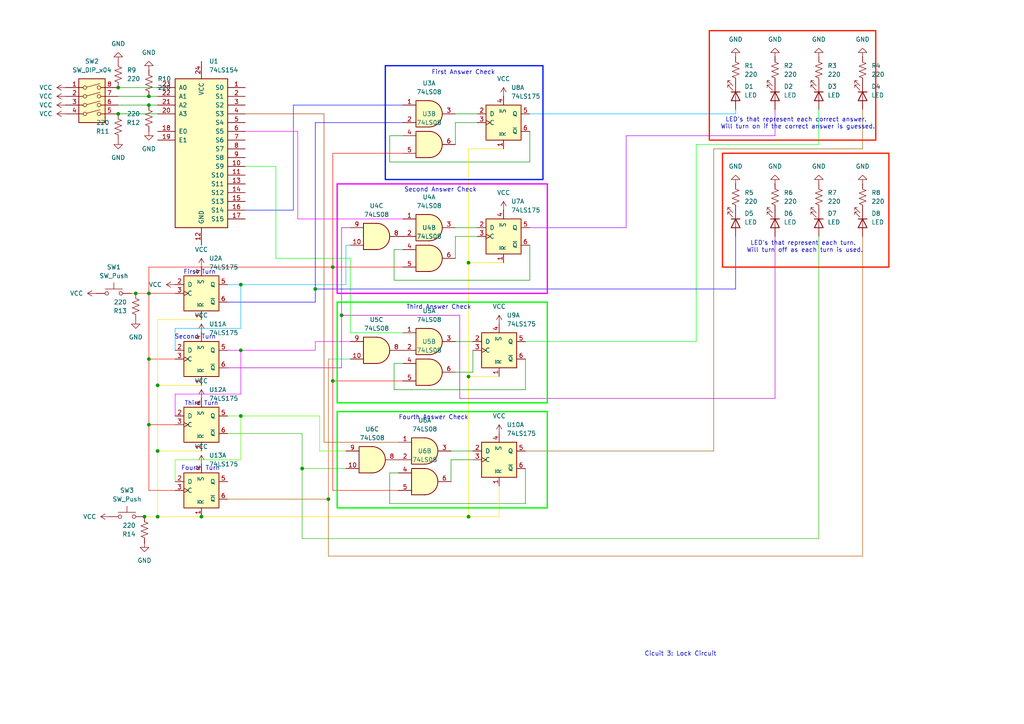
<source format=kicad_sch>
(kicad_sch
	(version 20231120)
	(generator "eeschema")
	(generator_version "8.0")
	(uuid "cf7c283b-1670-4e10-8b65-44d4c5247555")
	(paper "A4")
	(lib_symbols
		(symbol "74xx:74LS08"
			(pin_names
				(offset 1.016)
			)
			(exclude_from_sim no)
			(in_bom yes)
			(on_board yes)
			(property "Reference" "U"
				(at 0 1.27 0)
				(effects
					(font
						(size 1.27 1.27)
					)
				)
			)
			(property "Value" "74LS08"
				(at 0 -1.27 0)
				(effects
					(font
						(size 1.27 1.27)
					)
				)
			)
			(property "Footprint" ""
				(at 0 0 0)
				(effects
					(font
						(size 1.27 1.27)
					)
					(hide yes)
				)
			)
			(property "Datasheet" "http://www.ti.com/lit/gpn/sn74LS08"
				(at 0 0 0)
				(effects
					(font
						(size 1.27 1.27)
					)
					(hide yes)
				)
			)
			(property "Description" "Quad And2"
				(at 0 0 0)
				(effects
					(font
						(size 1.27 1.27)
					)
					(hide yes)
				)
			)
			(property "ki_locked" ""
				(at 0 0 0)
				(effects
					(font
						(size 1.27 1.27)
					)
				)
			)
			(property "ki_keywords" "TTL and2"
				(at 0 0 0)
				(effects
					(font
						(size 1.27 1.27)
					)
					(hide yes)
				)
			)
			(property "ki_fp_filters" "DIP*W7.62mm*"
				(at 0 0 0)
				(effects
					(font
						(size 1.27 1.27)
					)
					(hide yes)
				)
			)
			(symbol "74LS08_1_1"
				(arc
					(start 0 -3.81)
					(mid 3.7934 0)
					(end 0 3.81)
					(stroke
						(width 0.254)
						(type default)
					)
					(fill
						(type background)
					)
				)
				(polyline
					(pts
						(xy 0 3.81) (xy -3.81 3.81) (xy -3.81 -3.81) (xy 0 -3.81)
					)
					(stroke
						(width 0.254)
						(type default)
					)
					(fill
						(type background)
					)
				)
				(pin input line
					(at -7.62 2.54 0)
					(length 3.81)
					(name "~"
						(effects
							(font
								(size 1.27 1.27)
							)
						)
					)
					(number "1"
						(effects
							(font
								(size 1.27 1.27)
							)
						)
					)
				)
				(pin input line
					(at -7.62 -2.54 0)
					(length 3.81)
					(name "~"
						(effects
							(font
								(size 1.27 1.27)
							)
						)
					)
					(number "2"
						(effects
							(font
								(size 1.27 1.27)
							)
						)
					)
				)
				(pin output line
					(at 7.62 0 180)
					(length 3.81)
					(name "~"
						(effects
							(font
								(size 1.27 1.27)
							)
						)
					)
					(number "3"
						(effects
							(font
								(size 1.27 1.27)
							)
						)
					)
				)
			)
			(symbol "74LS08_1_2"
				(arc
					(start -3.81 -3.81)
					(mid -2.589 0)
					(end -3.81 3.81)
					(stroke
						(width 0.254)
						(type default)
					)
					(fill
						(type none)
					)
				)
				(arc
					(start -0.6096 -3.81)
					(mid 2.1842 -2.5851)
					(end 3.81 0)
					(stroke
						(width 0.254)
						(type default)
					)
					(fill
						(type background)
					)
				)
				(polyline
					(pts
						(xy -3.81 -3.81) (xy -0.635 -3.81)
					)
					(stroke
						(width 0.254)
						(type default)
					)
					(fill
						(type background)
					)
				)
				(polyline
					(pts
						(xy -3.81 3.81) (xy -0.635 3.81)
					)
					(stroke
						(width 0.254)
						(type default)
					)
					(fill
						(type background)
					)
				)
				(polyline
					(pts
						(xy -0.635 3.81) (xy -3.81 3.81) (xy -3.81 3.81) (xy -3.556 3.4036) (xy -3.0226 2.2606) (xy -2.6924 1.0414)
						(xy -2.6162 -0.254) (xy -2.7686 -1.4986) (xy -3.175 -2.7178) (xy -3.81 -3.81) (xy -3.81 -3.81)
						(xy -0.635 -3.81)
					)
					(stroke
						(width -25.4)
						(type default)
					)
					(fill
						(type background)
					)
				)
				(arc
					(start 3.81 0)
					(mid 2.1915 2.5936)
					(end -0.6096 3.81)
					(stroke
						(width 0.254)
						(type default)
					)
					(fill
						(type background)
					)
				)
				(pin input inverted
					(at -7.62 2.54 0)
					(length 4.318)
					(name "~"
						(effects
							(font
								(size 1.27 1.27)
							)
						)
					)
					(number "1"
						(effects
							(font
								(size 1.27 1.27)
							)
						)
					)
				)
				(pin input inverted
					(at -7.62 -2.54 0)
					(length 4.318)
					(name "~"
						(effects
							(font
								(size 1.27 1.27)
							)
						)
					)
					(number "2"
						(effects
							(font
								(size 1.27 1.27)
							)
						)
					)
				)
				(pin output inverted
					(at 7.62 0 180)
					(length 3.81)
					(name "~"
						(effects
							(font
								(size 1.27 1.27)
							)
						)
					)
					(number "3"
						(effects
							(font
								(size 1.27 1.27)
							)
						)
					)
				)
			)
			(symbol "74LS08_2_1"
				(arc
					(start 0 -3.81)
					(mid 3.7934 0)
					(end 0 3.81)
					(stroke
						(width 0.254)
						(type default)
					)
					(fill
						(type background)
					)
				)
				(polyline
					(pts
						(xy 0 3.81) (xy -3.81 3.81) (xy -3.81 -3.81) (xy 0 -3.81)
					)
					(stroke
						(width 0.254)
						(type default)
					)
					(fill
						(type background)
					)
				)
				(pin input line
					(at -7.62 2.54 0)
					(length 3.81)
					(name "~"
						(effects
							(font
								(size 1.27 1.27)
							)
						)
					)
					(number "4"
						(effects
							(font
								(size 1.27 1.27)
							)
						)
					)
				)
				(pin input line
					(at -7.62 -2.54 0)
					(length 3.81)
					(name "~"
						(effects
							(font
								(size 1.27 1.27)
							)
						)
					)
					(number "5"
						(effects
							(font
								(size 1.27 1.27)
							)
						)
					)
				)
				(pin output line
					(at 7.62 0 180)
					(length 3.81)
					(name "~"
						(effects
							(font
								(size 1.27 1.27)
							)
						)
					)
					(number "6"
						(effects
							(font
								(size 1.27 1.27)
							)
						)
					)
				)
			)
			(symbol "74LS08_2_2"
				(arc
					(start -3.81 -3.81)
					(mid -2.589 0)
					(end -3.81 3.81)
					(stroke
						(width 0.254)
						(type default)
					)
					(fill
						(type none)
					)
				)
				(arc
					(start -0.6096 -3.81)
					(mid 2.1842 -2.5851)
					(end 3.81 0)
					(stroke
						(width 0.254)
						(type default)
					)
					(fill
						(type background)
					)
				)
				(polyline
					(pts
						(xy -3.81 -3.81) (xy -0.635 -3.81)
					)
					(stroke
						(width 0.254)
						(type default)
					)
					(fill
						(type background)
					)
				)
				(polyline
					(pts
						(xy -3.81 3.81) (xy -0.635 3.81)
					)
					(stroke
						(width 0.254)
						(type default)
					)
					(fill
						(type background)
					)
				)
				(polyline
					(pts
						(xy -0.635 3.81) (xy -3.81 3.81) (xy -3.81 3.81) (xy -3.556 3.4036) (xy -3.0226 2.2606) (xy -2.6924 1.0414)
						(xy -2.6162 -0.254) (xy -2.7686 -1.4986) (xy -3.175 -2.7178) (xy -3.81 -3.81) (xy -3.81 -3.81)
						(xy -0.635 -3.81)
					)
					(stroke
						(width -25.4)
						(type default)
					)
					(fill
						(type background)
					)
				)
				(arc
					(start 3.81 0)
					(mid 2.1915 2.5936)
					(end -0.6096 3.81)
					(stroke
						(width 0.254)
						(type default)
					)
					(fill
						(type background)
					)
				)
				(pin input inverted
					(at -7.62 2.54 0)
					(length 4.318)
					(name "~"
						(effects
							(font
								(size 1.27 1.27)
							)
						)
					)
					(number "4"
						(effects
							(font
								(size 1.27 1.27)
							)
						)
					)
				)
				(pin input inverted
					(at -7.62 -2.54 0)
					(length 4.318)
					(name "~"
						(effects
							(font
								(size 1.27 1.27)
							)
						)
					)
					(number "5"
						(effects
							(font
								(size 1.27 1.27)
							)
						)
					)
				)
				(pin output inverted
					(at 7.62 0 180)
					(length 3.81)
					(name "~"
						(effects
							(font
								(size 1.27 1.27)
							)
						)
					)
					(number "6"
						(effects
							(font
								(size 1.27 1.27)
							)
						)
					)
				)
			)
			(symbol "74LS08_3_1"
				(arc
					(start 0 -3.81)
					(mid 3.7934 0)
					(end 0 3.81)
					(stroke
						(width 0.254)
						(type default)
					)
					(fill
						(type background)
					)
				)
				(polyline
					(pts
						(xy 0 3.81) (xy -3.81 3.81) (xy -3.81 -3.81) (xy 0 -3.81)
					)
					(stroke
						(width 0.254)
						(type default)
					)
					(fill
						(type background)
					)
				)
				(pin input line
					(at -7.62 -2.54 0)
					(length 3.81)
					(name "~"
						(effects
							(font
								(size 1.27 1.27)
							)
						)
					)
					(number "10"
						(effects
							(font
								(size 1.27 1.27)
							)
						)
					)
				)
				(pin output line
					(at 7.62 0 180)
					(length 3.81)
					(name "~"
						(effects
							(font
								(size 1.27 1.27)
							)
						)
					)
					(number "8"
						(effects
							(font
								(size 1.27 1.27)
							)
						)
					)
				)
				(pin input line
					(at -7.62 2.54 0)
					(length 3.81)
					(name "~"
						(effects
							(font
								(size 1.27 1.27)
							)
						)
					)
					(number "9"
						(effects
							(font
								(size 1.27 1.27)
							)
						)
					)
				)
			)
			(symbol "74LS08_3_2"
				(arc
					(start -3.81 -3.81)
					(mid -2.589 0)
					(end -3.81 3.81)
					(stroke
						(width 0.254)
						(type default)
					)
					(fill
						(type none)
					)
				)
				(arc
					(start -0.6096 -3.81)
					(mid 2.1842 -2.5851)
					(end 3.81 0)
					(stroke
						(width 0.254)
						(type default)
					)
					(fill
						(type background)
					)
				)
				(polyline
					(pts
						(xy -3.81 -3.81) (xy -0.635 -3.81)
					)
					(stroke
						(width 0.254)
						(type default)
					)
					(fill
						(type background)
					)
				)
				(polyline
					(pts
						(xy -3.81 3.81) (xy -0.635 3.81)
					)
					(stroke
						(width 0.254)
						(type default)
					)
					(fill
						(type background)
					)
				)
				(polyline
					(pts
						(xy -0.635 3.81) (xy -3.81 3.81) (xy -3.81 3.81) (xy -3.556 3.4036) (xy -3.0226 2.2606) (xy -2.6924 1.0414)
						(xy -2.6162 -0.254) (xy -2.7686 -1.4986) (xy -3.175 -2.7178) (xy -3.81 -3.81) (xy -3.81 -3.81)
						(xy -0.635 -3.81)
					)
					(stroke
						(width -25.4)
						(type default)
					)
					(fill
						(type background)
					)
				)
				(arc
					(start 3.81 0)
					(mid 2.1915 2.5936)
					(end -0.6096 3.81)
					(stroke
						(width 0.254)
						(type default)
					)
					(fill
						(type background)
					)
				)
				(pin input inverted
					(at -7.62 -2.54 0)
					(length 4.318)
					(name "~"
						(effects
							(font
								(size 1.27 1.27)
							)
						)
					)
					(number "10"
						(effects
							(font
								(size 1.27 1.27)
							)
						)
					)
				)
				(pin output inverted
					(at 7.62 0 180)
					(length 3.81)
					(name "~"
						(effects
							(font
								(size 1.27 1.27)
							)
						)
					)
					(number "8"
						(effects
							(font
								(size 1.27 1.27)
							)
						)
					)
				)
				(pin input inverted
					(at -7.62 2.54 0)
					(length 4.318)
					(name "~"
						(effects
							(font
								(size 1.27 1.27)
							)
						)
					)
					(number "9"
						(effects
							(font
								(size 1.27 1.27)
							)
						)
					)
				)
			)
			(symbol "74LS08_4_1"
				(arc
					(start 0 -3.81)
					(mid 3.7934 0)
					(end 0 3.81)
					(stroke
						(width 0.254)
						(type default)
					)
					(fill
						(type background)
					)
				)
				(polyline
					(pts
						(xy 0 3.81) (xy -3.81 3.81) (xy -3.81 -3.81) (xy 0 -3.81)
					)
					(stroke
						(width 0.254)
						(type default)
					)
					(fill
						(type background)
					)
				)
				(pin output line
					(at 7.62 0 180)
					(length 3.81)
					(name "~"
						(effects
							(font
								(size 1.27 1.27)
							)
						)
					)
					(number "11"
						(effects
							(font
								(size 1.27 1.27)
							)
						)
					)
				)
				(pin input line
					(at -7.62 2.54 0)
					(length 3.81)
					(name "~"
						(effects
							(font
								(size 1.27 1.27)
							)
						)
					)
					(number "12"
						(effects
							(font
								(size 1.27 1.27)
							)
						)
					)
				)
				(pin input line
					(at -7.62 -2.54 0)
					(length 3.81)
					(name "~"
						(effects
							(font
								(size 1.27 1.27)
							)
						)
					)
					(number "13"
						(effects
							(font
								(size 1.27 1.27)
							)
						)
					)
				)
			)
			(symbol "74LS08_4_2"
				(arc
					(start -3.81 -3.81)
					(mid -2.589 0)
					(end -3.81 3.81)
					(stroke
						(width 0.254)
						(type default)
					)
					(fill
						(type none)
					)
				)
				(arc
					(start -0.6096 -3.81)
					(mid 2.1842 -2.5851)
					(end 3.81 0)
					(stroke
						(width 0.254)
						(type default)
					)
					(fill
						(type background)
					)
				)
				(polyline
					(pts
						(xy -3.81 -3.81) (xy -0.635 -3.81)
					)
					(stroke
						(width 0.254)
						(type default)
					)
					(fill
						(type background)
					)
				)
				(polyline
					(pts
						(xy -3.81 3.81) (xy -0.635 3.81)
					)
					(stroke
						(width 0.254)
						(type default)
					)
					(fill
						(type background)
					)
				)
				(polyline
					(pts
						(xy -0.635 3.81) (xy -3.81 3.81) (xy -3.81 3.81) (xy -3.556 3.4036) (xy -3.0226 2.2606) (xy -2.6924 1.0414)
						(xy -2.6162 -0.254) (xy -2.7686 -1.4986) (xy -3.175 -2.7178) (xy -3.81 -3.81) (xy -3.81 -3.81)
						(xy -0.635 -3.81)
					)
					(stroke
						(width -25.4)
						(type default)
					)
					(fill
						(type background)
					)
				)
				(arc
					(start 3.81 0)
					(mid 2.1915 2.5936)
					(end -0.6096 3.81)
					(stroke
						(width 0.254)
						(type default)
					)
					(fill
						(type background)
					)
				)
				(pin output inverted
					(at 7.62 0 180)
					(length 3.81)
					(name "~"
						(effects
							(font
								(size 1.27 1.27)
							)
						)
					)
					(number "11"
						(effects
							(font
								(size 1.27 1.27)
							)
						)
					)
				)
				(pin input inverted
					(at -7.62 2.54 0)
					(length 4.318)
					(name "~"
						(effects
							(font
								(size 1.27 1.27)
							)
						)
					)
					(number "12"
						(effects
							(font
								(size 1.27 1.27)
							)
						)
					)
				)
				(pin input inverted
					(at -7.62 -2.54 0)
					(length 4.318)
					(name "~"
						(effects
							(font
								(size 1.27 1.27)
							)
						)
					)
					(number "13"
						(effects
							(font
								(size 1.27 1.27)
							)
						)
					)
				)
			)
			(symbol "74LS08_5_0"
				(pin power_in line
					(at 0 12.7 270)
					(length 5.08)
					(name "VCC"
						(effects
							(font
								(size 1.27 1.27)
							)
						)
					)
					(number "14"
						(effects
							(font
								(size 1.27 1.27)
							)
						)
					)
				)
				(pin power_in line
					(at 0 -12.7 90)
					(length 5.08)
					(name "GND"
						(effects
							(font
								(size 1.27 1.27)
							)
						)
					)
					(number "7"
						(effects
							(font
								(size 1.27 1.27)
							)
						)
					)
				)
			)
			(symbol "74LS08_5_1"
				(rectangle
					(start -5.08 7.62)
					(end 5.08 -7.62)
					(stroke
						(width 0.254)
						(type default)
					)
					(fill
						(type background)
					)
				)
			)
		)
		(symbol "74xx:74LS154"
			(pin_names
				(offset 1.016)
			)
			(exclude_from_sim no)
			(in_bom yes)
			(on_board yes)
			(property "Reference" "U"
				(at -7.62 21.59 0)
				(effects
					(font
						(size 1.27 1.27)
					)
				)
			)
			(property "Value" "74LS154"
				(at -7.62 -24.13 0)
				(effects
					(font
						(size 1.27 1.27)
					)
				)
			)
			(property "Footprint" ""
				(at 0 0 0)
				(effects
					(font
						(size 1.27 1.27)
					)
					(hide yes)
				)
			)
			(property "Datasheet" "http://www.ti.com/lit/gpn/sn74LS154"
				(at 0 0 0)
				(effects
					(font
						(size 1.27 1.27)
					)
					(hide yes)
				)
			)
			(property "Description" "Decoder 4 to 16"
				(at 0 0 0)
				(effects
					(font
						(size 1.27 1.27)
					)
					(hide yes)
				)
			)
			(property "ki_locked" ""
				(at 0 0 0)
				(effects
					(font
						(size 1.27 1.27)
					)
				)
			)
			(property "ki_keywords" "TTL DECOD16 DECOD"
				(at 0 0 0)
				(effects
					(font
						(size 1.27 1.27)
					)
					(hide yes)
				)
			)
			(property "ki_fp_filters" "DIP?24*"
				(at 0 0 0)
				(effects
					(font
						(size 1.27 1.27)
					)
					(hide yes)
				)
			)
			(symbol "74LS154_1_0"
				(pin output line
					(at 12.7 17.78 180)
					(length 5.08)
					(name "S0"
						(effects
							(font
								(size 1.27 1.27)
							)
						)
					)
					(number "1"
						(effects
							(font
								(size 1.27 1.27)
							)
						)
					)
				)
				(pin output line
					(at 12.7 -5.08 180)
					(length 5.08)
					(name "S9"
						(effects
							(font
								(size 1.27 1.27)
							)
						)
					)
					(number "10"
						(effects
							(font
								(size 1.27 1.27)
							)
						)
					)
				)
				(pin output line
					(at 12.7 -7.62 180)
					(length 5.08)
					(name "S10"
						(effects
							(font
								(size 1.27 1.27)
							)
						)
					)
					(number "11"
						(effects
							(font
								(size 1.27 1.27)
							)
						)
					)
				)
				(pin power_in line
					(at 0 -27.94 90)
					(length 5.08)
					(name "GND"
						(effects
							(font
								(size 1.27 1.27)
							)
						)
					)
					(number "12"
						(effects
							(font
								(size 1.27 1.27)
							)
						)
					)
				)
				(pin output line
					(at 12.7 -10.16 180)
					(length 5.08)
					(name "S11"
						(effects
							(font
								(size 1.27 1.27)
							)
						)
					)
					(number "13"
						(effects
							(font
								(size 1.27 1.27)
							)
						)
					)
				)
				(pin output line
					(at 12.7 -12.7 180)
					(length 5.08)
					(name "S12"
						(effects
							(font
								(size 1.27 1.27)
							)
						)
					)
					(number "14"
						(effects
							(font
								(size 1.27 1.27)
							)
						)
					)
				)
				(pin output line
					(at 12.7 -15.24 180)
					(length 5.08)
					(name "S13"
						(effects
							(font
								(size 1.27 1.27)
							)
						)
					)
					(number "15"
						(effects
							(font
								(size 1.27 1.27)
							)
						)
					)
				)
				(pin output line
					(at 12.7 -17.78 180)
					(length 5.08)
					(name "S14"
						(effects
							(font
								(size 1.27 1.27)
							)
						)
					)
					(number "16"
						(effects
							(font
								(size 1.27 1.27)
							)
						)
					)
				)
				(pin output line
					(at 12.7 -20.32 180)
					(length 5.08)
					(name "S15"
						(effects
							(font
								(size 1.27 1.27)
							)
						)
					)
					(number "17"
						(effects
							(font
								(size 1.27 1.27)
							)
						)
					)
				)
				(pin input line
					(at -12.7 5.08 0)
					(length 5.08)
					(name "E0"
						(effects
							(font
								(size 1.27 1.27)
							)
						)
					)
					(number "18"
						(effects
							(font
								(size 1.27 1.27)
							)
						)
					)
				)
				(pin input line
					(at -12.7 2.54 0)
					(length 5.08)
					(name "E1"
						(effects
							(font
								(size 1.27 1.27)
							)
						)
					)
					(number "19"
						(effects
							(font
								(size 1.27 1.27)
							)
						)
					)
				)
				(pin output line
					(at 12.7 15.24 180)
					(length 5.08)
					(name "S1"
						(effects
							(font
								(size 1.27 1.27)
							)
						)
					)
					(number "2"
						(effects
							(font
								(size 1.27 1.27)
							)
						)
					)
				)
				(pin input line
					(at -12.7 10.16 0)
					(length 5.08)
					(name "A3"
						(effects
							(font
								(size 1.27 1.27)
							)
						)
					)
					(number "20"
						(effects
							(font
								(size 1.27 1.27)
							)
						)
					)
				)
				(pin input line
					(at -12.7 12.7 0)
					(length 5.08)
					(name "A2"
						(effects
							(font
								(size 1.27 1.27)
							)
						)
					)
					(number "21"
						(effects
							(font
								(size 1.27 1.27)
							)
						)
					)
				)
				(pin input line
					(at -12.7 15.24 0)
					(length 5.08)
					(name "A1"
						(effects
							(font
								(size 1.27 1.27)
							)
						)
					)
					(number "22"
						(effects
							(font
								(size 1.27 1.27)
							)
						)
					)
				)
				(pin input line
					(at -12.7 17.78 0)
					(length 5.08)
					(name "A0"
						(effects
							(font
								(size 1.27 1.27)
							)
						)
					)
					(number "23"
						(effects
							(font
								(size 1.27 1.27)
							)
						)
					)
				)
				(pin power_in line
					(at 0 25.4 270)
					(length 5.08)
					(name "VCC"
						(effects
							(font
								(size 1.27 1.27)
							)
						)
					)
					(number "24"
						(effects
							(font
								(size 1.27 1.27)
							)
						)
					)
				)
				(pin output line
					(at 12.7 12.7 180)
					(length 5.08)
					(name "S2"
						(effects
							(font
								(size 1.27 1.27)
							)
						)
					)
					(number "3"
						(effects
							(font
								(size 1.27 1.27)
							)
						)
					)
				)
				(pin output line
					(at 12.7 10.16 180)
					(length 5.08)
					(name "S3"
						(effects
							(font
								(size 1.27 1.27)
							)
						)
					)
					(number "4"
						(effects
							(font
								(size 1.27 1.27)
							)
						)
					)
				)
				(pin output line
					(at 12.7 7.62 180)
					(length 5.08)
					(name "S4"
						(effects
							(font
								(size 1.27 1.27)
							)
						)
					)
					(number "5"
						(effects
							(font
								(size 1.27 1.27)
							)
						)
					)
				)
				(pin output line
					(at 12.7 5.08 180)
					(length 5.08)
					(name "S5"
						(effects
							(font
								(size 1.27 1.27)
							)
						)
					)
					(number "6"
						(effects
							(font
								(size 1.27 1.27)
							)
						)
					)
				)
				(pin output line
					(at 12.7 2.54 180)
					(length 5.08)
					(name "S6"
						(effects
							(font
								(size 1.27 1.27)
							)
						)
					)
					(number "7"
						(effects
							(font
								(size 1.27 1.27)
							)
						)
					)
				)
				(pin output line
					(at 12.7 0 180)
					(length 5.08)
					(name "S7"
						(effects
							(font
								(size 1.27 1.27)
							)
						)
					)
					(number "8"
						(effects
							(font
								(size 1.27 1.27)
							)
						)
					)
				)
				(pin output line
					(at 12.7 -2.54 180)
					(length 5.08)
					(name "S8"
						(effects
							(font
								(size 1.27 1.27)
							)
						)
					)
					(number "9"
						(effects
							(font
								(size 1.27 1.27)
							)
						)
					)
				)
			)
			(symbol "74LS154_1_1"
				(rectangle
					(start -7.62 20.32)
					(end 7.62 -22.86)
					(stroke
						(width 0.254)
						(type default)
					)
					(fill
						(type background)
					)
				)
			)
		)
		(symbol "74xx:74LS74"
			(pin_names
				(offset 1.016)
			)
			(exclude_from_sim no)
			(in_bom yes)
			(on_board yes)
			(property "Reference" "U"
				(at -7.62 8.89 0)
				(effects
					(font
						(size 1.27 1.27)
					)
				)
			)
			(property "Value" "74LS74"
				(at -7.62 -8.89 0)
				(effects
					(font
						(size 1.27 1.27)
					)
				)
			)
			(property "Footprint" ""
				(at 0 0 0)
				(effects
					(font
						(size 1.27 1.27)
					)
					(hide yes)
				)
			)
			(property "Datasheet" "74xx/74hc_hct74.pdf"
				(at 0 0 0)
				(effects
					(font
						(size 1.27 1.27)
					)
					(hide yes)
				)
			)
			(property "Description" "Dual D Flip-flop, Set & Reset"
				(at 0 0 0)
				(effects
					(font
						(size 1.27 1.27)
					)
					(hide yes)
				)
			)
			(property "ki_locked" ""
				(at 0 0 0)
				(effects
					(font
						(size 1.27 1.27)
					)
				)
			)
			(property "ki_keywords" "TTL DFF"
				(at 0 0 0)
				(effects
					(font
						(size 1.27 1.27)
					)
					(hide yes)
				)
			)
			(property "ki_fp_filters" "DIP*W7.62mm*"
				(at 0 0 0)
				(effects
					(font
						(size 1.27 1.27)
					)
					(hide yes)
				)
			)
			(symbol "74LS74_1_0"
				(pin input line
					(at 0 -7.62 90)
					(length 2.54)
					(name "~{R}"
						(effects
							(font
								(size 1.27 1.27)
							)
						)
					)
					(number "1"
						(effects
							(font
								(size 1.27 1.27)
							)
						)
					)
				)
				(pin input line
					(at -7.62 2.54 0)
					(length 2.54)
					(name "D"
						(effects
							(font
								(size 1.27 1.27)
							)
						)
					)
					(number "2"
						(effects
							(font
								(size 1.27 1.27)
							)
						)
					)
				)
				(pin input clock
					(at -7.62 0 0)
					(length 2.54)
					(name "C"
						(effects
							(font
								(size 1.27 1.27)
							)
						)
					)
					(number "3"
						(effects
							(font
								(size 1.27 1.27)
							)
						)
					)
				)
				(pin input line
					(at 0 7.62 270)
					(length 2.54)
					(name "~{S}"
						(effects
							(font
								(size 1.27 1.27)
							)
						)
					)
					(number "4"
						(effects
							(font
								(size 1.27 1.27)
							)
						)
					)
				)
				(pin output line
					(at 7.62 2.54 180)
					(length 2.54)
					(name "Q"
						(effects
							(font
								(size 1.27 1.27)
							)
						)
					)
					(number "5"
						(effects
							(font
								(size 1.27 1.27)
							)
						)
					)
				)
				(pin output line
					(at 7.62 -2.54 180)
					(length 2.54)
					(name "~{Q}"
						(effects
							(font
								(size 1.27 1.27)
							)
						)
					)
					(number "6"
						(effects
							(font
								(size 1.27 1.27)
							)
						)
					)
				)
			)
			(symbol "74LS74_1_1"
				(rectangle
					(start -5.08 5.08)
					(end 5.08 -5.08)
					(stroke
						(width 0.254)
						(type default)
					)
					(fill
						(type background)
					)
				)
			)
			(symbol "74LS74_2_0"
				(pin input line
					(at 0 7.62 270)
					(length 2.54)
					(name "~{S}"
						(effects
							(font
								(size 1.27 1.27)
							)
						)
					)
					(number "10"
						(effects
							(font
								(size 1.27 1.27)
							)
						)
					)
				)
				(pin input clock
					(at -7.62 0 0)
					(length 2.54)
					(name "C"
						(effects
							(font
								(size 1.27 1.27)
							)
						)
					)
					(number "11"
						(effects
							(font
								(size 1.27 1.27)
							)
						)
					)
				)
				(pin input line
					(at -7.62 2.54 0)
					(length 2.54)
					(name "D"
						(effects
							(font
								(size 1.27 1.27)
							)
						)
					)
					(number "12"
						(effects
							(font
								(size 1.27 1.27)
							)
						)
					)
				)
				(pin input line
					(at 0 -7.62 90)
					(length 2.54)
					(name "~{R}"
						(effects
							(font
								(size 1.27 1.27)
							)
						)
					)
					(number "13"
						(effects
							(font
								(size 1.27 1.27)
							)
						)
					)
				)
				(pin output line
					(at 7.62 -2.54 180)
					(length 2.54)
					(name "~{Q}"
						(effects
							(font
								(size 1.27 1.27)
							)
						)
					)
					(number "8"
						(effects
							(font
								(size 1.27 1.27)
							)
						)
					)
				)
				(pin output line
					(at 7.62 2.54 180)
					(length 2.54)
					(name "Q"
						(effects
							(font
								(size 1.27 1.27)
							)
						)
					)
					(number "9"
						(effects
							(font
								(size 1.27 1.27)
							)
						)
					)
				)
			)
			(symbol "74LS74_2_1"
				(rectangle
					(start -5.08 5.08)
					(end 5.08 -5.08)
					(stroke
						(width 0.254)
						(type default)
					)
					(fill
						(type background)
					)
				)
			)
			(symbol "74LS74_3_0"
				(pin power_in line
					(at 0 10.16 270)
					(length 2.54)
					(name "VCC"
						(effects
							(font
								(size 1.27 1.27)
							)
						)
					)
					(number "14"
						(effects
							(font
								(size 1.27 1.27)
							)
						)
					)
				)
				(pin power_in line
					(at 0 -10.16 90)
					(length 2.54)
					(name "GND"
						(effects
							(font
								(size 1.27 1.27)
							)
						)
					)
					(number "7"
						(effects
							(font
								(size 1.27 1.27)
							)
						)
					)
				)
			)
			(symbol "74LS74_3_1"
				(rectangle
					(start -5.08 7.62)
					(end 5.08 -7.62)
					(stroke
						(width 0.254)
						(type default)
					)
					(fill
						(type background)
					)
				)
			)
		)
		(symbol "Device:LED"
			(pin_numbers hide)
			(pin_names
				(offset 1.016) hide)
			(exclude_from_sim no)
			(in_bom yes)
			(on_board yes)
			(property "Reference" "D"
				(at 0 2.54 0)
				(effects
					(font
						(size 1.27 1.27)
					)
				)
			)
			(property "Value" "LED"
				(at 0 -2.54 0)
				(effects
					(font
						(size 1.27 1.27)
					)
				)
			)
			(property "Footprint" ""
				(at 0 0 0)
				(effects
					(font
						(size 1.27 1.27)
					)
					(hide yes)
				)
			)
			(property "Datasheet" "~"
				(at 0 0 0)
				(effects
					(font
						(size 1.27 1.27)
					)
					(hide yes)
				)
			)
			(property "Description" "Light emitting diode"
				(at 0 0 0)
				(effects
					(font
						(size 1.27 1.27)
					)
					(hide yes)
				)
			)
			(property "ki_keywords" "LED diode"
				(at 0 0 0)
				(effects
					(font
						(size 1.27 1.27)
					)
					(hide yes)
				)
			)
			(property "ki_fp_filters" "LED* LED_SMD:* LED_THT:*"
				(at 0 0 0)
				(effects
					(font
						(size 1.27 1.27)
					)
					(hide yes)
				)
			)
			(symbol "LED_0_1"
				(polyline
					(pts
						(xy -1.27 -1.27) (xy -1.27 1.27)
					)
					(stroke
						(width 0.254)
						(type default)
					)
					(fill
						(type none)
					)
				)
				(polyline
					(pts
						(xy -1.27 0) (xy 1.27 0)
					)
					(stroke
						(width 0)
						(type default)
					)
					(fill
						(type none)
					)
				)
				(polyline
					(pts
						(xy 1.27 -1.27) (xy 1.27 1.27) (xy -1.27 0) (xy 1.27 -1.27)
					)
					(stroke
						(width 0.254)
						(type default)
					)
					(fill
						(type none)
					)
				)
				(polyline
					(pts
						(xy -3.048 -0.762) (xy -4.572 -2.286) (xy -3.81 -2.286) (xy -4.572 -2.286) (xy -4.572 -1.524)
					)
					(stroke
						(width 0)
						(type default)
					)
					(fill
						(type none)
					)
				)
				(polyline
					(pts
						(xy -1.778 -0.762) (xy -3.302 -2.286) (xy -2.54 -2.286) (xy -3.302 -2.286) (xy -3.302 -1.524)
					)
					(stroke
						(width 0)
						(type default)
					)
					(fill
						(type none)
					)
				)
			)
			(symbol "LED_1_1"
				(pin passive line
					(at -3.81 0 0)
					(length 2.54)
					(name "K"
						(effects
							(font
								(size 1.27 1.27)
							)
						)
					)
					(number "1"
						(effects
							(font
								(size 1.27 1.27)
							)
						)
					)
				)
				(pin passive line
					(at 3.81 0 180)
					(length 2.54)
					(name "A"
						(effects
							(font
								(size 1.27 1.27)
							)
						)
					)
					(number "2"
						(effects
							(font
								(size 1.27 1.27)
							)
						)
					)
				)
			)
		)
		(symbol "Device:R_US"
			(pin_numbers hide)
			(pin_names
				(offset 0)
			)
			(exclude_from_sim no)
			(in_bom yes)
			(on_board yes)
			(property "Reference" "R"
				(at 2.54 0 90)
				(effects
					(font
						(size 1.27 1.27)
					)
				)
			)
			(property "Value" "R_US"
				(at -2.54 0 90)
				(effects
					(font
						(size 1.27 1.27)
					)
				)
			)
			(property "Footprint" ""
				(at 1.016 -0.254 90)
				(effects
					(font
						(size 1.27 1.27)
					)
					(hide yes)
				)
			)
			(property "Datasheet" "~"
				(at 0 0 0)
				(effects
					(font
						(size 1.27 1.27)
					)
					(hide yes)
				)
			)
			(property "Description" "Resistor, US symbol"
				(at 0 0 0)
				(effects
					(font
						(size 1.27 1.27)
					)
					(hide yes)
				)
			)
			(property "ki_keywords" "R res resistor"
				(at 0 0 0)
				(effects
					(font
						(size 1.27 1.27)
					)
					(hide yes)
				)
			)
			(property "ki_fp_filters" "R_*"
				(at 0 0 0)
				(effects
					(font
						(size 1.27 1.27)
					)
					(hide yes)
				)
			)
			(symbol "R_US_0_1"
				(polyline
					(pts
						(xy 0 -2.286) (xy 0 -2.54)
					)
					(stroke
						(width 0)
						(type default)
					)
					(fill
						(type none)
					)
				)
				(polyline
					(pts
						(xy 0 2.286) (xy 0 2.54)
					)
					(stroke
						(width 0)
						(type default)
					)
					(fill
						(type none)
					)
				)
				(polyline
					(pts
						(xy 0 -0.762) (xy 1.016 -1.143) (xy 0 -1.524) (xy -1.016 -1.905) (xy 0 -2.286)
					)
					(stroke
						(width 0)
						(type default)
					)
					(fill
						(type none)
					)
				)
				(polyline
					(pts
						(xy 0 0.762) (xy 1.016 0.381) (xy 0 0) (xy -1.016 -0.381) (xy 0 -0.762)
					)
					(stroke
						(width 0)
						(type default)
					)
					(fill
						(type none)
					)
				)
				(polyline
					(pts
						(xy 0 2.286) (xy 1.016 1.905) (xy 0 1.524) (xy -1.016 1.143) (xy 0 0.762)
					)
					(stroke
						(width 0)
						(type default)
					)
					(fill
						(type none)
					)
				)
			)
			(symbol "R_US_1_1"
				(pin passive line
					(at 0 3.81 270)
					(length 1.27)
					(name "~"
						(effects
							(font
								(size 1.27 1.27)
							)
						)
					)
					(number "1"
						(effects
							(font
								(size 1.27 1.27)
							)
						)
					)
				)
				(pin passive line
					(at 0 -3.81 90)
					(length 1.27)
					(name "~"
						(effects
							(font
								(size 1.27 1.27)
							)
						)
					)
					(number "2"
						(effects
							(font
								(size 1.27 1.27)
							)
						)
					)
				)
			)
		)
		(symbol "Switch:SW_DIP_x04"
			(pin_names
				(offset 0) hide)
			(exclude_from_sim no)
			(in_bom yes)
			(on_board yes)
			(property "Reference" "SW"
				(at 0 8.89 0)
				(effects
					(font
						(size 1.27 1.27)
					)
				)
			)
			(property "Value" "SW_DIP_x04"
				(at 0 -6.35 0)
				(effects
					(font
						(size 1.27 1.27)
					)
				)
			)
			(property "Footprint" ""
				(at 0 0 0)
				(effects
					(font
						(size 1.27 1.27)
					)
					(hide yes)
				)
			)
			(property "Datasheet" "~"
				(at 0 0 0)
				(effects
					(font
						(size 1.27 1.27)
					)
					(hide yes)
				)
			)
			(property "Description" "4x DIP Switch, Single Pole Single Throw (SPST) switch, small symbol"
				(at 0 0 0)
				(effects
					(font
						(size 1.27 1.27)
					)
					(hide yes)
				)
			)
			(property "ki_keywords" "dip switch"
				(at 0 0 0)
				(effects
					(font
						(size 1.27 1.27)
					)
					(hide yes)
				)
			)
			(property "ki_fp_filters" "SW?DIP?x4*"
				(at 0 0 0)
				(effects
					(font
						(size 1.27 1.27)
					)
					(hide yes)
				)
			)
			(symbol "SW_DIP_x04_0_0"
				(circle
					(center -2.032 -2.54)
					(radius 0.508)
					(stroke
						(width 0)
						(type default)
					)
					(fill
						(type none)
					)
				)
				(circle
					(center -2.032 0)
					(radius 0.508)
					(stroke
						(width 0)
						(type default)
					)
					(fill
						(type none)
					)
				)
				(circle
					(center -2.032 2.54)
					(radius 0.508)
					(stroke
						(width 0)
						(type default)
					)
					(fill
						(type none)
					)
				)
				(circle
					(center -2.032 5.08)
					(radius 0.508)
					(stroke
						(width 0)
						(type default)
					)
					(fill
						(type none)
					)
				)
				(polyline
					(pts
						(xy -1.524 -2.3876) (xy 2.3622 -1.3462)
					)
					(stroke
						(width 0)
						(type default)
					)
					(fill
						(type none)
					)
				)
				(polyline
					(pts
						(xy -1.524 0.127) (xy 2.3622 1.1684)
					)
					(stroke
						(width 0)
						(type default)
					)
					(fill
						(type none)
					)
				)
				(polyline
					(pts
						(xy -1.524 2.667) (xy 2.3622 3.7084)
					)
					(stroke
						(width 0)
						(type default)
					)
					(fill
						(type none)
					)
				)
				(polyline
					(pts
						(xy -1.524 5.207) (xy 2.3622 6.2484)
					)
					(stroke
						(width 0)
						(type default)
					)
					(fill
						(type none)
					)
				)
				(circle
					(center 2.032 -2.54)
					(radius 0.508)
					(stroke
						(width 0)
						(type default)
					)
					(fill
						(type none)
					)
				)
				(circle
					(center 2.032 0)
					(radius 0.508)
					(stroke
						(width 0)
						(type default)
					)
					(fill
						(type none)
					)
				)
				(circle
					(center 2.032 2.54)
					(radius 0.508)
					(stroke
						(width 0)
						(type default)
					)
					(fill
						(type none)
					)
				)
				(circle
					(center 2.032 5.08)
					(radius 0.508)
					(stroke
						(width 0)
						(type default)
					)
					(fill
						(type none)
					)
				)
			)
			(symbol "SW_DIP_x04_0_1"
				(rectangle
					(start -3.81 7.62)
					(end 3.81 -5.08)
					(stroke
						(width 0.254)
						(type default)
					)
					(fill
						(type background)
					)
				)
			)
			(symbol "SW_DIP_x04_1_1"
				(pin passive line
					(at -7.62 5.08 0)
					(length 5.08)
					(name "~"
						(effects
							(font
								(size 1.27 1.27)
							)
						)
					)
					(number "1"
						(effects
							(font
								(size 1.27 1.27)
							)
						)
					)
				)
				(pin passive line
					(at -7.62 2.54 0)
					(length 5.08)
					(name "~"
						(effects
							(font
								(size 1.27 1.27)
							)
						)
					)
					(number "2"
						(effects
							(font
								(size 1.27 1.27)
							)
						)
					)
				)
				(pin passive line
					(at -7.62 0 0)
					(length 5.08)
					(name "~"
						(effects
							(font
								(size 1.27 1.27)
							)
						)
					)
					(number "3"
						(effects
							(font
								(size 1.27 1.27)
							)
						)
					)
				)
				(pin passive line
					(at -7.62 -2.54 0)
					(length 5.08)
					(name "~"
						(effects
							(font
								(size 1.27 1.27)
							)
						)
					)
					(number "4"
						(effects
							(font
								(size 1.27 1.27)
							)
						)
					)
				)
				(pin passive line
					(at 7.62 -2.54 180)
					(length 5.08)
					(name "~"
						(effects
							(font
								(size 1.27 1.27)
							)
						)
					)
					(number "5"
						(effects
							(font
								(size 1.27 1.27)
							)
						)
					)
				)
				(pin passive line
					(at 7.62 0 180)
					(length 5.08)
					(name "~"
						(effects
							(font
								(size 1.27 1.27)
							)
						)
					)
					(number "6"
						(effects
							(font
								(size 1.27 1.27)
							)
						)
					)
				)
				(pin passive line
					(at 7.62 2.54 180)
					(length 5.08)
					(name "~"
						(effects
							(font
								(size 1.27 1.27)
							)
						)
					)
					(number "7"
						(effects
							(font
								(size 1.27 1.27)
							)
						)
					)
				)
				(pin passive line
					(at 7.62 5.08 180)
					(length 5.08)
					(name "~"
						(effects
							(font
								(size 1.27 1.27)
							)
						)
					)
					(number "8"
						(effects
							(font
								(size 1.27 1.27)
							)
						)
					)
				)
			)
		)
		(symbol "Switch:SW_Push"
			(pin_numbers hide)
			(pin_names
				(offset 1.016) hide)
			(exclude_from_sim no)
			(in_bom yes)
			(on_board yes)
			(property "Reference" "SW"
				(at 1.27 2.54 0)
				(effects
					(font
						(size 1.27 1.27)
					)
					(justify left)
				)
			)
			(property "Value" "SW_Push"
				(at 0 -1.524 0)
				(effects
					(font
						(size 1.27 1.27)
					)
				)
			)
			(property "Footprint" ""
				(at 0 5.08 0)
				(effects
					(font
						(size 1.27 1.27)
					)
					(hide yes)
				)
			)
			(property "Datasheet" "~"
				(at 0 5.08 0)
				(effects
					(font
						(size 1.27 1.27)
					)
					(hide yes)
				)
			)
			(property "Description" "Push button switch, generic, two pins"
				(at 0 0 0)
				(effects
					(font
						(size 1.27 1.27)
					)
					(hide yes)
				)
			)
			(property "ki_keywords" "switch normally-open pushbutton push-button"
				(at 0 0 0)
				(effects
					(font
						(size 1.27 1.27)
					)
					(hide yes)
				)
			)
			(symbol "SW_Push_0_1"
				(circle
					(center -2.032 0)
					(radius 0.508)
					(stroke
						(width 0)
						(type default)
					)
					(fill
						(type none)
					)
				)
				(polyline
					(pts
						(xy 0 1.27) (xy 0 3.048)
					)
					(stroke
						(width 0)
						(type default)
					)
					(fill
						(type none)
					)
				)
				(polyline
					(pts
						(xy 2.54 1.27) (xy -2.54 1.27)
					)
					(stroke
						(width 0)
						(type default)
					)
					(fill
						(type none)
					)
				)
				(circle
					(center 2.032 0)
					(radius 0.508)
					(stroke
						(width 0)
						(type default)
					)
					(fill
						(type none)
					)
				)
				(pin passive line
					(at -5.08 0 0)
					(length 2.54)
					(name "1"
						(effects
							(font
								(size 1.27 1.27)
							)
						)
					)
					(number "1"
						(effects
							(font
								(size 1.27 1.27)
							)
						)
					)
				)
				(pin passive line
					(at 5.08 0 180)
					(length 2.54)
					(name "2"
						(effects
							(font
								(size 1.27 1.27)
							)
						)
					)
					(number "2"
						(effects
							(font
								(size 1.27 1.27)
							)
						)
					)
				)
			)
		)
		(symbol "power:GND"
			(power)
			(pin_numbers hide)
			(pin_names
				(offset 0) hide)
			(exclude_from_sim no)
			(in_bom yes)
			(on_board yes)
			(property "Reference" "#PWR"
				(at 0 -6.35 0)
				(effects
					(font
						(size 1.27 1.27)
					)
					(hide yes)
				)
			)
			(property "Value" "GND"
				(at 0 -3.81 0)
				(effects
					(font
						(size 1.27 1.27)
					)
				)
			)
			(property "Footprint" ""
				(at 0 0 0)
				(effects
					(font
						(size 1.27 1.27)
					)
					(hide yes)
				)
			)
			(property "Datasheet" ""
				(at 0 0 0)
				(effects
					(font
						(size 1.27 1.27)
					)
					(hide yes)
				)
			)
			(property "Description" "Power symbol creates a global label with name \"GND\" , ground"
				(at 0 0 0)
				(effects
					(font
						(size 1.27 1.27)
					)
					(hide yes)
				)
			)
			(property "ki_keywords" "global power"
				(at 0 0 0)
				(effects
					(font
						(size 1.27 1.27)
					)
					(hide yes)
				)
			)
			(symbol "GND_0_1"
				(polyline
					(pts
						(xy 0 0) (xy 0 -1.27) (xy 1.27 -1.27) (xy 0 -2.54) (xy -1.27 -1.27) (xy 0 -1.27)
					)
					(stroke
						(width 0)
						(type default)
					)
					(fill
						(type none)
					)
				)
			)
			(symbol "GND_1_1"
				(pin power_in line
					(at 0 0 270)
					(length 0)
					(name "~"
						(effects
							(font
								(size 1.27 1.27)
							)
						)
					)
					(number "1"
						(effects
							(font
								(size 1.27 1.27)
							)
						)
					)
				)
			)
		)
		(symbol "power:VCC"
			(power)
			(pin_numbers hide)
			(pin_names
				(offset 0) hide)
			(exclude_from_sim no)
			(in_bom yes)
			(on_board yes)
			(property "Reference" "#PWR"
				(at 0 -3.81 0)
				(effects
					(font
						(size 1.27 1.27)
					)
					(hide yes)
				)
			)
			(property "Value" "VCC"
				(at 0 3.556 0)
				(effects
					(font
						(size 1.27 1.27)
					)
				)
			)
			(property "Footprint" ""
				(at 0 0 0)
				(effects
					(font
						(size 1.27 1.27)
					)
					(hide yes)
				)
			)
			(property "Datasheet" ""
				(at 0 0 0)
				(effects
					(font
						(size 1.27 1.27)
					)
					(hide yes)
				)
			)
			(property "Description" "Power symbol creates a global label with name \"VCC\""
				(at 0 0 0)
				(effects
					(font
						(size 1.27 1.27)
					)
					(hide yes)
				)
			)
			(property "ki_keywords" "global power"
				(at 0 0 0)
				(effects
					(font
						(size 1.27 1.27)
					)
					(hide yes)
				)
			)
			(symbol "VCC_0_1"
				(polyline
					(pts
						(xy -0.762 1.27) (xy 0 2.54)
					)
					(stroke
						(width 0)
						(type default)
					)
					(fill
						(type none)
					)
				)
				(polyline
					(pts
						(xy 0 0) (xy 0 2.54)
					)
					(stroke
						(width 0)
						(type default)
					)
					(fill
						(type none)
					)
				)
				(polyline
					(pts
						(xy 0 2.54) (xy 0.762 1.27)
					)
					(stroke
						(width 0)
						(type default)
					)
					(fill
						(type none)
					)
				)
			)
			(symbol "VCC_1_1"
				(pin power_in line
					(at 0 0 90)
					(length 0)
					(name "~"
						(effects
							(font
								(size 1.27 1.27)
							)
						)
					)
					(number "1"
						(effects
							(font
								(size 1.27 1.27)
							)
						)
					)
				)
			)
		)
	)
	(junction
		(at 96.52 77.47)
		(diameter 0)
		(color 0 0 0 0)
		(uuid "121b4d89-85cc-4757-b3bf-64559f320820")
	)
	(junction
		(at 87.63 135.89)
		(diameter 0)
		(color 0 0 0 0)
		(uuid "12fb1210-75d5-451b-a962-311aa89a6d45")
	)
	(junction
		(at 99.06 91.44)
		(diameter 0)
		(color 0 0 0 0)
		(uuid "13d669c6-7584-4aab-8e53-3e9273392c81")
	)
	(junction
		(at 96.52 110.49)
		(diameter 0)
		(color 0 0 0 0)
		(uuid "16e5cc33-f52c-44bd-8349-b5eb850a3eb5")
	)
	(junction
		(at 135.89 149.86)
		(diameter 0)
		(color 0 0 0 0)
		(uuid "1f2dfdbf-2b1e-4177-8f1a-7cda55051827")
	)
	(junction
		(at 43.18 104.14)
		(diameter 0)
		(color 0 0 0 0)
		(uuid "37af4c5c-c0d6-4fc8-bb7b-133d7d78e985")
	)
	(junction
		(at 91.44 83.82)
		(diameter 0)
		(color 0 0 0 0)
		(uuid "38fac88c-7a3b-4006-9f45-4dea3bda96c4")
	)
	(junction
		(at 135.89 76.2)
		(diameter 0)
		(color 0 0 0 0)
		(uuid "3b23804a-6fd1-4ca6-94cb-5ab21741969b")
	)
	(junction
		(at 34.29 25.4)
		(diameter 0)
		(color 0 0 0 0)
		(uuid "3bd9ee2d-cc87-430a-9160-353dc68c440e")
	)
	(junction
		(at 43.18 85.09)
		(diameter 0)
		(color 0 0 0 0)
		(uuid "3c8e957d-9178-47b4-a124-e8cb0ecb455b")
	)
	(junction
		(at 39.37 85.09)
		(diameter 0)
		(color 0 0 0 0)
		(uuid "53e9f4da-cc96-4284-822c-33a88620f701")
	)
	(junction
		(at 69.85 82.55)
		(diameter 0)
		(color 0 0 0 0)
		(uuid "5bbf1ae2-b907-4a5b-bb2f-0ce1fe7a6467")
	)
	(junction
		(at 45.72 149.86)
		(diameter 0)
		(color 0 0 0 0)
		(uuid "5c40042e-dc75-4cd9-8ee3-e4286c865c9b")
	)
	(junction
		(at 69.85 120.65)
		(diameter 0)
		(color 0 0 0 0)
		(uuid "7f78907b-7bbd-497e-8f16-3dd5330c63e5")
	)
	(junction
		(at 41.91 149.86)
		(diameter 0)
		(color 0 0 0 0)
		(uuid "818faeed-e88e-4265-b5c0-70f2e90f42cb")
	)
	(junction
		(at 43.18 30.48)
		(diameter 0)
		(color 0 0 0 0)
		(uuid "8933e9ca-659b-4046-863d-86676885af35")
	)
	(junction
		(at 34.29 33.02)
		(diameter 0)
		(color 0 0 0 0)
		(uuid "9f1a411c-5dac-41d5-a96e-359122ecfe02")
	)
	(junction
		(at 58.42 149.86)
		(diameter 0)
		(color 0 0 0 0)
		(uuid "b8fb47fb-b7bb-4895-80a0-22e9d275aab4")
	)
	(junction
		(at 43.18 27.94)
		(diameter 0)
		(color 0 0 0 0)
		(uuid "bdbb7e80-7f8e-41ea-a695-7845acd93300")
	)
	(junction
		(at 45.72 111.76)
		(diameter 0)
		(color 0 0 0 0)
		(uuid "c8dbd39b-15ab-4f70-b6ff-3136585e3a71")
	)
	(junction
		(at 135.89 109.22)
		(diameter 0)
		(color 0 0 0 0)
		(uuid "d8cd9b28-8ce4-467c-b0d1-381518e3ba61")
	)
	(junction
		(at 43.18 123.19)
		(diameter 0)
		(color 0 0 0 0)
		(uuid "ea608089-5b42-4f90-b7b2-d769223333f7")
	)
	(junction
		(at 95.25 144.78)
		(diameter 0)
		(color 0 0 0 0)
		(uuid "f8da5660-b109-44cc-ae42-c02a2c5319ae")
	)
	(junction
		(at 69.85 101.6)
		(diameter 0)
		(color 0 0 0 0)
		(uuid "f9b3dc75-8938-4dec-a339-df34e28a992d")
	)
	(junction
		(at 45.72 130.81)
		(diameter 0)
		(color 0 0 0 0)
		(uuid "ff3e93ee-6b48-4f23-8308-a1aa02428c27")
	)
	(wire
		(pts
			(xy 45.72 149.86) (xy 45.72 130.81)
		)
		(stroke
			(width 0)
			(type default)
			(color 255 225 0 1)
		)
		(uuid "00af311c-295a-4d51-974b-6a376870c148")
	)
	(wire
		(pts
			(xy 93.98 128.27) (xy 115.57 128.27)
		)
		(stroke
			(width 0)
			(type default)
			(color 170 66 0 1)
		)
		(uuid "04065e76-3ad2-43c5-9e75-735a2bf67577")
	)
	(wire
		(pts
			(xy 45.72 111.76) (xy 58.42 111.76)
		)
		(stroke
			(width 0)
			(type default)
			(color 255 225 0 1)
		)
		(uuid "047cbf45-4653-4b15-8e84-9a157c6821ae")
	)
	(wire
		(pts
			(xy 133.35 115.57) (xy 224.79 115.57)
		)
		(stroke
			(width 0)
			(type default)
			(color 177 0 183 1)
		)
		(uuid "069b98e8-a612-496e-890d-3c5674756d51")
	)
	(wire
		(pts
			(xy 96.52 44.45) (xy 116.84 44.45)
		)
		(stroke
			(width 0)
			(type default)
			(color 255 13 0 1)
		)
		(uuid "06c34316-7153-4797-a64c-bcaeef212529")
	)
	(wire
		(pts
			(xy 130.81 130.81) (xy 137.16 130.81)
		)
		(stroke
			(width 0)
			(type default)
		)
		(uuid "09cc83d7-f29b-4ab6-b8ca-36dabd0ba4b1")
	)
	(wire
		(pts
			(xy 91.44 35.56) (xy 91.44 83.82)
		)
		(stroke
			(width 0)
			(type default)
			(color 19 0 255 1)
		)
		(uuid "09fb59d6-2c80-4957-aab0-6bf81d30a4c6")
	)
	(wire
		(pts
			(xy 66.04 87.63) (xy 91.44 87.63)
		)
		(stroke
			(width 0)
			(type default)
			(color 19 0 255 1)
		)
		(uuid "0a266ea5-2498-442f-9232-e28319015898")
	)
	(wire
		(pts
			(xy 91.44 99.06) (xy 91.44 101.6)
		)
		(stroke
			(width 0)
			(type default)
			(color 236 0 255 1)
		)
		(uuid "0accdb21-6409-41fe-8ee0-5e28add0234a")
	)
	(wire
		(pts
			(xy 87.63 156.21) (xy 237.49 156.21)
		)
		(stroke
			(width 0)
			(type default)
			(color 42 190 7 1)
		)
		(uuid "0c7f6ef0-bdb2-45c7-8fcb-afc0b66286e1")
	)
	(wire
		(pts
			(xy 250.19 43.18) (xy 250.19 31.75)
		)
		(stroke
			(width 0)
			(type default)
			(color 152 97 1 1)
		)
		(uuid "0e2af172-4de1-4dde-a622-2f7507d6aa36")
	)
	(wire
		(pts
			(xy 250.19 68.58) (xy 250.19 161.29)
		)
		(stroke
			(width 0)
			(type default)
			(color 188 89 4 1)
		)
		(uuid "10503150-ee8d-4668-bec1-91ddcb78a61c")
	)
	(wire
		(pts
			(xy 43.18 104.14) (xy 43.18 85.09)
		)
		(stroke
			(width 0)
			(type default)
			(color 255 13 0 1)
		)
		(uuid "1aca7386-92ef-472e-b23a-3b6561b15a8e")
	)
	(wire
		(pts
			(xy 224.79 39.37) (xy 181.61 39.37)
		)
		(stroke
			(width 0)
			(type default)
			(color 171 6 255 1)
		)
		(uuid "1b7800b9-3fd2-44f6-bdae-ccc5c3c23c8c")
	)
	(wire
		(pts
			(xy 152.4 135.89) (xy 152.4 146.05)
		)
		(stroke
			(width 0)
			(type default)
		)
		(uuid "2135135c-55a7-445e-941e-dc0e05f8f34a")
	)
	(wire
		(pts
			(xy 181.61 39.37) (xy 181.61 66.04)
		)
		(stroke
			(width 0)
			(type default)
			(color 171 6 255 1)
		)
		(uuid "21a03b20-86ac-4990-a377-bbdb608361f3")
	)
	(wire
		(pts
			(xy 135.89 43.18) (xy 146.05 43.18)
		)
		(stroke
			(width 0)
			(type default)
			(color 255 225 0 1)
		)
		(uuid "2584af37-2d24-46ec-b365-0f779ddcf252")
	)
	(wire
		(pts
			(xy 99.06 91.44) (xy 99.06 66.04)
		)
		(stroke
			(width 0)
			(type default)
			(color 177 0 183 1)
		)
		(uuid "265a0115-0207-4c7c-ba33-18686b37d958")
	)
	(wire
		(pts
			(xy 132.08 33.02) (xy 138.43 33.02)
		)
		(stroke
			(width 0)
			(type default)
		)
		(uuid "27aaba3f-1901-406f-a136-8e2bdc669377")
	)
	(wire
		(pts
			(xy 132.08 68.58) (xy 138.43 68.58)
		)
		(stroke
			(width 0)
			(type default)
		)
		(uuid "296364d1-2407-483e-b6e7-6159e6f697c7")
	)
	(wire
		(pts
			(xy 45.72 130.81) (xy 58.42 130.81)
		)
		(stroke
			(width 0)
			(type default)
			(color 255 225 0 1)
		)
		(uuid "29bd3b32-a8b1-41e9-abee-479c7b2a4e81")
	)
	(wire
		(pts
			(xy 152.4 99.06) (xy 201.93 99.06)
		)
		(stroke
			(width 0)
			(type default)
			(color 0 255 16 1)
		)
		(uuid "2a3a6921-8f4f-4e64-940f-05965d478804")
	)
	(wire
		(pts
			(xy 71.12 60.96) (xy 85.09 60.96)
		)
		(stroke
			(width 0)
			(type default)
			(color 0 27 255 1)
		)
		(uuid "2b2b9174-132b-4e81-ae9a-2195ca1b5cfa")
	)
	(wire
		(pts
			(xy 69.85 101.6) (xy 91.44 101.6)
		)
		(stroke
			(width 0)
			(type default)
			(color 236 0 255 1)
		)
		(uuid "2baee21f-1117-499e-828d-6adeee2e7cd4")
	)
	(wire
		(pts
			(xy 66.04 101.6) (xy 69.85 101.6)
		)
		(stroke
			(width 0)
			(type default)
			(color 236 0 255 1)
		)
		(uuid "2bfb3262-c290-42f9-8a98-78c3a8bb1987")
	)
	(wire
		(pts
			(xy 201.93 41.91) (xy 201.93 99.06)
		)
		(stroke
			(width 0)
			(type default)
			(color 0 255 16 1)
		)
		(uuid "2ca4e7ab-4ebf-418f-ab66-ef3fb0ce485b")
	)
	(wire
		(pts
			(xy 135.89 149.86) (xy 144.78 149.86)
		)
		(stroke
			(width 0)
			(type default)
			(color 255 225 0 1)
		)
		(uuid "2f6c5f11-caec-4a10-b2f6-573c789f9e9c")
	)
	(wire
		(pts
			(xy 152.4 113.03) (xy 114.3 113.03)
		)
		(stroke
			(width 0)
			(type default)
		)
		(uuid "2f716633-1af8-4de3-b421-0031ca7b4cbf")
	)
	(wire
		(pts
			(xy 99.06 66.04) (xy 101.6 66.04)
		)
		(stroke
			(width 0)
			(type default)
			(color 177 0 183 1)
		)
		(uuid "2fc42598-2dcf-497f-9b9c-c953db4a7045")
	)
	(wire
		(pts
			(xy 213.36 33.02) (xy 213.36 31.75)
		)
		(stroke
			(width 0)
			(type default)
			(color 0 184 255 1)
		)
		(uuid "3071a757-e5d6-483f-9e7e-44814689ff79")
	)
	(wire
		(pts
			(xy 69.85 101.6) (xy 69.85 114.3)
		)
		(stroke
			(width 0)
			(type default)
			(color 236 0 255 1)
		)
		(uuid "3202678b-0bc7-4fd4-b638-9c8f6d0d42aa")
	)
	(wire
		(pts
			(xy 152.4 146.05) (xy 113.03 146.05)
		)
		(stroke
			(width 0)
			(type default)
		)
		(uuid "32560706-ef5e-4c9f-89bc-ddbcbd855ff9")
	)
	(wire
		(pts
			(xy 92.71 130.81) (xy 100.33 130.81)
		)
		(stroke
			(width 0)
			(type default)
			(color 87 255 0 1)
		)
		(uuid "348dc8a8-caf4-4796-9b7a-57add508d46d")
	)
	(wire
		(pts
			(xy 114.3 72.39) (xy 114.3 81.28)
		)
		(stroke
			(width 0)
			(type default)
		)
		(uuid "3541105c-2cbf-4f26-85e0-a4b60037f50c")
	)
	(wire
		(pts
			(xy 96.52 44.45) (xy 96.52 77.47)
		)
		(stroke
			(width 0)
			(type default)
			(color 255 13 0 1)
		)
		(uuid "36800401-658d-4876-bf99-d5886bb39fdb")
	)
	(wire
		(pts
			(xy 45.72 92.71) (xy 58.42 92.71)
		)
		(stroke
			(width 0)
			(type default)
			(color 255 225 0 1)
		)
		(uuid "36b8e369-7b90-4801-aea1-b031a5df71d1")
	)
	(wire
		(pts
			(xy 153.67 66.04) (xy 181.61 66.04)
		)
		(stroke
			(width 0)
			(type default)
			(color 171 6 255 1)
		)
		(uuid "36eb05f6-6b52-4d2c-b1a7-99f2782e093d")
	)
	(wire
		(pts
			(xy 69.85 82.55) (xy 100.33 82.55)
		)
		(stroke
			(width 0)
			(type default)
			(color 0 184 255 1)
		)
		(uuid "37c4469a-0aae-4c9f-9996-288462e80166")
	)
	(wire
		(pts
			(xy 153.67 38.1) (xy 153.67 46.99)
		)
		(stroke
			(width 0)
			(type default)
		)
		(uuid "37d76228-47f6-42ff-8a71-df2230fda828")
	)
	(wire
		(pts
			(xy 96.52 77.47) (xy 116.84 77.47)
		)
		(stroke
			(width 0)
			(type default)
			(color 255 13 0 1)
		)
		(uuid "3ad22a3f-5b48-4ac2-b3fd-0c1aaef4493f")
	)
	(wire
		(pts
			(xy 116.84 72.39) (xy 114.3 72.39)
		)
		(stroke
			(width 0)
			(type default)
		)
		(uuid "3f3926e3-7c4e-4a24-b852-1c36518cbc89")
	)
	(wire
		(pts
			(xy 95.25 144.78) (xy 95.25 161.29)
		)
		(stroke
			(width 0)
			(type default)
			(color 188 89 4 1)
		)
		(uuid "407ecd66-f834-418c-ba7d-8f150ffe4786")
	)
	(wire
		(pts
			(xy 69.85 133.35) (xy 50.8 133.35)
		)
		(stroke
			(width 0)
			(type default)
			(color 87 255 0 1)
		)
		(uuid "463e663c-7ffb-4e7d-b5c1-9adf61cf676a")
	)
	(wire
		(pts
			(xy 100.33 82.55) (xy 100.33 71.12)
		)
		(stroke
			(width 0)
			(type default)
			(color 0 184 255 1)
		)
		(uuid "4dde47bf-4cb9-4cf3-9996-73cd95faa891")
	)
	(wire
		(pts
			(xy 69.85 120.65) (xy 92.71 120.65)
		)
		(stroke
			(width 0)
			(type default)
			(color 87 255 0 1)
		)
		(uuid "54f701e0-3c66-418b-91fd-973f67b1ce3b")
	)
	(wire
		(pts
			(xy 96.52 142.24) (xy 115.57 142.24)
		)
		(stroke
			(width 0)
			(type default)
			(color 255 13 0 1)
		)
		(uuid "567f5309-a363-45ef-a6b1-a00e9f9d6b8f")
	)
	(wire
		(pts
			(xy 34.29 25.4) (xy 45.72 25.4)
		)
		(stroke
			(width 0)
			(type default)
		)
		(uuid "5acaba50-6a10-46da-8ce2-2a8c5ca07e01")
	)
	(wire
		(pts
			(xy 50.8 95.25) (xy 50.8 101.6)
		)
		(stroke
			(width 0)
			(type default)
			(color 0 184 255 1)
		)
		(uuid "5bbe8aae-afd8-421c-8569-90d4237e3cf8")
	)
	(wire
		(pts
			(xy 153.67 33.02) (xy 213.36 33.02)
		)
		(stroke
			(width 0)
			(type default)
			(color 0 184 255 1)
		)
		(uuid "5e97ba12-b83f-4d92-b157-3a58dc0c3d74")
	)
	(wire
		(pts
			(xy 132.08 74.93) (xy 132.08 68.58)
		)
		(stroke
			(width 0)
			(type default)
		)
		(uuid "630882b0-e30b-4737-8e0f-e1952fdac0b4")
	)
	(wire
		(pts
			(xy 113.03 39.37) (xy 116.84 39.37)
		)
		(stroke
			(width 0)
			(type default)
		)
		(uuid "635c90e1-7399-445b-9ceb-63946c0f13e8")
	)
	(wire
		(pts
			(xy 135.89 76.2) (xy 135.89 43.18)
		)
		(stroke
			(width 0)
			(type default)
			(color 255 225 0 1)
		)
		(uuid "64b6ee84-d9c1-4471-86b3-f1fc1e54453c")
	)
	(wire
		(pts
			(xy 114.3 105.41) (xy 116.84 105.41)
		)
		(stroke
			(width 0)
			(type default)
		)
		(uuid "6824a7ed-3604-4682-bb06-029bd4dc4ba1")
	)
	(wire
		(pts
			(xy 69.85 95.25) (xy 50.8 95.25)
		)
		(stroke
			(width 0)
			(type default)
			(color 0 184 255 1)
		)
		(uuid "6d356405-956c-418c-8f9a-e3d6f63b8160")
	)
	(wire
		(pts
			(xy 132.08 99.06) (xy 137.16 99.06)
		)
		(stroke
			(width 0)
			(type default)
		)
		(uuid "72a97cb0-f2c4-407e-8308-be9ede95e501")
	)
	(wire
		(pts
			(xy 132.08 35.56) (xy 138.43 35.56)
		)
		(stroke
			(width 0)
			(type default)
		)
		(uuid "7409fae3-227c-49c1-84df-abd7e49451cf")
	)
	(wire
		(pts
			(xy 153.67 71.12) (xy 153.67 81.28)
		)
		(stroke
			(width 0)
			(type default)
		)
		(uuid "74ad8e4c-74fb-4d11-bd4a-4d649691ef83")
	)
	(wire
		(pts
			(xy 39.37 85.09) (xy 43.18 85.09)
		)
		(stroke
			(width 0)
			(type default)
			(color 255 56 0 1)
		)
		(uuid "74ae1007-2548-48b5-85dd-042ffca06a38")
	)
	(wire
		(pts
			(xy 66.04 125.73) (xy 87.63 125.73)
		)
		(stroke
			(width 0)
			(type default)
			(color 42 190 7 1)
		)
		(uuid "78b5caf1-2f58-46b8-8a6f-781c901ea21e")
	)
	(wire
		(pts
			(xy 86.36 63.5) (xy 116.84 63.5)
		)
		(stroke
			(width 0)
			(type default)
			(color 240 0 255 1)
		)
		(uuid "7a515a2c-e9a5-42a0-84b6-5c80c61059c6")
	)
	(wire
		(pts
			(xy 113.03 137.16) (xy 115.57 137.16)
		)
		(stroke
			(width 0)
			(type default)
		)
		(uuid "7e1955c0-e56e-4485-a555-f77bef34b8e8")
	)
	(wire
		(pts
			(xy 213.36 83.82) (xy 213.36 68.58)
		)
		(stroke
			(width 0)
			(type default)
			(color 19 0 255 1)
		)
		(uuid "803602ee-8d34-4e73-baaa-f6d47626fe29")
	)
	(wire
		(pts
			(xy 152.4 130.81) (xy 207.01 130.81)
		)
		(stroke
			(width 0)
			(type default)
			(color 152 97 1 1)
		)
		(uuid "8186d6ae-0075-41fa-91f6-f46cbb9a7c15")
	)
	(wire
		(pts
			(xy 34.29 33.02) (xy 45.72 33.02)
		)
		(stroke
			(width 0)
			(type default)
		)
		(uuid "81967322-81d8-49bf-a8f6-5845be6f728f")
	)
	(wire
		(pts
			(xy 93.98 33.02) (xy 93.98 128.27)
		)
		(stroke
			(width 0)
			(type default)
			(color 170 66 0 1)
		)
		(uuid "82b60899-af63-430b-946b-42b5a39dfdc2")
	)
	(wire
		(pts
			(xy 95.25 161.29) (xy 250.19 161.29)
		)
		(stroke
			(width 0)
			(type default)
			(color 188 89 4 1)
		)
		(uuid "831a271f-b16c-4cdd-b1a6-5694b2674e41")
	)
	(wire
		(pts
			(xy 224.79 68.58) (xy 224.79 115.57)
		)
		(stroke
			(width 0)
			(type default)
			(color 177 0 183 1)
		)
		(uuid "8416d5bc-2a85-4ade-afc9-13aef4cf7958")
	)
	(wire
		(pts
			(xy 201.93 41.91) (xy 237.49 41.91)
		)
		(stroke
			(width 0)
			(type default)
			(color 0 255 16 1)
		)
		(uuid "89851ef6-6f1c-4828-b9d9-1eb3da3f364c")
	)
	(wire
		(pts
			(xy 43.18 27.94) (xy 45.72 27.94)
		)
		(stroke
			(width 0)
			(type default)
		)
		(uuid "8cb4cd21-601f-4d50-9b4b-be6f7860e7d8")
	)
	(wire
		(pts
			(xy 43.18 85.09) (xy 43.18 77.47)
		)
		(stroke
			(width 0)
			(type default)
			(color 255 13 0 1)
		)
		(uuid "931c6b8b-8ce7-41f0-83b4-576ccdd09218")
	)
	(wire
		(pts
			(xy 224.79 31.75) (xy 224.79 39.37)
		)
		(stroke
			(width 0)
			(type default)
			(color 171 6 255 1)
		)
		(uuid "976ffbef-0199-42c1-aaf1-76eb3295063f")
	)
	(wire
		(pts
			(xy 101.6 74.93) (xy 101.6 96.52)
		)
		(stroke
			(width 0)
			(type default)
			(color 0 255 4 1)
		)
		(uuid "98e7a2b3-12f5-4438-a74b-ddeffc3d33bc")
	)
	(wire
		(pts
			(xy 132.08 41.91) (xy 132.08 35.56)
		)
		(stroke
			(width 0)
			(type default)
		)
		(uuid "9b37f49f-8b70-4d66-86d9-88d5786e72fd")
	)
	(wire
		(pts
			(xy 41.91 149.86) (xy 45.72 149.86)
		)
		(stroke
			(width 0)
			(type default)
			(color 255 225 0 1)
		)
		(uuid "9e0b5b11-d32f-4091-a6e6-50cb7f6cbcbb")
	)
	(wire
		(pts
			(xy 101.6 96.52) (xy 116.84 96.52)
		)
		(stroke
			(width 0)
			(type default)
			(color 0 255 4 1)
		)
		(uuid "a03818eb-a24d-4ca3-af7a-ba51cc132663")
	)
	(wire
		(pts
			(xy 85.09 30.48) (xy 116.84 30.48)
		)
		(stroke
			(width 0)
			(type default)
			(color 0 27 255 1)
		)
		(uuid "a071ec7a-3765-4b52-b4f6-aac786847355")
	)
	(wire
		(pts
			(xy 91.44 83.82) (xy 213.36 83.82)
		)
		(stroke
			(width 0)
			(type default)
			(color 19 0 255 1)
		)
		(uuid "a111a36e-f16f-42f1-bc3f-e3eb6b9af58e")
	)
	(wire
		(pts
			(xy 43.18 85.09) (xy 50.8 85.09)
		)
		(stroke
			(width 0)
			(type default)
			(color 255 13 0 1)
		)
		(uuid "a2c3ef95-cb8e-4eb3-bc4f-e90133c8ee37")
	)
	(wire
		(pts
			(xy 95.25 104.14) (xy 95.25 144.78)
		)
		(stroke
			(width 0)
			(type default)
			(color 188 89 4 1)
		)
		(uuid "a2f6e01c-efd9-4ab0-a950-bbca20b556ec")
	)
	(wire
		(pts
			(xy 99.06 106.68) (xy 99.06 91.44)
		)
		(stroke
			(width 0)
			(type default)
			(color 177 0 183 1)
		)
		(uuid "a3859c46-f4da-4549-908c-388e11d461f6")
	)
	(wire
		(pts
			(xy 45.72 149.86) (xy 58.42 149.86)
		)
		(stroke
			(width 0)
			(type default)
			(color 255 225 0 1)
		)
		(uuid "a47162a5-8876-4231-a122-3c1d9db25b4b")
	)
	(wire
		(pts
			(xy 43.18 77.47) (xy 96.52 77.47)
		)
		(stroke
			(width 0)
			(type default)
			(color 255 13 0 1)
		)
		(uuid "a53f70f6-7fa1-4ab8-a8f0-3b2ea7c4b39b")
	)
	(wire
		(pts
			(xy 135.89 76.2) (xy 146.05 76.2)
		)
		(stroke
			(width 0)
			(type default)
			(color 255 225 0 1)
		)
		(uuid "a899dd50-9cd0-4a65-83b7-b98cd6be5e06")
	)
	(wire
		(pts
			(xy 114.3 113.03) (xy 114.3 105.41)
		)
		(stroke
			(width 0)
			(type default)
		)
		(uuid "aaa4f14e-7057-4179-ab95-714c6eb83f63")
	)
	(wire
		(pts
			(xy 66.04 106.68) (xy 99.06 106.68)
		)
		(stroke
			(width 0)
			(type default)
			(color 177 0 183 1)
		)
		(uuid "abfc1787-269a-470c-b51a-43a6b532d8fc")
	)
	(wire
		(pts
			(xy 45.72 130.81) (xy 45.72 111.76)
		)
		(stroke
			(width 0)
			(type default)
			(color 255 225 0 1)
		)
		(uuid "ad2b2612-057e-41b3-8978-7d32930097ad")
	)
	(wire
		(pts
			(xy 80.01 48.26) (xy 80.01 74.93)
		)
		(stroke
			(width 0)
			(type default)
			(color 0 255 4 1)
		)
		(uuid "ae0f3b7b-5117-4b7d-b2c0-1a65fd2ba51f")
	)
	(wire
		(pts
			(xy 50.8 114.3) (xy 50.8 120.65)
		)
		(stroke
			(width 0)
			(type default)
			(color 236 0 255 1)
		)
		(uuid "af9e6426-514f-4821-ac7c-60835f628cfc")
	)
	(wire
		(pts
			(xy 66.04 144.78) (xy 95.25 144.78)
		)
		(stroke
			(width 0)
			(type default)
			(color 188 89 4 1)
		)
		(uuid "afc358cc-6d98-4fe3-a1e4-3d931b024775")
	)
	(wire
		(pts
			(xy 45.72 111.76) (xy 45.72 92.71)
		)
		(stroke
			(width 0)
			(type default)
			(color 255 225 0 1)
		)
		(uuid "b197f669-0b36-440a-b3df-a754d9bc2d18")
	)
	(wire
		(pts
			(xy 50.8 123.19) (xy 43.18 123.19)
		)
		(stroke
			(width 0)
			(type default)
			(color 255 13 0 1)
		)
		(uuid "b243c111-ceb9-4ae3-a65b-cdcb47275c8f")
	)
	(wire
		(pts
			(xy 100.33 71.12) (xy 101.6 71.12)
		)
		(stroke
			(width 0)
			(type default)
			(color 0 184 255 1)
		)
		(uuid "b39b26b6-26cc-404b-ae22-9f90cf1bc9aa")
	)
	(wire
		(pts
			(xy 91.44 83.82) (xy 91.44 87.63)
		)
		(stroke
			(width 0)
			(type default)
			(color 19 0 255 1)
		)
		(uuid "b5c34c7e-2821-4d29-85a8-c068f112653d")
	)
	(wire
		(pts
			(xy 85.09 60.96) (xy 85.09 30.48)
		)
		(stroke
			(width 0)
			(type default)
			(color 0 27 255 1)
		)
		(uuid "b5c5b193-e37a-4fb8-a2f8-24fc0b012ab2")
	)
	(wire
		(pts
			(xy 34.29 30.48) (xy 43.18 30.48)
		)
		(stroke
			(width 0)
			(type default)
		)
		(uuid "b891572e-fa0a-4bcb-aa30-d2ae5aa4eeb9")
	)
	(wire
		(pts
			(xy 69.85 120.65) (xy 69.85 133.35)
		)
		(stroke
			(width 0)
			(type default)
			(color 87 255 0 1)
		)
		(uuid "b98c00f0-631b-4776-8b63-67d397681bd3")
	)
	(wire
		(pts
			(xy 207.01 43.18) (xy 250.19 43.18)
		)
		(stroke
			(width 0)
			(type default)
			(color 152 97 1 1)
		)
		(uuid "bb735c72-3b50-4689-ab0a-c8655fca3caa")
	)
	(wire
		(pts
			(xy 137.16 107.95) (xy 137.16 101.6)
		)
		(stroke
			(width 0)
			(type default)
		)
		(uuid "bbfa64f8-5910-402a-bd3a-6c5410285426")
	)
	(wire
		(pts
			(xy 43.18 30.48) (xy 45.72 30.48)
		)
		(stroke
			(width 0)
			(type default)
		)
		(uuid "bd16c523-18f4-42cd-b45b-d4f3a665180d")
	)
	(wire
		(pts
			(xy 43.18 104.14) (xy 43.18 123.19)
		)
		(stroke
			(width 0)
			(type default)
			(color 255 13 0 1)
		)
		(uuid "bd67c1db-d6a3-4092-b15b-6234cd65715b")
	)
	(wire
		(pts
			(xy 144.78 149.86) (xy 144.78 140.97)
		)
		(stroke
			(width 0)
			(type default)
			(color 255 225 0 1)
		)
		(uuid "bdc57893-d25a-49f5-9537-2c046d42b235")
	)
	(wire
		(pts
			(xy 114.3 81.28) (xy 153.67 81.28)
		)
		(stroke
			(width 0)
			(type default)
		)
		(uuid "c1ed6ad8-17f2-458e-b20d-d3816f3add25")
	)
	(wire
		(pts
			(xy 99.06 91.44) (xy 133.35 91.44)
		)
		(stroke
			(width 0)
			(type default)
			(color 177 0 183 1)
		)
		(uuid "c4351165-b6ad-4c9a-b43b-18f101f1939d")
	)
	(wire
		(pts
			(xy 34.29 27.94) (xy 43.18 27.94)
		)
		(stroke
			(width 0)
			(type default)
		)
		(uuid "c5e86b18-2ff3-418e-96db-8371f432e27a")
	)
	(wire
		(pts
			(xy 113.03 146.05) (xy 113.03 137.16)
		)
		(stroke
			(width 0)
			(type default)
		)
		(uuid "ce1a0a41-a4be-4338-ad6c-9ecb0a5306b0")
	)
	(wire
		(pts
			(xy 87.63 135.89) (xy 87.63 125.73)
		)
		(stroke
			(width 0)
			(type default)
			(color 42 190 7 1)
		)
		(uuid "ce90f452-5585-48cf-aba0-474942534edb")
	)
	(wire
		(pts
			(xy 71.12 33.02) (xy 93.98 33.02)
		)
		(stroke
			(width 0)
			(type default)
			(color 170 66 0 1)
		)
		(uuid "cefc19d1-cbb6-437a-818f-cd8b4e0e4c4b")
	)
	(wire
		(pts
			(xy 96.52 77.47) (xy 96.52 110.49)
		)
		(stroke
			(width 0)
			(type default)
			(color 255 13 0 1)
		)
		(uuid "cf24d0ba-317c-44f7-af6e-30f1c1a0a9ba")
	)
	(wire
		(pts
			(xy 86.36 38.1) (xy 71.12 38.1)
		)
		(stroke
			(width 0)
			(type default)
			(color 240 0 255 1)
		)
		(uuid "d0815f4f-7224-42d5-86c3-c52ff9e87de0")
	)
	(wire
		(pts
			(xy 132.08 66.04) (xy 138.43 66.04)
		)
		(stroke
			(width 0)
			(type default)
		)
		(uuid "d0ffe7e0-fed4-49f1-92c2-d244a27a9e92")
	)
	(wire
		(pts
			(xy 130.81 139.7) (xy 130.81 133.35)
		)
		(stroke
			(width 0)
			(type default)
		)
		(uuid "d4b9153c-51ad-404c-b1c6-7b9a7040a76e")
	)
	(wire
		(pts
			(xy 153.67 46.99) (xy 113.03 46.99)
		)
		(stroke
			(width 0)
			(type default)
		)
		(uuid "d63a063a-8ed2-4ec2-af9f-08de59e89730")
	)
	(wire
		(pts
			(xy 50.8 142.24) (xy 43.18 142.24)
		)
		(stroke
			(width 0)
			(type default)
			(color 255 13 0 1)
		)
		(uuid "d87348f8-e50c-408c-b332-fb6ab50c8d0a")
	)
	(wire
		(pts
			(xy 87.63 135.89) (xy 100.33 135.89)
		)
		(stroke
			(width 0)
			(type default)
			(color 42 190 7 1)
		)
		(uuid "d90c0fce-7e24-4e67-8259-73b98c0da679")
	)
	(wire
		(pts
			(xy 58.42 149.86) (xy 135.89 149.86)
		)
		(stroke
			(width 0)
			(type default)
			(color 255 225 0 1)
		)
		(uuid "d96003cc-e5c5-48d0-a751-77b708696156")
	)
	(wire
		(pts
			(xy 92.71 120.65) (xy 92.71 130.81)
		)
		(stroke
			(width 0)
			(type default)
			(color 87 255 0 1)
		)
		(uuid "dc78184e-69f4-4039-bef7-abe25506d90d")
	)
	(wire
		(pts
			(xy 113.03 46.99) (xy 113.03 39.37)
		)
		(stroke
			(width 0)
			(type default)
		)
		(uuid "dcadffac-4db2-4097-9abc-b3160f223be6")
	)
	(wire
		(pts
			(xy 96.52 110.49) (xy 116.84 110.49)
		)
		(stroke
			(width 0)
			(type default)
			(color 255 13 0 1)
		)
		(uuid "dd3d52bb-7b4a-4c3e-8b37-702d80a4ef5e")
	)
	(wire
		(pts
			(xy 207.01 43.18) (xy 207.01 130.81)
		)
		(stroke
			(width 0)
			(type default)
			(color 152 97 1 1)
		)
		(uuid "dd58da85-0332-460b-980e-a9db7316525c")
	)
	(wire
		(pts
			(xy 43.18 142.24) (xy 43.18 123.19)
		)
		(stroke
			(width 0)
			(type default)
			(color 255 13 0 1)
		)
		(uuid "de6dc2db-07ea-4374-a9ac-7cec0a86aafc")
	)
	(wire
		(pts
			(xy 96.52 110.49) (xy 96.52 142.24)
		)
		(stroke
			(width 0)
			(type default)
			(color 255 13 0 1)
		)
		(uuid "deaec8b9-5bf5-46e5-aa34-4dfc05bed5e0")
	)
	(wire
		(pts
			(xy 69.85 114.3) (xy 50.8 114.3)
		)
		(stroke
			(width 0)
			(type default)
			(color 236 0 255 1)
		)
		(uuid "e05f670a-e474-48ad-a1b4-0c3a677549b2")
	)
	(wire
		(pts
			(xy 86.36 63.5) (xy 86.36 38.1)
		)
		(stroke
			(width 0)
			(type default)
			(color 240 0 255 1)
		)
		(uuid "e093df6e-fa1c-45e4-a0da-26a5eac2fa85")
	)
	(wire
		(pts
			(xy 132.08 107.95) (xy 137.16 107.95)
		)
		(stroke
			(width 0)
			(type default)
		)
		(uuid "e1a0fe6a-a8b8-48fe-a7b6-937643bdadd4")
	)
	(wire
		(pts
			(xy 130.81 133.35) (xy 137.16 133.35)
		)
		(stroke
			(width 0)
			(type default)
		)
		(uuid "e5f207e0-55a1-41ba-b977-98ad793d6154")
	)
	(wire
		(pts
			(xy 87.63 156.21) (xy 87.63 135.89)
		)
		(stroke
			(width 0)
			(type default)
			(color 42 190 7 1)
		)
		(uuid "e76027d4-79da-4607-8197-315806edcccd")
	)
	(wire
		(pts
			(xy 135.89 109.22) (xy 135.89 149.86)
		)
		(stroke
			(width 0)
			(type default)
			(color 255 225 0 1)
		)
		(uuid "e8b33c7e-aafd-462b-9446-16659a5b30a5")
	)
	(wire
		(pts
			(xy 95.25 104.14) (xy 101.6 104.14)
		)
		(stroke
			(width 0)
			(type default)
			(color 0 215 131 1)
		)
		(uuid "ea91365e-c5b3-4860-945d-0dc91ff335bc")
	)
	(wire
		(pts
			(xy 50.8 104.14) (xy 43.18 104.14)
		)
		(stroke
			(width 0)
			(type default)
			(color 255 13 0 1)
		)
		(uuid "eb1665c2-44f1-442b-9bf7-a5e6578aeddd")
	)
	(wire
		(pts
			(xy 152.4 104.14) (xy 152.4 113.03)
		)
		(stroke
			(width 0)
			(type default)
		)
		(uuid "ec0c0611-a0ad-4118-8b66-f08ea0289559")
	)
	(wire
		(pts
			(xy 135.89 109.22) (xy 144.78 109.22)
		)
		(stroke
			(width 0)
			(type default)
			(color 255 225 0 1)
		)
		(uuid "ec787949-b21f-4c53-a072-d3672c05d072")
	)
	(wire
		(pts
			(xy 237.49 41.91) (xy 237.49 31.75)
		)
		(stroke
			(width 0)
			(type default)
			(color 0 255 4 1)
		)
		(uuid "f070c4aa-1f04-4587-ab8d-8699f742e275")
	)
	(wire
		(pts
			(xy 71.12 48.26) (xy 80.01 48.26)
		)
		(stroke
			(width 0)
			(type default)
			(color 0 255 4 1)
		)
		(uuid "f35eb818-5867-476b-bcfb-8968075ae351")
	)
	(wire
		(pts
			(xy 38.1 85.09) (xy 39.37 85.09)
		)
		(stroke
			(width 0)
			(type default)
			(color 255 56 0 1)
		)
		(uuid "f38ccb9e-056d-4659-8be5-f10fbf745e99")
	)
	(wire
		(pts
			(xy 116.84 35.56) (xy 91.44 35.56)
		)
		(stroke
			(width 0)
			(type default)
			(color 19 0 255 1)
		)
		(uuid "f3ad8ce9-cfb7-4485-a1cf-8eb99cbe26f1")
	)
	(wire
		(pts
			(xy 237.49 156.21) (xy 237.49 68.58)
		)
		(stroke
			(width 0)
			(type default)
			(color 42 190 7 1)
		)
		(uuid "f4f37874-f454-427c-ba4b-5dcfc52cdea6")
	)
	(wire
		(pts
			(xy 50.8 133.35) (xy 50.8 139.7)
		)
		(stroke
			(width 0)
			(type default)
			(color 87 255 0 1)
		)
		(uuid "f66f1b23-383e-495f-b5bb-a668450fab4a")
	)
	(wire
		(pts
			(xy 80.01 74.93) (xy 101.6 74.93)
		)
		(stroke
			(width 0)
			(type default)
			(color 0 255 4 1)
		)
		(uuid "f7b49565-7ba3-482c-87f3-afcab3e213c5")
	)
	(wire
		(pts
			(xy 66.04 82.55) (xy 69.85 82.55)
		)
		(stroke
			(width 0)
			(type default)
			(color 0 184 255 1)
		)
		(uuid "fd932859-001e-4f0e-a3b8-e58054147a1f")
	)
	(wire
		(pts
			(xy 135.89 109.22) (xy 135.89 76.2)
		)
		(stroke
			(width 0)
			(type default)
			(color 255 225 0 1)
		)
		(uuid "fe0b9916-c529-48f8-b105-62570d210c39")
	)
	(wire
		(pts
			(xy 91.44 99.06) (xy 101.6 99.06)
		)
		(stroke
			(width 0)
			(type default)
			(color 236 0 255 1)
		)
		(uuid "fe771fa6-e902-4e6a-b27b-fd36ad47cbe3")
	)
	(wire
		(pts
			(xy 133.35 115.57) (xy 133.35 91.44)
		)
		(stroke
			(width 0)
			(type default)
			(color 177 0 183 1)
		)
		(uuid "fe94fd97-0717-46bc-a694-f6ef826a1fe5")
	)
	(wire
		(pts
			(xy 66.04 120.65) (xy 69.85 120.65)
		)
		(stroke
			(width 0)
			(type default)
			(color 87 255 0 1)
		)
		(uuid "fefd3467-b83e-4440-a31b-83ab5ae08b51")
	)
	(wire
		(pts
			(xy 69.85 82.55) (xy 69.85 95.25)
		)
		(stroke
			(width 0)
			(type default)
			(color 0 184 255 1)
		)
		(uuid "ff7d009a-f436-4ffa-8831-6730be96d219")
	)
	(rectangle
		(start 97.79 119.38)
		(end 158.75 147.32)
		(stroke
			(width 0.381)
			(type default)
			(color 0 255 0 1)
		)
		(fill
			(type none)
		)
		(uuid 400db243-8300-4f66-988a-44ba1f2b13b8)
	)
	(rectangle
		(start 97.79 53.34)
		(end 158.75 85.09)
		(stroke
			(width 0.381)
			(type default)
			(color 254 2 255 1)
		)
		(fill
			(type none)
		)
		(uuid 4bf69ef3-5bd7-45f5-968f-58de5ac34b0b)
	)
	(rectangle
		(start 209.55 44.45)
		(end 257.81 77.47)
		(stroke
			(width 0.381)
			(type default)
			(color 255 30 0 1)
		)
		(fill
			(type none)
		)
		(uuid 8c51cd3d-0aca-4773-91d5-b5858cd0af6b)
	)
	(rectangle
		(start 205.74 8.89)
		(end 254 40.64)
		(stroke
			(width 0.381)
			(type default)
			(color 255 30 0 1)
		)
		(fill
			(type none)
		)
		(uuid a82cb241-ebe4-455b-9bcd-2ec9a39a99d6)
	)
	(rectangle
		(start 97.79 87.63)
		(end 158.75 116.84)
		(stroke
			(width 0.381)
			(type default)
			(color 0 255 0 1)
		)
		(fill
			(type none)
		)
		(uuid d7d57339-9994-4792-b365-b26300305a49)
	)
	(rectangle
		(start 111.76 19.05)
		(end 157.48 52.07)
		(stroke
			(width 0.381)
			(type default)
			(color 0 25 255 1)
		)
		(fill
			(type none)
		)
		(uuid e3c3540c-4a48-483a-8688-2ffa3b9cc44b)
	)
	(text "Third Answer Check"
		(exclude_from_sim no)
		(at 127.254 89.154 0)
		(effects
			(font
				(size 1.27 1.27)
			)
		)
		(uuid "0de1e9d1-8fcb-4f3a-9198-9bc65f8d172f")
	)
	(text "Second Answer Check"
		(exclude_from_sim no)
		(at 127.762 55.118 0)
		(effects
			(font
				(size 1.27 1.27)
			)
		)
		(uuid "1ee7f0ef-e7d9-4809-aa2f-3550f21a1597")
	)
	(text "Cicuit 3: Lock Circuit"
		(exclude_from_sim no)
		(at 197.358 189.738 0)
		(effects
			(font
				(size 1.27 1.27)
			)
		)
		(uuid "62628f7a-612c-423b-bb8c-f24b9f210749")
	)
	(text "Third Turn"
		(exclude_from_sim no)
		(at 58.42 117.094 0)
		(effects
			(font
				(size 1.27 1.27)
			)
		)
		(uuid "6c855c13-ef63-4e06-8804-471f9b0ef51e")
	)
	(text "Fourth Answer Check"
		(exclude_from_sim no)
		(at 125.73 121.158 0)
		(effects
			(font
				(size 1.27 1.27)
			)
		)
		(uuid "7df8232c-e91f-4c05-ba6f-f160a97c8e12")
	)
	(text "Fourth Turn"
		(exclude_from_sim no)
		(at 58.166 135.89 0)
		(effects
			(font
				(size 1.27 1.27)
			)
		)
		(uuid "81d4f905-59ef-42f9-9a4a-3afbde13b1d7")
	)
	(text "First Answer Check"
		(exclude_from_sim no)
		(at 134.366 21.082 0)
		(effects
			(font
				(size 1.27 1.27)
			)
		)
		(uuid "8cb8f7a4-d356-408f-a951-66eabc94a54e")
	)
	(text "LED's that represent each correct answer. \nWill turn on if the correct answer is guessed."
		(exclude_from_sim no)
		(at 231.394 35.814 0)
		(effects
			(font
				(size 1.27 1.27)
			)
		)
		(uuid "92262b3d-cb83-48a3-95fb-4c69b162f923")
	)
	(text "Second Turn"
		(exclude_from_sim no)
		(at 56.642 97.79 0)
		(effects
			(font
				(size 1.27 1.27)
			)
		)
		(uuid "bb4a3ca9-abdc-4b5f-ba22-d9b0228f7833")
	)
	(text "LED's that represent each turn. \nWill turn off as each turn is used."
		(exclude_from_sim no)
		(at 233.426 71.628 0)
		(effects
			(font
				(size 1.27 1.27)
			)
		)
		(uuid "dc0b63a8-0346-4c15-a7c2-926d194c6704")
	)
	(text "First Turn"
		(exclude_from_sim no)
		(at 57.912 78.994 0)
		(effects
			(font
				(size 1.27 1.27)
			)
		)
		(uuid "e08cfa07-b565-4a77-9556-576b48bfcad5")
	)
	(symbol
		(lib_id "power:VCC")
		(at 58.42 115.57 0)
		(unit 1)
		(exclude_from_sim no)
		(in_bom yes)
		(on_board yes)
		(dnp no)
		(fields_autoplaced yes)
		(uuid "01b6b505-38e9-4c82-8092-cbe73ceb1eeb")
		(property "Reference" "#PWR016"
			(at 58.42 119.38 0)
			(effects
				(font
					(size 1.27 1.27)
				)
				(hide yes)
			)
		)
		(property "Value" "VCC"
			(at 58.42 110.49 0)
			(effects
				(font
					(size 1.27 1.27)
				)
			)
		)
		(property "Footprint" ""
			(at 58.42 115.57 0)
			(effects
				(font
					(size 1.27 1.27)
				)
				(hide yes)
			)
		)
		(property "Datasheet" ""
			(at 58.42 115.57 0)
			(effects
				(font
					(size 1.27 1.27)
				)
				(hide yes)
			)
		)
		(property "Description" "Power symbol creates a global label with name \"VCC\""
			(at 58.42 115.57 0)
			(effects
				(font
					(size 1.27 1.27)
				)
				(hide yes)
			)
		)
		(pin "1"
			(uuid "d6505000-29d4-40bc-92ed-e55f49ce52c2")
		)
		(instances
			(project "Circuit 3"
				(path "/cf7c283b-1670-4e10-8b65-44d4c5247555"
					(reference "#PWR016")
					(unit 1)
				)
			)
		)
	)
	(symbol
		(lib_id "power:VCC")
		(at 19.05 30.48 90)
		(unit 1)
		(exclude_from_sim no)
		(in_bom yes)
		(on_board yes)
		(dnp no)
		(fields_autoplaced yes)
		(uuid "0364339f-9028-42e5-a4a7-23675e735758")
		(property "Reference" "#PWR022"
			(at 22.86 30.48 0)
			(effects
				(font
					(size 1.27 1.27)
				)
				(hide yes)
			)
		)
		(property "Value" "VCC"
			(at 15.24 30.4799 90)
			(effects
				(font
					(size 1.27 1.27)
				)
				(justify left)
			)
		)
		(property "Footprint" ""
			(at 19.05 30.48 0)
			(effects
				(font
					(size 1.27 1.27)
				)
				(hide yes)
			)
		)
		(property "Datasheet" ""
			(at 19.05 30.48 0)
			(effects
				(font
					(size 1.27 1.27)
				)
				(hide yes)
			)
		)
		(property "Description" "Power symbol creates a global label with name \"VCC\""
			(at 19.05 30.48 0)
			(effects
				(font
					(size 1.27 1.27)
				)
				(hide yes)
			)
		)
		(pin "1"
			(uuid "fe57da54-2914-4a4d-b0e2-b813d91bd3b0")
		)
		(instances
			(project "Circuit 3"
				(path "/cf7c283b-1670-4e10-8b65-44d4c5247555"
					(reference "#PWR022")
					(unit 1)
				)
			)
		)
	)
	(symbol
		(lib_id "74xx:74LS74")
		(at 146.05 35.56 0)
		(unit 1)
		(exclude_from_sim no)
		(in_bom yes)
		(on_board yes)
		(dnp no)
		(fields_autoplaced yes)
		(uuid "0b622533-f5bd-460b-94df-f8e64d1a4804")
		(property "Reference" "U8"
			(at 148.2441 25.4 0)
			(effects
				(font
					(size 1.27 1.27)
				)
				(justify left)
			)
		)
		(property "Value" "74LS175"
			(at 148.2441 27.94 0)
			(effects
				(font
					(size 1.27 1.27)
				)
				(justify left)
			)
		)
		(property "Footprint" ""
			(at 146.05 35.56 0)
			(effects
				(font
					(size 1.27 1.27)
				)
				(hide yes)
			)
		)
		(property "Datasheet" "74xx/74hc_hct74.pdf"
			(at 146.05 35.56 0)
			(effects
				(font
					(size 1.27 1.27)
				)
				(hide yes)
			)
		)
		(property "Description" "Dual D Flip-flop, Set & Reset"
			(at 146.05 35.56 0)
			(effects
				(font
					(size 1.27 1.27)
				)
				(hide yes)
			)
		)
		(pin "13"
			(uuid "c42104fc-a2d1-4a42-b1ba-9dbf1a2b6b50")
		)
		(pin "6"
			(uuid "dfde4f12-428d-4aa9-823f-e311cf192be8")
		)
		(pin "2"
			(uuid "eb6ee08f-a4b7-4884-a3f7-a22808992aae")
		)
		(pin "14"
			(uuid "03db90b1-9f3a-4902-9927-85c899f605ce")
		)
		(pin "5"
			(uuid "6cd88f17-64d6-41ab-a5ce-a3a5ab69d868")
		)
		(pin "4"
			(uuid "57d64000-cfa0-4799-bc99-60b389b459ee")
		)
		(pin "8"
			(uuid "a6d2caaa-ffe8-4f5a-bc4d-83826a7e7260")
		)
		(pin "11"
			(uuid "2257ab79-4f52-49a4-ad9f-b1391d70a8de")
		)
		(pin "3"
			(uuid "123557ff-b548-4022-bde0-236fd670b143")
		)
		(pin "10"
			(uuid "e79a58cb-d25a-4e8b-af14-cee4be3b2ae5")
		)
		(pin "12"
			(uuid "2a1acce9-ae5f-49f6-b6c8-911ad7b2b215")
		)
		(pin "7"
			(uuid "d7c78b4d-fa65-4156-8d49-0c1bad45c9f8")
		)
		(pin "9"
			(uuid "33b5ad0c-b034-4981-a14b-8a15c6de1cde")
		)
		(pin "1"
			(uuid "a8a22c08-d363-4cc7-aab6-2b081b2df16d")
		)
		(instances
			(project "Circuit 3"
				(path "/cf7c283b-1670-4e10-8b65-44d4c5247555"
					(reference "U8")
					(unit 1)
				)
			)
		)
	)
	(symbol
		(lib_id "Device:R_US")
		(at 34.29 21.59 0)
		(unit 1)
		(exclude_from_sim no)
		(in_bom yes)
		(on_board yes)
		(dnp no)
		(fields_autoplaced yes)
		(uuid "0f25520f-2edb-4e23-9429-9e4b04b17e77")
		(property "Reference" "R9"
			(at 36.83 20.3199 0)
			(effects
				(font
					(size 1.27 1.27)
				)
				(justify left)
			)
		)
		(property "Value" "220"
			(at 36.83 22.8599 0)
			(effects
				(font
					(size 1.27 1.27)
				)
				(justify left)
			)
		)
		(property "Footprint" ""
			(at 35.306 21.844 90)
			(effects
				(font
					(size 1.27 1.27)
				)
				(hide yes)
			)
		)
		(property "Datasheet" "~"
			(at 34.29 21.59 0)
			(effects
				(font
					(size 1.27 1.27)
				)
				(hide yes)
			)
		)
		(property "Description" "Resistor, US symbol"
			(at 34.29 21.59 0)
			(effects
				(font
					(size 1.27 1.27)
				)
				(hide yes)
			)
		)
		(pin "2"
			(uuid "2732c76d-eae6-4cb6-b6d9-a18a3296ec7e")
		)
		(pin "1"
			(uuid "b8c82a3a-e50d-4508-95a4-98286eb96f72")
		)
		(instances
			(project "Circuit 3"
				(path "/cf7c283b-1670-4e10-8b65-44d4c5247555"
					(reference "R9")
					(unit 1)
				)
			)
		)
	)
	(symbol
		(lib_id "power:VCC")
		(at 58.42 96.52 0)
		(unit 1)
		(exclude_from_sim no)
		(in_bom yes)
		(on_board yes)
		(dnp no)
		(fields_autoplaced yes)
		(uuid "0f90177c-4f2f-4af6-b0ee-ffd3ffdaa5a3")
		(property "Reference" "#PWR017"
			(at 58.42 100.33 0)
			(effects
				(font
					(size 1.27 1.27)
				)
				(hide yes)
			)
		)
		(property "Value" "VCC"
			(at 58.42 91.44 0)
			(effects
				(font
					(size 1.27 1.27)
				)
			)
		)
		(property "Footprint" ""
			(at 58.42 96.52 0)
			(effects
				(font
					(size 1.27 1.27)
				)
				(hide yes)
			)
		)
		(property "Datasheet" ""
			(at 58.42 96.52 0)
			(effects
				(font
					(size 1.27 1.27)
				)
				(hide yes)
			)
		)
		(property "Description" "Power symbol creates a global label with name \"VCC\""
			(at 58.42 96.52 0)
			(effects
				(font
					(size 1.27 1.27)
				)
				(hide yes)
			)
		)
		(pin "1"
			(uuid "6aa69d8a-cf86-4057-a5bb-a87ab9f4b859")
		)
		(instances
			(project "Circuit 3"
				(path "/cf7c283b-1670-4e10-8b65-44d4c5247555"
					(reference "#PWR017")
					(unit 1)
				)
			)
		)
	)
	(symbol
		(lib_id "power:GND")
		(at 250.19 16.51 180)
		(unit 1)
		(exclude_from_sim no)
		(in_bom yes)
		(on_board yes)
		(dnp no)
		(fields_autoplaced yes)
		(uuid "10352fb9-ea1e-4b41-9173-58157b8f6641")
		(property "Reference" "#PWR09"
			(at 250.19 10.16 0)
			(effects
				(font
					(size 1.27 1.27)
				)
				(hide yes)
			)
		)
		(property "Value" "GND"
			(at 250.19 11.43 0)
			(effects
				(font
					(size 1.27 1.27)
				)
			)
		)
		(property "Footprint" ""
			(at 250.19 16.51 0)
			(effects
				(font
					(size 1.27 1.27)
				)
				(hide yes)
			)
		)
		(property "Datasheet" ""
			(at 250.19 16.51 0)
			(effects
				(font
					(size 1.27 1.27)
				)
				(hide yes)
			)
		)
		(property "Description" "Power symbol creates a global label with name \"GND\" , ground"
			(at 250.19 16.51 0)
			(effects
				(font
					(size 1.27 1.27)
				)
				(hide yes)
			)
		)
		(pin "1"
			(uuid "11bcf7a0-ec20-4add-afb9-02e774ee5abb")
		)
		(instances
			(project "Circuit 3"
				(path "/cf7c283b-1670-4e10-8b65-44d4c5247555"
					(reference "#PWR09")
					(unit 1)
				)
			)
		)
	)
	(symbol
		(lib_id "Device:R_US")
		(at 224.79 57.15 0)
		(unit 1)
		(exclude_from_sim no)
		(in_bom yes)
		(on_board yes)
		(dnp no)
		(fields_autoplaced yes)
		(uuid "1053ed17-782a-45d1-9d50-b7ac3d109d1c")
		(property "Reference" "R6"
			(at 227.33 55.8799 0)
			(effects
				(font
					(size 1.27 1.27)
				)
				(justify left)
			)
		)
		(property "Value" "220"
			(at 227.33 58.4199 0)
			(effects
				(font
					(size 1.27 1.27)
				)
				(justify left)
			)
		)
		(property "Footprint" ""
			(at 225.806 57.404 90)
			(effects
				(font
					(size 1.27 1.27)
				)
				(hide yes)
			)
		)
		(property "Datasheet" "~"
			(at 224.79 57.15 0)
			(effects
				(font
					(size 1.27 1.27)
				)
				(hide yes)
			)
		)
		(property "Description" "Resistor, US symbol"
			(at 224.79 57.15 0)
			(effects
				(font
					(size 1.27 1.27)
				)
				(hide yes)
			)
		)
		(pin "2"
			(uuid "6bd4fbfc-6273-4aaa-a053-78cfb3f1d0b7")
		)
		(pin "1"
			(uuid "1382efd3-a3ee-4e9f-981a-f35302136a82")
		)
		(instances
			(project "Circuit 3"
				(path "/cf7c283b-1670-4e10-8b65-44d4c5247555"
					(reference "R6")
					(unit 1)
				)
			)
		)
	)
	(symbol
		(lib_id "Device:LED")
		(at 237.49 27.94 270)
		(unit 1)
		(exclude_from_sim no)
		(in_bom yes)
		(on_board yes)
		(dnp no)
		(fields_autoplaced yes)
		(uuid "12cfef24-ca1f-4993-8fff-c23f5e342013")
		(property "Reference" "D3"
			(at 240.03 25.0824 90)
			(effects
				(font
					(size 1.27 1.27)
				)
				(justify left)
			)
		)
		(property "Value" "LED"
			(at 240.03 27.6224 90)
			(effects
				(font
					(size 1.27 1.27)
				)
				(justify left)
			)
		)
		(property "Footprint" ""
			(at 237.49 27.94 0)
			(effects
				(font
					(size 1.27 1.27)
				)
				(hide yes)
			)
		)
		(property "Datasheet" "~"
			(at 237.49 27.94 0)
			(effects
				(font
					(size 1.27 1.27)
				)
				(hide yes)
			)
		)
		(property "Description" "Light emitting diode"
			(at 237.49 27.94 0)
			(effects
				(font
					(size 1.27 1.27)
				)
				(hide yes)
			)
		)
		(pin "2"
			(uuid "3ed2e80c-aa62-41f5-b39f-b0f3760367c2")
		)
		(pin "1"
			(uuid "084ea23f-8c79-4844-9706-9642eadb7519")
		)
		(instances
			(project "Circuit 3"
				(path "/cf7c283b-1670-4e10-8b65-44d4c5247555"
					(reference "D3")
					(unit 1)
				)
			)
		)
	)
	(symbol
		(lib_id "Device:LED")
		(at 224.79 64.77 270)
		(unit 1)
		(exclude_from_sim no)
		(in_bom yes)
		(on_board yes)
		(dnp no)
		(fields_autoplaced yes)
		(uuid "138fb04d-7517-4d24-801e-07edde526fa0")
		(property "Reference" "D6"
			(at 227.33 61.9124 90)
			(effects
				(font
					(size 1.27 1.27)
				)
				(justify left)
			)
		)
		(property "Value" "LED"
			(at 227.33 64.4524 90)
			(effects
				(font
					(size 1.27 1.27)
				)
				(justify left)
			)
		)
		(property "Footprint" ""
			(at 224.79 64.77 0)
			(effects
				(font
					(size 1.27 1.27)
				)
				(hide yes)
			)
		)
		(property "Datasheet" "~"
			(at 224.79 64.77 0)
			(effects
				(font
					(size 1.27 1.27)
				)
				(hide yes)
			)
		)
		(property "Description" "Light emitting diode"
			(at 224.79 64.77 0)
			(effects
				(font
					(size 1.27 1.27)
				)
				(hide yes)
			)
		)
		(pin "2"
			(uuid "332122c4-e422-432b-a5df-7db72fbfa434")
		)
		(pin "1"
			(uuid "5761bd15-ebb5-4f31-b600-8e3a7b4a0251")
		)
		(instances
			(project "Circuit 3"
				(path "/cf7c283b-1670-4e10-8b65-44d4c5247555"
					(reference "D6")
					(unit 1)
				)
			)
		)
	)
	(symbol
		(lib_id "power:GND")
		(at 43.18 38.1 0)
		(unit 1)
		(exclude_from_sim no)
		(in_bom yes)
		(on_board yes)
		(dnp no)
		(fields_autoplaced yes)
		(uuid "1537c77f-5257-4cb5-a13e-51290951617e")
		(property "Reference" "#PWR027"
			(at 43.18 44.45 0)
			(effects
				(font
					(size 1.27 1.27)
				)
				(hide yes)
			)
		)
		(property "Value" "GND"
			(at 43.18 43.18 0)
			(effects
				(font
					(size 1.27 1.27)
				)
			)
		)
		(property "Footprint" ""
			(at 43.18 38.1 0)
			(effects
				(font
					(size 1.27 1.27)
				)
				(hide yes)
			)
		)
		(property "Datasheet" ""
			(at 43.18 38.1 0)
			(effects
				(font
					(size 1.27 1.27)
				)
				(hide yes)
			)
		)
		(property "Description" "Power symbol creates a global label with name \"GND\" , ground"
			(at 43.18 38.1 0)
			(effects
				(font
					(size 1.27 1.27)
				)
				(hide yes)
			)
		)
		(pin "1"
			(uuid "ee72fe88-2262-4175-871f-a26071f3ecaa")
		)
		(instances
			(project "Circuit 3"
				(path "/cf7c283b-1670-4e10-8b65-44d4c5247555"
					(reference "#PWR027")
					(unit 1)
				)
			)
		)
	)
	(symbol
		(lib_id "74xx:74LS08")
		(at 124.46 66.04 0)
		(unit 1)
		(exclude_from_sim no)
		(in_bom yes)
		(on_board yes)
		(dnp no)
		(fields_autoplaced yes)
		(uuid "1e6bf6f5-93b2-4d38-b969-697098f742b6")
		(property "Reference" "U4"
			(at 124.4517 57.15 0)
			(effects
				(font
					(size 1.27 1.27)
				)
			)
		)
		(property "Value" "74LS08"
			(at 124.4517 59.69 0)
			(effects
				(font
					(size 1.27 1.27)
				)
			)
		)
		(property "Footprint" ""
			(at 124.46 66.04 0)
			(effects
				(font
					(size 1.27 1.27)
				)
				(hide yes)
			)
		)
		(property "Datasheet" "http://www.ti.com/lit/gpn/sn74LS08"
			(at 124.46 66.04 0)
			(effects
				(font
					(size 1.27 1.27)
				)
				(hide yes)
			)
		)
		(property "Description" "Quad And2"
			(at 124.46 66.04 0)
			(effects
				(font
					(size 1.27 1.27)
				)
				(hide yes)
			)
		)
		(pin "13"
			(uuid "3590461b-516f-4422-b268-3c268035e8e7")
		)
		(pin "11"
			(uuid "2d3fa089-1862-4ea8-a28e-902953fddf4c")
		)
		(pin "5"
			(uuid "3882a47f-d126-439b-9c9f-6a4f3b4e16ba")
		)
		(pin "7"
			(uuid "c5f2cafd-94f8-45b5-9fe8-f5fd4163c493")
		)
		(pin "10"
			(uuid "41469434-62fd-48a7-9158-3607bd0fe010")
		)
		(pin "14"
			(uuid "7f9f1eab-3f01-4f00-9449-986096ff95c0")
		)
		(pin "3"
			(uuid "cef60808-bd91-4f27-a980-cb3b369f9fdc")
		)
		(pin "9"
			(uuid "aaf92775-eecb-4099-97c0-97a84f48490b")
		)
		(pin "12"
			(uuid "817519a9-0c09-471b-8557-431e4b6e601c")
		)
		(pin "1"
			(uuid "8fde4758-7d46-4740-8ee3-2993cc4b2249")
		)
		(pin "4"
			(uuid "bd85bdc0-555d-45b7-8a06-2eca50616cba")
		)
		(pin "2"
			(uuid "a7b090ff-3cd0-4b21-a61d-e15e302d9023")
		)
		(pin "8"
			(uuid "77212b8c-26ff-428a-93c9-bc00d861f5f0")
		)
		(pin "6"
			(uuid "7e6c209d-9688-45d8-be13-e41e41713d26")
		)
		(instances
			(project "Circuit 3"
				(path "/cf7c283b-1670-4e10-8b65-44d4c5247555"
					(reference "U4")
					(unit 1)
				)
			)
		)
	)
	(symbol
		(lib_id "74xx:74LS74")
		(at 58.42 85.09 0)
		(unit 1)
		(exclude_from_sim no)
		(in_bom yes)
		(on_board yes)
		(dnp no)
		(fields_autoplaced yes)
		(uuid "28758a5e-3cbe-4f87-b3a0-eb998dc4dc36")
		(property "Reference" "U2"
			(at 60.6141 74.93 0)
			(effects
				(font
					(size 1.27 1.27)
				)
				(justify left)
			)
		)
		(property "Value" "74LS175"
			(at 60.6141 77.47 0)
			(effects
				(font
					(size 1.27 1.27)
				)
				(justify left)
			)
		)
		(property "Footprint" ""
			(at 58.42 85.09 0)
			(effects
				(font
					(size 1.27 1.27)
				)
				(hide yes)
			)
		)
		(property "Datasheet" "74xx/74hc_hct74.pdf"
			(at 58.42 85.09 0)
			(effects
				(font
					(size 1.27 1.27)
				)
				(hide yes)
			)
		)
		(property "Description" "Dual D Flip-flop, Set & Reset"
			(at 58.42 85.09 0)
			(effects
				(font
					(size 1.27 1.27)
				)
				(hide yes)
			)
		)
		(pin "13"
			(uuid "63a95f55-e774-40b7-b1fb-f7e33c5afd4f")
		)
		(pin "6"
			(uuid "f091d9bc-560d-44d0-92d4-9e555cc620f4")
		)
		(pin "2"
			(uuid "92b18198-e30c-411b-9fab-8caa0093c0a6")
		)
		(pin "14"
			(uuid "a9f1c56a-32b0-4169-96f6-86c08f4874b7")
		)
		(pin "5"
			(uuid "5c040e82-4873-4c79-ba56-c0090c39a7d1")
		)
		(pin "4"
			(uuid "39298060-1317-4f7a-bd93-dbb394e8a8e0")
		)
		(pin "8"
			(uuid "c18bd481-a0ba-4730-b6f7-1d8cf4541d20")
		)
		(pin "11"
			(uuid "9378baef-e045-4d86-a021-4a07354edc4c")
		)
		(pin "3"
			(uuid "168b5258-3064-499d-b712-5f3a25e7d5fa")
		)
		(pin "10"
			(uuid "5a06f948-1496-47b8-8642-edfc245be430")
		)
		(pin "12"
			(uuid "163edd67-6077-45e6-b940-d51832e9e0be")
		)
		(pin "7"
			(uuid "4ca1f7bd-31ab-431b-ad6b-2561daea08e3")
		)
		(pin "9"
			(uuid "56913f5e-a738-46e0-8e46-c4466fa2d5e4")
		)
		(pin "1"
			(uuid "e8ef8af0-97d6-4752-bb03-3c03e27bcbeb")
		)
		(instances
			(project "Circuit 3"
				(path "/cf7c283b-1670-4e10-8b65-44d4c5247555"
					(reference "U2")
					(unit 1)
				)
			)
		)
	)
	(symbol
		(lib_id "Device:R_US")
		(at 250.19 57.15 0)
		(unit 1)
		(exclude_from_sim no)
		(in_bom yes)
		(on_board yes)
		(dnp no)
		(fields_autoplaced yes)
		(uuid "28ee4201-f4c7-47ad-ab08-8bb65f291859")
		(property "Reference" "R8"
			(at 252.73 55.8799 0)
			(effects
				(font
					(size 1.27 1.27)
				)
				(justify left)
			)
		)
		(property "Value" "220"
			(at 252.73 58.4199 0)
			(effects
				(font
					(size 1.27 1.27)
				)
				(justify left)
			)
		)
		(property "Footprint" ""
			(at 251.206 57.404 90)
			(effects
				(font
					(size 1.27 1.27)
				)
				(hide yes)
			)
		)
		(property "Datasheet" "~"
			(at 250.19 57.15 0)
			(effects
				(font
					(size 1.27 1.27)
				)
				(hide yes)
			)
		)
		(property "Description" "Resistor, US symbol"
			(at 250.19 57.15 0)
			(effects
				(font
					(size 1.27 1.27)
				)
				(hide yes)
			)
		)
		(pin "2"
			(uuid "7bb17e5a-3c86-4570-9972-7c2b77e5a619")
		)
		(pin "1"
			(uuid "b7e09248-07e2-40e5-a28a-8203409e1df9")
		)
		(instances
			(project "Circuit 3"
				(path "/cf7c283b-1670-4e10-8b65-44d4c5247555"
					(reference "R8")
					(unit 1)
				)
			)
		)
	)
	(symbol
		(lib_id "74xx:74LS08")
		(at 109.22 101.6 0)
		(unit 3)
		(exclude_from_sim no)
		(in_bom yes)
		(on_board yes)
		(dnp no)
		(fields_autoplaced yes)
		(uuid "2a2dafe4-fc34-48d9-a361-cb24cf656a74")
		(property "Reference" "U5"
			(at 109.2117 92.71 0)
			(effects
				(font
					(size 1.27 1.27)
				)
			)
		)
		(property "Value" "74LS08"
			(at 109.2117 95.25 0)
			(effects
				(font
					(size 1.27 1.27)
				)
			)
		)
		(property "Footprint" ""
			(at 109.22 101.6 0)
			(effects
				(font
					(size 1.27 1.27)
				)
				(hide yes)
			)
		)
		(property "Datasheet" "http://www.ti.com/lit/gpn/sn74LS08"
			(at 109.22 101.6 0)
			(effects
				(font
					(size 1.27 1.27)
				)
				(hide yes)
			)
		)
		(property "Description" "Quad And2"
			(at 109.22 101.6 0)
			(effects
				(font
					(size 1.27 1.27)
				)
				(hide yes)
			)
		)
		(pin "13"
			(uuid "3590461b-516f-4422-b268-3c268035e8e9")
		)
		(pin "11"
			(uuid "2d3fa089-1862-4ea8-a28e-902953fddf4e")
		)
		(pin "5"
			(uuid "3882a47f-d126-439b-9c9f-6a4f3b4e16bc")
		)
		(pin "7"
			(uuid "c5f2cafd-94f8-45b5-9fe8-f5fd4163c495")
		)
		(pin "10"
			(uuid "76ea47f6-bd2e-4a73-8838-7c38f0e49eb5")
		)
		(pin "14"
			(uuid "7f9f1eab-3f01-4f00-9449-986096ff95c2")
		)
		(pin "3"
			(uuid "444baf65-2719-4532-b64b-ba442892e0b0")
		)
		(pin "9"
			(uuid "ca6e71f4-d846-4534-b5c6-e5402cb741f4")
		)
		(pin "12"
			(uuid "817519a9-0c09-471b-8557-431e4b6e601e")
		)
		(pin "1"
			(uuid "53b1a98d-03d2-4d29-9fa1-f60c58518dc2")
		)
		(pin "4"
			(uuid "bd85bdc0-555d-45b7-8a06-2eca50616cbc")
		)
		(pin "2"
			(uuid "9818d8c1-a65b-4915-a296-e2acf0396548")
		)
		(pin "8"
			(uuid "67482fec-25bd-42f9-b601-4d3a267f32e5")
		)
		(pin "6"
			(uuid "7e6c209d-9688-45d8-be13-e41e41713d28")
		)
		(instances
			(project "Circuit 3"
				(path "/cf7c283b-1670-4e10-8b65-44d4c5247555"
					(reference "U5")
					(unit 3)
				)
			)
		)
	)
	(symbol
		(lib_id "power:GND")
		(at 39.37 92.71 0)
		(unit 1)
		(exclude_from_sim no)
		(in_bom yes)
		(on_board yes)
		(dnp no)
		(fields_autoplaced yes)
		(uuid "2ba30b46-4604-4782-9d22-7027f7bc4836")
		(property "Reference" "#PWR028"
			(at 39.37 99.06 0)
			(effects
				(font
					(size 1.27 1.27)
				)
				(hide yes)
			)
		)
		(property "Value" "GND"
			(at 39.37 97.79 0)
			(effects
				(font
					(size 1.27 1.27)
				)
			)
		)
		(property "Footprint" ""
			(at 39.37 92.71 0)
			(effects
				(font
					(size 1.27 1.27)
				)
				(hide yes)
			)
		)
		(property "Datasheet" ""
			(at 39.37 92.71 0)
			(effects
				(font
					(size 1.27 1.27)
				)
				(hide yes)
			)
		)
		(property "Description" "Power symbol creates a global label with name \"GND\" , ground"
			(at 39.37 92.71 0)
			(effects
				(font
					(size 1.27 1.27)
				)
				(hide yes)
			)
		)
		(pin "1"
			(uuid "72099a04-387a-4352-a8fe-5d96c4b61bfa")
		)
		(instances
			(project "Circuit 3"
				(path "/cf7c283b-1670-4e10-8b65-44d4c5247555"
					(reference "#PWR028")
					(unit 1)
				)
			)
		)
	)
	(symbol
		(lib_id "power:VCC")
		(at 31.75 149.86 90)
		(unit 1)
		(exclude_from_sim no)
		(in_bom yes)
		(on_board yes)
		(dnp no)
		(fields_autoplaced yes)
		(uuid "31aa504b-9e3c-41cb-928a-bc4a11e3e83c")
		(property "Reference" "#PWR03"
			(at 35.56 149.86 0)
			(effects
				(font
					(size 1.27 1.27)
				)
				(hide yes)
			)
		)
		(property "Value" "VCC"
			(at 27.94 149.8599 90)
			(effects
				(font
					(size 1.27 1.27)
				)
				(justify left)
			)
		)
		(property "Footprint" ""
			(at 31.75 149.86 0)
			(effects
				(font
					(size 1.27 1.27)
				)
				(hide yes)
			)
		)
		(property "Datasheet" ""
			(at 31.75 149.86 0)
			(effects
				(font
					(size 1.27 1.27)
				)
				(hide yes)
			)
		)
		(property "Description" "Power symbol creates a global label with name \"VCC\""
			(at 31.75 149.86 0)
			(effects
				(font
					(size 1.27 1.27)
				)
				(hide yes)
			)
		)
		(pin "1"
			(uuid "fcf63921-8343-44af-b445-25d04bfe5ed8")
		)
		(instances
			(project "Circuit 3"
				(path "/cf7c283b-1670-4e10-8b65-44d4c5247555"
					(reference "#PWR03")
					(unit 1)
				)
			)
		)
	)
	(symbol
		(lib_id "Device:R_US")
		(at 237.49 20.32 0)
		(unit 1)
		(exclude_from_sim no)
		(in_bom yes)
		(on_board yes)
		(dnp no)
		(fields_autoplaced yes)
		(uuid "408b63a8-6a2f-4e01-8b58-6a343936dd42")
		(property "Reference" "R3"
			(at 240.03 19.0499 0)
			(effects
				(font
					(size 1.27 1.27)
				)
				(justify left)
			)
		)
		(property "Value" "220"
			(at 240.03 21.5899 0)
			(effects
				(font
					(size 1.27 1.27)
				)
				(justify left)
			)
		)
		(property "Footprint" ""
			(at 238.506 20.574 90)
			(effects
				(font
					(size 1.27 1.27)
				)
				(hide yes)
			)
		)
		(property "Datasheet" "~"
			(at 237.49 20.32 0)
			(effects
				(font
					(size 1.27 1.27)
				)
				(hide yes)
			)
		)
		(property "Description" "Resistor, US symbol"
			(at 237.49 20.32 0)
			(effects
				(font
					(size 1.27 1.27)
				)
				(hide yes)
			)
		)
		(pin "2"
			(uuid "7c74702a-a025-46eb-9ccd-255b86491baf")
		)
		(pin "1"
			(uuid "34aac832-b699-420a-ab40-62df7061a9d6")
		)
		(instances
			(project "Circuit 3"
				(path "/cf7c283b-1670-4e10-8b65-44d4c5247555"
					(reference "R3")
					(unit 1)
				)
			)
		)
	)
	(symbol
		(lib_id "74xx:74LS08")
		(at 124.46 74.93 0)
		(unit 2)
		(exclude_from_sim no)
		(in_bom yes)
		(on_board yes)
		(dnp no)
		(fields_autoplaced yes)
		(uuid "44fb639e-3a8f-4f2b-b792-8177513bd1bf")
		(property "Reference" "U4"
			(at 124.4517 66.04 0)
			(effects
				(font
					(size 1.27 1.27)
				)
			)
		)
		(property "Value" "74LS08"
			(at 124.4517 68.58 0)
			(effects
				(font
					(size 1.27 1.27)
				)
			)
		)
		(property "Footprint" ""
			(at 124.46 74.93 0)
			(effects
				(font
					(size 1.27 1.27)
				)
				(hide yes)
			)
		)
		(property "Datasheet" "http://www.ti.com/lit/gpn/sn74LS08"
			(at 124.46 74.93 0)
			(effects
				(font
					(size 1.27 1.27)
				)
				(hide yes)
			)
		)
		(property "Description" "Quad And2"
			(at 124.46 74.93 0)
			(effects
				(font
					(size 1.27 1.27)
				)
				(hide yes)
			)
		)
		(pin "13"
			(uuid "3590461b-516f-4422-b268-3c268035e8e8")
		)
		(pin "11"
			(uuid "2d3fa089-1862-4ea8-a28e-902953fddf4d")
		)
		(pin "5"
			(uuid "d7719559-c723-4840-9e55-477e4c7d59c5")
		)
		(pin "7"
			(uuid "c5f2cafd-94f8-45b5-9fe8-f5fd4163c494")
		)
		(pin "10"
			(uuid "41469434-62fd-48a7-9158-3607bd0fe011")
		)
		(pin "14"
			(uuid "7f9f1eab-3f01-4f00-9449-986096ff95c1")
		)
		(pin "3"
			(uuid "444baf65-2719-4532-b64b-ba442892e0af")
		)
		(pin "9"
			(uuid "aaf92775-eecb-4099-97c0-97a84f48490c")
		)
		(pin "12"
			(uuid "817519a9-0c09-471b-8557-431e4b6e601d")
		)
		(pin "1"
			(uuid "53b1a98d-03d2-4d29-9fa1-f60c58518dc1")
		)
		(pin "4"
			(uuid "4854dcf3-060a-431a-88ad-fbd9f0d17ebd")
		)
		(pin "2"
			(uuid "9818d8c1-a65b-4915-a296-e2acf0396547")
		)
		(pin "8"
			(uuid "77212b8c-26ff-428a-93c9-bc00d861f5f1")
		)
		(pin "6"
			(uuid "fdd5cbe4-fb3b-40d6-ab6d-68b36e4f5945")
		)
		(instances
			(project "Circuit 3"
				(path "/cf7c283b-1670-4e10-8b65-44d4c5247555"
					(reference "U4")
					(unit 2)
				)
			)
		)
	)
	(symbol
		(lib_id "Switch:SW_DIP_x04")
		(at 26.67 30.48 0)
		(unit 1)
		(exclude_from_sim no)
		(in_bom yes)
		(on_board yes)
		(dnp no)
		(fields_autoplaced yes)
		(uuid "4604e146-4ace-40cb-9cfb-5a50a1878391")
		(property "Reference" "SW2"
			(at 26.67 17.78 0)
			(effects
				(font
					(size 1.27 1.27)
				)
			)
		)
		(property "Value" "SW_DIP_x04"
			(at 26.67 20.32 0)
			(effects
				(font
					(size 1.27 1.27)
				)
			)
		)
		(property "Footprint" ""
			(at 26.67 30.48 0)
			(effects
				(font
					(size 1.27 1.27)
				)
				(hide yes)
			)
		)
		(property "Datasheet" "~"
			(at 26.67 30.48 0)
			(effects
				(font
					(size 1.27 1.27)
				)
				(hide yes)
			)
		)
		(property "Description" "4x DIP Switch, Single Pole Single Throw (SPST) switch, small symbol"
			(at 26.67 30.48 0)
			(effects
				(font
					(size 1.27 1.27)
				)
				(hide yes)
			)
		)
		(pin "8"
			(uuid "8d0be46b-1878-4e67-bc7b-f5948057c1f5")
		)
		(pin "3"
			(uuid "13bd434a-dc16-46a4-b32b-41ac59f04682")
		)
		(pin "5"
			(uuid "38601e3b-bebe-411c-889a-846341b5bacc")
		)
		(pin "7"
			(uuid "0de4e910-114f-4754-b71e-1d3be9571f73")
		)
		(pin "2"
			(uuid "fd194ac7-72ff-4b93-a852-03709063f0b5")
		)
		(pin "1"
			(uuid "eabef5e0-89d6-4594-81a8-a4ccbafaedfe")
		)
		(pin "6"
			(uuid "cef1e9cc-c5c1-4934-8c81-19c0580cad7e")
		)
		(pin "4"
			(uuid "d502d1a7-d0fe-4040-b983-406b911e5c2c")
		)
		(instances
			(project ""
				(path "/cf7c283b-1670-4e10-8b65-44d4c5247555"
					(reference "SW2")
					(unit 1)
				)
			)
		)
	)
	(symbol
		(lib_id "74xx:74LS74")
		(at 58.42 123.19 0)
		(unit 1)
		(exclude_from_sim no)
		(in_bom yes)
		(on_board yes)
		(dnp no)
		(fields_autoplaced yes)
		(uuid "4ac6aa31-0329-454b-82f7-076efeaf01d5")
		(property "Reference" "U12"
			(at 60.6141 113.03 0)
			(effects
				(font
					(size 1.27 1.27)
				)
				(justify left)
			)
		)
		(property "Value" "74LS175"
			(at 60.6141 115.57 0)
			(effects
				(font
					(size 1.27 1.27)
				)
				(justify left)
			)
		)
		(property "Footprint" ""
			(at 58.42 123.19 0)
			(effects
				(font
					(size 1.27 1.27)
				)
				(hide yes)
			)
		)
		(property "Datasheet" "74xx/74hc_hct74.pdf"
			(at 58.42 123.19 0)
			(effects
				(font
					(size 1.27 1.27)
				)
				(hide yes)
			)
		)
		(property "Description" "Dual D Flip-flop, Set & Reset"
			(at 58.42 123.19 0)
			(effects
				(font
					(size 1.27 1.27)
				)
				(hide yes)
			)
		)
		(pin "13"
			(uuid "63a95f55-e774-40b7-b1fb-f7e33c5afd50")
		)
		(pin "6"
			(uuid "5b2c9db8-ca6a-4007-9829-b85a10858929")
		)
		(pin "2"
			(uuid "cb1b438d-5943-42db-8800-ccb17ae92c94")
		)
		(pin "14"
			(uuid "a9f1c56a-32b0-4169-96f6-86c08f4874b8")
		)
		(pin "5"
			(uuid "035d1c18-2313-4126-8031-fe9d0d28e2c6")
		)
		(pin "4"
			(uuid "bc79a874-d18b-4e7d-960b-13ec348c1c7c")
		)
		(pin "8"
			(uuid "c18bd481-a0ba-4730-b6f7-1d8cf4541d21")
		)
		(pin "11"
			(uuid "9378baef-e045-4d86-a021-4a07354edc4d")
		)
		(pin "3"
			(uuid "5bb90c4d-67ff-4e73-974a-ce6846ec1f6a")
		)
		(pin "10"
			(uuid "5a06f948-1496-47b8-8642-edfc245be431")
		)
		(pin "12"
			(uuid "163edd67-6077-45e6-b940-d51832e9e0bf")
		)
		(pin "7"
			(uuid "4ca1f7bd-31ab-431b-ad6b-2561daea08e4")
		)
		(pin "9"
			(uuid "56913f5e-a738-46e0-8e46-c4466fa2d5e5")
		)
		(pin "1"
			(uuid "b3e8e10b-8d2a-471c-803d-0209ff9f5690")
		)
		(instances
			(project "Circuit 3"
				(path "/cf7c283b-1670-4e10-8b65-44d4c5247555"
					(reference "U12")
					(unit 1)
				)
			)
		)
	)
	(symbol
		(lib_id "Switch:SW_Push")
		(at 33.02 85.09 0)
		(unit 1)
		(exclude_from_sim no)
		(in_bom yes)
		(on_board yes)
		(dnp no)
		(fields_autoplaced yes)
		(uuid "4cf9db22-5d4f-409e-a362-d0bd23507296")
		(property "Reference" "SW1"
			(at 33.02 77.47 0)
			(effects
				(font
					(size 1.27 1.27)
				)
			)
		)
		(property "Value" "SW_Push"
			(at 33.02 80.01 0)
			(effects
				(font
					(size 1.27 1.27)
				)
			)
		)
		(property "Footprint" ""
			(at 33.02 80.01 0)
			(effects
				(font
					(size 1.27 1.27)
				)
				(hide yes)
			)
		)
		(property "Datasheet" "~"
			(at 33.02 80.01 0)
			(effects
				(font
					(size 1.27 1.27)
				)
				(hide yes)
			)
		)
		(property "Description" "Push button switch, generic, two pins"
			(at 33.02 85.09 0)
			(effects
				(font
					(size 1.27 1.27)
				)
				(hide yes)
			)
		)
		(pin "2"
			(uuid "9dde94b7-9775-47f2-8a58-afb0a0df8296")
		)
		(pin "1"
			(uuid "8eedb7d8-611c-48a0-bbea-686c81946fb4")
		)
		(instances
			(project ""
				(path "/cf7c283b-1670-4e10-8b65-44d4c5247555"
					(reference "SW1")
					(unit 1)
				)
			)
		)
	)
	(symbol
		(lib_id "power:GND")
		(at 213.36 53.34 180)
		(unit 1)
		(exclude_from_sim no)
		(in_bom yes)
		(on_board yes)
		(dnp no)
		(fields_autoplaced yes)
		(uuid "4d257a0c-c788-4c58-a9ed-219d64b54826")
		(property "Reference" "#PWR04"
			(at 213.36 46.99 0)
			(effects
				(font
					(size 1.27 1.27)
				)
				(hide yes)
			)
		)
		(property "Value" "GND"
			(at 213.36 48.26 0)
			(effects
				(font
					(size 1.27 1.27)
				)
			)
		)
		(property "Footprint" ""
			(at 213.36 53.34 0)
			(effects
				(font
					(size 1.27 1.27)
				)
				(hide yes)
			)
		)
		(property "Datasheet" ""
			(at 213.36 53.34 0)
			(effects
				(font
					(size 1.27 1.27)
				)
				(hide yes)
			)
		)
		(property "Description" "Power symbol creates a global label with name \"GND\" , ground"
			(at 213.36 53.34 0)
			(effects
				(font
					(size 1.27 1.27)
				)
				(hide yes)
			)
		)
		(pin "1"
			(uuid "f1ff0ab1-2dbc-4501-bca3-d8616b77246d")
		)
		(instances
			(project ""
				(path "/cf7c283b-1670-4e10-8b65-44d4c5247555"
					(reference "#PWR04")
					(unit 1)
				)
			)
		)
	)
	(symbol
		(lib_id "74xx:74LS08")
		(at 124.46 41.91 0)
		(unit 2)
		(exclude_from_sim no)
		(in_bom yes)
		(on_board yes)
		(dnp no)
		(fields_autoplaced yes)
		(uuid "54ff17fe-4405-4f52-94b8-b4bccaeee207")
		(property "Reference" "U3"
			(at 124.4517 33.02 0)
			(effects
				(font
					(size 1.27 1.27)
				)
			)
		)
		(property "Value" "74LS08"
			(at 124.4517 35.56 0)
			(effects
				(font
					(size 1.27 1.27)
				)
			)
		)
		(property "Footprint" ""
			(at 124.46 41.91 0)
			(effects
				(font
					(size 1.27 1.27)
				)
				(hide yes)
			)
		)
		(property "Datasheet" "http://www.ti.com/lit/gpn/sn74LS08"
			(at 124.46 41.91 0)
			(effects
				(font
					(size 1.27 1.27)
				)
				(hide yes)
			)
		)
		(property "Description" "Quad And2"
			(at 124.46 41.91 0)
			(effects
				(font
					(size 1.27 1.27)
				)
				(hide yes)
			)
		)
		(pin "13"
			(uuid "3590461b-516f-4422-b268-3c268035e8ea")
		)
		(pin "11"
			(uuid "2d3fa089-1862-4ea8-a28e-902953fddf4f")
		)
		(pin "5"
			(uuid "3882a47f-d126-439b-9c9f-6a4f3b4e16bb")
		)
		(pin "7"
			(uuid "c5f2cafd-94f8-45b5-9fe8-f5fd4163c496")
		)
		(pin "10"
			(uuid "41469434-62fd-48a7-9158-3607bd0fe012")
		)
		(pin "14"
			(uuid "7f9f1eab-3f01-4f00-9449-986096ff95c3")
		)
		(pin "3"
			(uuid "444baf65-2719-4532-b64b-ba442892e0ae")
		)
		(pin "9"
			(uuid "aaf92775-eecb-4099-97c0-97a84f48490d")
		)
		(pin "12"
			(uuid "817519a9-0c09-471b-8557-431e4b6e601f")
		)
		(pin "1"
			(uuid "53b1a98d-03d2-4d29-9fa1-f60c58518dc0")
		)
		(pin "4"
			(uuid "bd85bdc0-555d-45b7-8a06-2eca50616cbb")
		)
		(pin "2"
			(uuid "9818d8c1-a65b-4915-a296-e2acf0396546")
		)
		(pin "8"
			(uuid "77212b8c-26ff-428a-93c9-bc00d861f5f2")
		)
		(pin "6"
			(uuid "7e6c209d-9688-45d8-be13-e41e41713d27")
		)
		(instances
			(project ""
				(path "/cf7c283b-1670-4e10-8b65-44d4c5247555"
					(reference "U3")
					(unit 2)
				)
			)
		)
	)
	(symbol
		(lib_id "74xx:74LS74")
		(at 144.78 101.6 0)
		(unit 1)
		(exclude_from_sim no)
		(in_bom yes)
		(on_board yes)
		(dnp no)
		(fields_autoplaced yes)
		(uuid "5520d8cf-62c5-4754-accc-eb78c7e2f754")
		(property "Reference" "U9"
			(at 146.9741 91.44 0)
			(effects
				(font
					(size 1.27 1.27)
				)
				(justify left)
			)
		)
		(property "Value" "74LS175"
			(at 146.9741 93.98 0)
			(effects
				(font
					(size 1.27 1.27)
				)
				(justify left)
			)
		)
		(property "Footprint" ""
			(at 144.78 101.6 0)
			(effects
				(font
					(size 1.27 1.27)
				)
				(hide yes)
			)
		)
		(property "Datasheet" "74xx/74hc_hct74.pdf"
			(at 144.78 101.6 0)
			(effects
				(font
					(size 1.27 1.27)
				)
				(hide yes)
			)
		)
		(property "Description" "Dual D Flip-flop, Set & Reset"
			(at 144.78 101.6 0)
			(effects
				(font
					(size 1.27 1.27)
				)
				(hide yes)
			)
		)
		(pin "13"
			(uuid "b91c48e8-05c7-4f07-8977-1d9459c24cd1")
		)
		(pin "6"
			(uuid "10e1addd-efdd-488a-ae82-264fad68f8c4")
		)
		(pin "2"
			(uuid "a1d909a3-0805-423b-9c3a-fcf9e47e1ca0")
		)
		(pin "14"
			(uuid "f1df6af4-7a92-4d11-a0bf-ace10cb4b93c")
		)
		(pin "5"
			(uuid "a6c40f5e-f871-4731-aca3-2c6960b38f7c")
		)
		(pin "4"
			(uuid "7c714edc-785a-4916-b1a1-9d2862a351cf")
		)
		(pin "8"
			(uuid "8f634170-4a76-4169-872d-c6bbe5d14f38")
		)
		(pin "11"
			(uuid "84cba20d-eced-45cf-9985-326bdf928b77")
		)
		(pin "3"
			(uuid "2e8e43b7-2b34-4b17-955e-09c1cb1a0bbc")
		)
		(pin "10"
			(uuid "944c0c9d-78c4-4da5-9b50-b7744f73412e")
		)
		(pin "12"
			(uuid "31f0bcae-8201-42c6-90be-4143fddc5b67")
		)
		(pin "7"
			(uuid "978ceecb-6c27-45d5-977f-e1a84ae7c65f")
		)
		(pin "9"
			(uuid "b6c1f960-d7cf-4ee6-9439-8e185f8e922f")
		)
		(pin "1"
			(uuid "fc5a4c2f-8f20-4a7a-8933-3a8e172a7e19")
		)
		(instances
			(project "Circuit 3"
				(path "/cf7c283b-1670-4e10-8b65-44d4c5247555"
					(reference "U9")
					(unit 1)
				)
			)
		)
	)
	(symbol
		(lib_id "Device:LED")
		(at 250.19 64.77 270)
		(unit 1)
		(exclude_from_sim no)
		(in_bom yes)
		(on_board yes)
		(dnp no)
		(fields_autoplaced yes)
		(uuid "5bd78f79-ed30-416c-977a-1958c775e2a8")
		(property "Reference" "D8"
			(at 252.73 61.9124 90)
			(effects
				(font
					(size 1.27 1.27)
				)
				(justify left)
			)
		)
		(property "Value" "LED"
			(at 252.73 64.4524 90)
			(effects
				(font
					(size 1.27 1.27)
				)
				(justify left)
			)
		)
		(property "Footprint" ""
			(at 250.19 64.77 0)
			(effects
				(font
					(size 1.27 1.27)
				)
				(hide yes)
			)
		)
		(property "Datasheet" "~"
			(at 250.19 64.77 0)
			(effects
				(font
					(size 1.27 1.27)
				)
				(hide yes)
			)
		)
		(property "Description" "Light emitting diode"
			(at 250.19 64.77 0)
			(effects
				(font
					(size 1.27 1.27)
				)
				(hide yes)
			)
		)
		(pin "2"
			(uuid "f5e50e37-f571-432a-906c-ff6d8280e26c")
		)
		(pin "1"
			(uuid "35682789-1966-498f-bdf6-158667610a02")
		)
		(instances
			(project "Circuit 3"
				(path "/cf7c283b-1670-4e10-8b65-44d4c5247555"
					(reference "D8")
					(unit 1)
				)
			)
		)
	)
	(symbol
		(lib_id "power:VCC")
		(at 19.05 25.4 90)
		(unit 1)
		(exclude_from_sim no)
		(in_bom yes)
		(on_board yes)
		(dnp no)
		(fields_autoplaced yes)
		(uuid "5bda6320-33d6-4016-8e5a-a70e37d0ff26")
		(property "Reference" "#PWR020"
			(at 22.86 25.4 0)
			(effects
				(font
					(size 1.27 1.27)
				)
				(hide yes)
			)
		)
		(property "Value" "VCC"
			(at 15.24 25.3999 90)
			(effects
				(font
					(size 1.27 1.27)
				)
				(justify left)
			)
		)
		(property "Footprint" ""
			(at 19.05 25.4 0)
			(effects
				(font
					(size 1.27 1.27)
				)
				(hide yes)
			)
		)
		(property "Datasheet" ""
			(at 19.05 25.4 0)
			(effects
				(font
					(size 1.27 1.27)
				)
				(hide yes)
			)
		)
		(property "Description" "Power symbol creates a global label with name \"VCC\""
			(at 19.05 25.4 0)
			(effects
				(font
					(size 1.27 1.27)
				)
				(hide yes)
			)
		)
		(pin "1"
			(uuid "c6c7c6e7-bb39-44c1-8fe3-537d4e732224")
		)
		(instances
			(project "Circuit 3"
				(path "/cf7c283b-1670-4e10-8b65-44d4c5247555"
					(reference "#PWR020")
					(unit 1)
				)
			)
		)
	)
	(symbol
		(lib_id "74xx:74LS08")
		(at 124.46 107.95 0)
		(unit 2)
		(exclude_from_sim no)
		(in_bom yes)
		(on_board yes)
		(dnp no)
		(fields_autoplaced yes)
		(uuid "68ee83fa-9615-4f29-9345-35b827610242")
		(property "Reference" "U5"
			(at 124.4517 99.06 0)
			(effects
				(font
					(size 1.27 1.27)
				)
			)
		)
		(property "Value" "74LS08"
			(at 124.4517 101.6 0)
			(effects
				(font
					(size 1.27 1.27)
				)
			)
		)
		(property "Footprint" ""
			(at 124.46 107.95 0)
			(effects
				(font
					(size 1.27 1.27)
				)
				(hide yes)
			)
		)
		(property "Datasheet" "http://www.ti.com/lit/gpn/sn74LS08"
			(at 124.46 107.95 0)
			(effects
				(font
					(size 1.27 1.27)
				)
				(hide yes)
			)
		)
		(property "Description" "Quad And2"
			(at 124.46 107.95 0)
			(effects
				(font
					(size 1.27 1.27)
				)
				(hide yes)
			)
		)
		(pin "13"
			(uuid "3590461b-516f-4422-b268-3c268035e8eb")
		)
		(pin "11"
			(uuid "2d3fa089-1862-4ea8-a28e-902953fddf50")
		)
		(pin "5"
			(uuid "ac4cbc52-c461-40ee-99df-21d3103df9e3")
		)
		(pin "7"
			(uuid "c5f2cafd-94f8-45b5-9fe8-f5fd4163c497")
		)
		(pin "10"
			(uuid "41469434-62fd-48a7-9158-3607bd0fe013")
		)
		(pin "14"
			(uuid "7f9f1eab-3f01-4f00-9449-986096ff95c4")
		)
		(pin "3"
			(uuid "444baf65-2719-4532-b64b-ba442892e0b1")
		)
		(pin "9"
			(uuid "aaf92775-eecb-4099-97c0-97a84f48490e")
		)
		(pin "12"
			(uuid "817519a9-0c09-471b-8557-431e4b6e6020")
		)
		(pin "1"
			(uuid "53b1a98d-03d2-4d29-9fa1-f60c58518dc3")
		)
		(pin "4"
			(uuid "c41d0a43-c1d6-42fa-ba0c-a66d5bd4b64c")
		)
		(pin "2"
			(uuid "9818d8c1-a65b-4915-a296-e2acf0396549")
		)
		(pin "8"
			(uuid "77212b8c-26ff-428a-93c9-bc00d861f5f3")
		)
		(pin "6"
			(uuid "f6dd45f1-5cb5-4edf-a5b9-1c6054d5bc5d")
		)
		(instances
			(project "Circuit 3"
				(path "/cf7c283b-1670-4e10-8b65-44d4c5247555"
					(reference "U5")
					(unit 2)
				)
			)
		)
	)
	(symbol
		(lib_id "Device:R_US")
		(at 39.37 88.9 180)
		(unit 1)
		(exclude_from_sim no)
		(in_bom yes)
		(on_board yes)
		(dnp no)
		(fields_autoplaced yes)
		(uuid "71347f4d-00fb-4068-adcd-6ac34d3284de")
		(property "Reference" "R13"
			(at 36.83 90.1701 0)
			(effects
				(font
					(size 1.27 1.27)
				)
				(justify left)
			)
		)
		(property "Value" "220"
			(at 36.83 87.6301 0)
			(effects
				(font
					(size 1.27 1.27)
				)
				(justify left)
			)
		)
		(property "Footprint" ""
			(at 38.354 88.646 90)
			(effects
				(font
					(size 1.27 1.27)
				)
				(hide yes)
			)
		)
		(property "Datasheet" "~"
			(at 39.37 88.9 0)
			(effects
				(font
					(size 1.27 1.27)
				)
				(hide yes)
			)
		)
		(property "Description" "Resistor, US symbol"
			(at 39.37 88.9 0)
			(effects
				(font
					(size 1.27 1.27)
				)
				(hide yes)
			)
		)
		(pin "2"
			(uuid "4bcc46d0-3c12-4dac-bb8e-7897315e78a1")
		)
		(pin "1"
			(uuid "1bf867c3-3c3a-4979-b057-62ddd3ffffcd")
		)
		(instances
			(project "Circuit 3"
				(path "/cf7c283b-1670-4e10-8b65-44d4c5247555"
					(reference "R13")
					(unit 1)
				)
			)
		)
	)
	(symbol
		(lib_id "74xx:74LS154")
		(at 58.42 43.18 0)
		(unit 1)
		(exclude_from_sim no)
		(in_bom yes)
		(on_board yes)
		(dnp no)
		(fields_autoplaced yes)
		(uuid "7cdcf3d9-c6b6-48b6-af51-c35685e0899d")
		(property "Reference" "U1"
			(at 60.6141 17.78 0)
			(effects
				(font
					(size 1.27 1.27)
				)
				(justify left)
			)
		)
		(property "Value" "74LS154"
			(at 60.6141 20.32 0)
			(effects
				(font
					(size 1.27 1.27)
				)
				(justify left)
			)
		)
		(property "Footprint" ""
			(at 58.42 43.18 0)
			(effects
				(font
					(size 1.27 1.27)
				)
				(hide yes)
			)
		)
		(property "Datasheet" "http://www.ti.com/lit/gpn/sn74LS154"
			(at 58.42 43.18 0)
			(effects
				(font
					(size 1.27 1.27)
				)
				(hide yes)
			)
		)
		(property "Description" "Decoder 4 to 16"
			(at 58.42 43.18 0)
			(effects
				(font
					(size 1.27 1.27)
				)
				(hide yes)
			)
		)
		(pin "13"
			(uuid "844eb1d5-ba82-461c-b10b-30df98adb98d")
		)
		(pin "1"
			(uuid "4e9b5ba9-723d-46e3-93f5-aafb45d4829b")
		)
		(pin "15"
			(uuid "4e0005ca-e34e-46b8-9668-c72a2b137761")
		)
		(pin "2"
			(uuid "7f765729-7343-4350-8eec-59293c3cfd72")
		)
		(pin "20"
			(uuid "29591513-cb62-4e19-b85a-ebbe1eea483b")
		)
		(pin "23"
			(uuid "ec6d3c61-51ae-4d02-b090-2ffa4f6ff82b")
		)
		(pin "24"
			(uuid "25e4106c-4585-4d75-9e3a-bfbc87e8f8df")
		)
		(pin "16"
			(uuid "f8865ada-9c19-4747-84f5-ad6a5cb37a7d")
		)
		(pin "11"
			(uuid "d48ed579-ad17-445e-a8c3-d8b7fe88141c")
		)
		(pin "12"
			(uuid "bc3dcf07-71e6-437d-adad-270ce61e75ab")
		)
		(pin "22"
			(uuid "f28880d6-5906-471c-b052-5f29ef07f377")
		)
		(pin "4"
			(uuid "add437e5-d133-45e3-b46f-5d2841818fed")
		)
		(pin "5"
			(uuid "4d8d4413-775a-48e5-ad05-2c8f49f3ff01")
		)
		(pin "6"
			(uuid "e6c4b11e-cedd-4771-abbd-40a2b6c19412")
		)
		(pin "18"
			(uuid "a457ae6c-5dc4-4ad8-9ac5-453c3132967d")
		)
		(pin "7"
			(uuid "37c371a4-1019-4485-a184-6aeb256b9d53")
		)
		(pin "19"
			(uuid "8319df93-cd7d-4a3c-8c98-a4a8ce45b7f4")
		)
		(pin "8"
			(uuid "e4632705-8842-4717-a3e8-45bcdcbd37af")
		)
		(pin "17"
			(uuid "0d9d7def-7f5b-4b0d-a712-7bdc92431c2c")
		)
		(pin "3"
			(uuid "71b51f3c-b6b2-4204-ac2c-6b869160cdde")
		)
		(pin "10"
			(uuid "e74d1174-4046-4cb6-81c1-83a4ae34240a")
		)
		(pin "21"
			(uuid "d44188a8-bfa2-48c7-8c64-7dfdf65fe2bd")
		)
		(pin "9"
			(uuid "68475abb-48b5-4d7d-a4fb-92d883a2ab5b")
		)
		(pin "14"
			(uuid "f4f86463-27aa-43a4-9151-00613a003526")
		)
		(instances
			(project ""
				(path "/cf7c283b-1670-4e10-8b65-44d4c5247555"
					(reference "U1")
					(unit 1)
				)
			)
		)
	)
	(symbol
		(lib_id "power:GND")
		(at 213.36 16.51 180)
		(unit 1)
		(exclude_from_sim no)
		(in_bom yes)
		(on_board yes)
		(dnp no)
		(fields_autoplaced yes)
		(uuid "7ff6fde8-1687-403a-98a7-0bf12faba87d")
		(property "Reference" "#PWR012"
			(at 213.36 10.16 0)
			(effects
				(font
					(size 1.27 1.27)
				)
				(hide yes)
			)
		)
		(property "Value" "GND"
			(at 213.36 11.43 0)
			(effects
				(font
					(size 1.27 1.27)
				)
			)
		)
		(property "Footprint" ""
			(at 213.36 16.51 0)
			(effects
				(font
					(size 1.27 1.27)
				)
				(hide yes)
			)
		)
		(property "Datasheet" ""
			(at 213.36 16.51 0)
			(effects
				(font
					(size 1.27 1.27)
				)
				(hide yes)
			)
		)
		(property "Description" "Power symbol creates a global label with name \"GND\" , ground"
			(at 213.36 16.51 0)
			(effects
				(font
					(size 1.27 1.27)
				)
				(hide yes)
			)
		)
		(pin "1"
			(uuid "055c371b-efe1-42e0-823c-59be79f8a6bf")
		)
		(instances
			(project "Circuit 3"
				(path "/cf7c283b-1670-4e10-8b65-44d4c5247555"
					(reference "#PWR012")
					(unit 1)
				)
			)
		)
	)
	(symbol
		(lib_id "Device:R_US")
		(at 34.29 36.83 180)
		(unit 1)
		(exclude_from_sim no)
		(in_bom yes)
		(on_board yes)
		(dnp no)
		(fields_autoplaced yes)
		(uuid "87fe7242-e7c1-4fbf-81ba-d9ea551e5e33")
		(property "Reference" "R11"
			(at 31.75 38.1001 0)
			(effects
				(font
					(size 1.27 1.27)
				)
				(justify left)
			)
		)
		(property "Value" "220"
			(at 31.75 35.5601 0)
			(effects
				(font
					(size 1.27 1.27)
				)
				(justify left)
			)
		)
		(property "Footprint" ""
			(at 33.274 36.576 90)
			(effects
				(font
					(size 1.27 1.27)
				)
				(hide yes)
			)
		)
		(property "Datasheet" "~"
			(at 34.29 36.83 0)
			(effects
				(font
					(size 1.27 1.27)
				)
				(hide yes)
			)
		)
		(property "Description" "Resistor, US symbol"
			(at 34.29 36.83 0)
			(effects
				(font
					(size 1.27 1.27)
				)
				(hide yes)
			)
		)
		(pin "2"
			(uuid "79a62724-677a-4bf3-9ffb-223c5ff3de1f")
		)
		(pin "1"
			(uuid "ab837c4e-c7ac-48cc-adc3-2ca746de45f0")
		)
		(instances
			(project "Circuit 3"
				(path "/cf7c283b-1670-4e10-8b65-44d4c5247555"
					(reference "R11")
					(unit 1)
				)
			)
		)
	)
	(symbol
		(lib_id "power:VCC")
		(at 144.78 125.73 0)
		(unit 1)
		(exclude_from_sim no)
		(in_bom yes)
		(on_board yes)
		(dnp no)
		(fields_autoplaced yes)
		(uuid "894e6ea4-cd57-451d-b805-522d440825ba")
		(property "Reference" "#PWR015"
			(at 144.78 129.54 0)
			(effects
				(font
					(size 1.27 1.27)
				)
				(hide yes)
			)
		)
		(property "Value" "VCC"
			(at 144.78 120.65 0)
			(effects
				(font
					(size 1.27 1.27)
				)
			)
		)
		(property "Footprint" ""
			(at 144.78 125.73 0)
			(effects
				(font
					(size 1.27 1.27)
				)
				(hide yes)
			)
		)
		(property "Datasheet" ""
			(at 144.78 125.73 0)
			(effects
				(font
					(size 1.27 1.27)
				)
				(hide yes)
			)
		)
		(property "Description" "Power symbol creates a global label with name \"VCC\""
			(at 144.78 125.73 0)
			(effects
				(font
					(size 1.27 1.27)
				)
				(hide yes)
			)
		)
		(pin "1"
			(uuid "cbab09ce-334f-43c7-8660-2038ba5cd7df")
		)
		(instances
			(project "Circuit 3"
				(path "/cf7c283b-1670-4e10-8b65-44d4c5247555"
					(reference "#PWR015")
					(unit 1)
				)
			)
		)
	)
	(symbol
		(lib_id "Device:R_US")
		(at 43.18 24.13 0)
		(unit 1)
		(exclude_from_sim no)
		(in_bom yes)
		(on_board yes)
		(dnp no)
		(fields_autoplaced yes)
		(uuid "92740542-2c13-49c5-a662-610ae0db0284")
		(property "Reference" "R10"
			(at 45.72 22.8599 0)
			(effects
				(font
					(size 1.27 1.27)
				)
				(justify left)
			)
		)
		(property "Value" "220"
			(at 45.72 25.3999 0)
			(effects
				(font
					(size 1.27 1.27)
				)
				(justify left)
			)
		)
		(property "Footprint" ""
			(at 44.196 24.384 90)
			(effects
				(font
					(size 1.27 1.27)
				)
				(hide yes)
			)
		)
		(property "Datasheet" "~"
			(at 43.18 24.13 0)
			(effects
				(font
					(size 1.27 1.27)
				)
				(hide yes)
			)
		)
		(property "Description" "Resistor, US symbol"
			(at 43.18 24.13 0)
			(effects
				(font
					(size 1.27 1.27)
				)
				(hide yes)
			)
		)
		(pin "2"
			(uuid "43a8178a-be79-40e0-8b99-fc62494c723e")
		)
		(pin "1"
			(uuid "9827d571-46be-404f-a78f-6ba89b5c098a")
		)
		(instances
			(project "Circuit 3"
				(path "/cf7c283b-1670-4e10-8b65-44d4c5247555"
					(reference "R10")
					(unit 1)
				)
			)
		)
	)
	(symbol
		(lib_id "power:GND")
		(at 250.19 53.34 180)
		(unit 1)
		(exclude_from_sim no)
		(in_bom yes)
		(on_board yes)
		(dnp no)
		(fields_autoplaced yes)
		(uuid "9515cb34-c8d5-499b-91d0-80b75886155f")
		(property "Reference" "#PWR08"
			(at 250.19 46.99 0)
			(effects
				(font
					(size 1.27 1.27)
				)
				(hide yes)
			)
		)
		(property "Value" "GND"
			(at 250.19 48.26 0)
			(effects
				(font
					(size 1.27 1.27)
				)
			)
		)
		(property "Footprint" ""
			(at 250.19 53.34 0)
			(effects
				(font
					(size 1.27 1.27)
				)
				(hide yes)
			)
		)
		(property "Datasheet" ""
			(at 250.19 53.34 0)
			(effects
				(font
					(size 1.27 1.27)
				)
				(hide yes)
			)
		)
		(property "Description" "Power symbol creates a global label with name \"GND\" , ground"
			(at 250.19 53.34 0)
			(effects
				(font
					(size 1.27 1.27)
				)
				(hide yes)
			)
		)
		(pin "1"
			(uuid "1eef82ab-6bf2-4836-8a82-6b473bb9bf9b")
		)
		(instances
			(project "Circuit 3"
				(path "/cf7c283b-1670-4e10-8b65-44d4c5247555"
					(reference "#PWR08")
					(unit 1)
				)
			)
		)
	)
	(symbol
		(lib_id "74xx:74LS08")
		(at 123.19 130.81 0)
		(unit 1)
		(exclude_from_sim no)
		(in_bom yes)
		(on_board yes)
		(dnp no)
		(fields_autoplaced yes)
		(uuid "953ddf0b-c3a7-4f60-9dd1-1c4bd8723ba9")
		(property "Reference" "U6"
			(at 123.1817 121.92 0)
			(effects
				(font
					(size 1.27 1.27)
				)
			)
		)
		(property "Value" "74LS08"
			(at 123.1817 124.46 0)
			(effects
				(font
					(size 1.27 1.27)
				)
			)
		)
		(property "Footprint" ""
			(at 123.19 130.81 0)
			(effects
				(font
					(size 1.27 1.27)
				)
				(hide yes)
			)
		)
		(property "Datasheet" "http://www.ti.com/lit/gpn/sn74LS08"
			(at 123.19 130.81 0)
			(effects
				(font
					(size 1.27 1.27)
				)
				(hide yes)
			)
		)
		(property "Description" "Quad And2"
			(at 123.19 130.81 0)
			(effects
				(font
					(size 1.27 1.27)
				)
				(hide yes)
			)
		)
		(pin "13"
			(uuid "3590461b-516f-4422-b268-3c268035e8ec")
		)
		(pin "11"
			(uuid "2d3fa089-1862-4ea8-a28e-902953fddf51")
		)
		(pin "5"
			(uuid "3882a47f-d126-439b-9c9f-6a4f3b4e16bd")
		)
		(pin "7"
			(uuid "c5f2cafd-94f8-45b5-9fe8-f5fd4163c498")
		)
		(pin "10"
			(uuid "41469434-62fd-48a7-9158-3607bd0fe014")
		)
		(pin "14"
			(uuid "7f9f1eab-3f01-4f00-9449-986096ff95c5")
		)
		(pin "3"
			(uuid "f39a61ca-54b0-4355-a58b-1ce1078112ff")
		)
		(pin "9"
			(uuid "aaf92775-eecb-4099-97c0-97a84f48490f")
		)
		(pin "12"
			(uuid "817519a9-0c09-471b-8557-431e4b6e6021")
		)
		(pin "1"
			(uuid "6b943312-d809-4f9a-b6b5-5660313dd043")
		)
		(pin "4"
			(uuid "bd85bdc0-555d-45b7-8a06-2eca50616cbd")
		)
		(pin "2"
			(uuid "3255c24f-13d7-4d85-a204-22114cfde452")
		)
		(pin "8"
			(uuid "77212b8c-26ff-428a-93c9-bc00d861f5f4")
		)
		(pin "6"
			(uuid "7e6c209d-9688-45d8-be13-e41e41713d29")
		)
		(instances
			(project "Circuit 3"
				(path "/cf7c283b-1670-4e10-8b65-44d4c5247555"
					(reference "U6")
					(unit 1)
				)
			)
		)
	)
	(symbol
		(lib_id "power:VCC")
		(at 144.78 93.98 0)
		(unit 1)
		(exclude_from_sim no)
		(in_bom yes)
		(on_board yes)
		(dnp no)
		(fields_autoplaced yes)
		(uuid "964ae1d2-bb18-43ed-86d3-331b5741d40d")
		(property "Reference" "#PWR014"
			(at 144.78 97.79 0)
			(effects
				(font
					(size 1.27 1.27)
				)
				(hide yes)
			)
		)
		(property "Value" "VCC"
			(at 144.78 88.9 0)
			(effects
				(font
					(size 1.27 1.27)
				)
			)
		)
		(property "Footprint" ""
			(at 144.78 93.98 0)
			(effects
				(font
					(size 1.27 1.27)
				)
				(hide yes)
			)
		)
		(property "Datasheet" ""
			(at 144.78 93.98 0)
			(effects
				(font
					(size 1.27 1.27)
				)
				(hide yes)
			)
		)
		(property "Description" "Power symbol creates a global label with name \"VCC\""
			(at 144.78 93.98 0)
			(effects
				(font
					(size 1.27 1.27)
				)
				(hide yes)
			)
		)
		(pin "1"
			(uuid "5efadb43-1b67-46b4-a941-6091cf6530e1")
		)
		(instances
			(project "Circuit 3"
				(path "/cf7c283b-1670-4e10-8b65-44d4c5247555"
					(reference "#PWR014")
					(unit 1)
				)
			)
		)
	)
	(symbol
		(lib_id "power:GND")
		(at 34.29 40.64 0)
		(unit 1)
		(exclude_from_sim no)
		(in_bom yes)
		(on_board yes)
		(dnp no)
		(fields_autoplaced yes)
		(uuid "9724e53b-6708-407f-80ac-b9d983ea0561")
		(property "Reference" "#PWR026"
			(at 34.29 46.99 0)
			(effects
				(font
					(size 1.27 1.27)
				)
				(hide yes)
			)
		)
		(property "Value" "GND"
			(at 34.29 45.72 0)
			(effects
				(font
					(size 1.27 1.27)
				)
			)
		)
		(property "Footprint" ""
			(at 34.29 40.64 0)
			(effects
				(font
					(size 1.27 1.27)
				)
				(hide yes)
			)
		)
		(property "Datasheet" ""
			(at 34.29 40.64 0)
			(effects
				(font
					(size 1.27 1.27)
				)
				(hide yes)
			)
		)
		(property "Description" "Power symbol creates a global label with name \"GND\" , ground"
			(at 34.29 40.64 0)
			(effects
				(font
					(size 1.27 1.27)
				)
				(hide yes)
			)
		)
		(pin "1"
			(uuid "4189590a-2f59-487b-86af-97b82ca16e13")
		)
		(instances
			(project "Circuit 3"
				(path "/cf7c283b-1670-4e10-8b65-44d4c5247555"
					(reference "#PWR026")
					(unit 1)
				)
			)
		)
	)
	(symbol
		(lib_id "power:VCC")
		(at 146.05 27.94 0)
		(unit 1)
		(exclude_from_sim no)
		(in_bom yes)
		(on_board yes)
		(dnp no)
		(fields_autoplaced yes)
		(uuid "9d32a5fc-a9d3-4e9a-ad81-29d0cceda499")
		(property "Reference" "#PWR013"
			(at 146.05 31.75 0)
			(effects
				(font
					(size 1.27 1.27)
				)
				(hide yes)
			)
		)
		(property "Value" "VCC"
			(at 146.05 22.86 0)
			(effects
				(font
					(size 1.27 1.27)
				)
			)
		)
		(property "Footprint" ""
			(at 146.05 27.94 0)
			(effects
				(font
					(size 1.27 1.27)
				)
				(hide yes)
			)
		)
		(property "Datasheet" ""
			(at 146.05 27.94 0)
			(effects
				(font
					(size 1.27 1.27)
				)
				(hide yes)
			)
		)
		(property "Description" "Power symbol creates a global label with name \"VCC\""
			(at 146.05 27.94 0)
			(effects
				(font
					(size 1.27 1.27)
				)
				(hide yes)
			)
		)
		(pin "1"
			(uuid "d8e5b99f-c1bd-4da3-8f8e-9989bd622e15")
		)
		(instances
			(project "Circuit 3"
				(path "/cf7c283b-1670-4e10-8b65-44d4c5247555"
					(reference "#PWR013")
					(unit 1)
				)
			)
		)
	)
	(symbol
		(lib_id "74xx:74LS08")
		(at 124.46 99.06 0)
		(unit 1)
		(exclude_from_sim no)
		(in_bom yes)
		(on_board yes)
		(dnp no)
		(fields_autoplaced yes)
		(uuid "9e67cbfd-1426-415a-b0c6-ad71db39b621")
		(property "Reference" "U5"
			(at 124.4517 90.17 0)
			(effects
				(font
					(size 1.27 1.27)
				)
			)
		)
		(property "Value" "74LS08"
			(at 124.4517 92.71 0)
			(effects
				(font
					(size 1.27 1.27)
				)
			)
		)
		(property "Footprint" ""
			(at 124.46 99.06 0)
			(effects
				(font
					(size 1.27 1.27)
				)
				(hide yes)
			)
		)
		(property "Datasheet" "http://www.ti.com/lit/gpn/sn74LS08"
			(at 124.46 99.06 0)
			(effects
				(font
					(size 1.27 1.27)
				)
				(hide yes)
			)
		)
		(property "Description" "Quad And2"
			(at 124.46 99.06 0)
			(effects
				(font
					(size 1.27 1.27)
				)
				(hide yes)
			)
		)
		(pin "13"
			(uuid "3590461b-516f-4422-b268-3c268035e8ed")
		)
		(pin "11"
			(uuid "2d3fa089-1862-4ea8-a28e-902953fddf52")
		)
		(pin "5"
			(uuid "3882a47f-d126-439b-9c9f-6a4f3b4e16be")
		)
		(pin "7"
			(uuid "c5f2cafd-94f8-45b5-9fe8-f5fd4163c499")
		)
		(pin "10"
			(uuid "41469434-62fd-48a7-9158-3607bd0fe015")
		)
		(pin "14"
			(uuid "7f9f1eab-3f01-4f00-9449-986096ff95c6")
		)
		(pin "3"
			(uuid "9ddcdaee-a369-4698-b78e-1e99b3a96e2c")
		)
		(pin "9"
			(uuid "aaf92775-eecb-4099-97c0-97a84f484910")
		)
		(pin "12"
			(uuid "817519a9-0c09-471b-8557-431e4b6e6022")
		)
		(pin "1"
			(uuid "93f5efbc-01c4-44d1-a9e8-c7f972034bc5")
		)
		(pin "4"
			(uuid "bd85bdc0-555d-45b7-8a06-2eca50616cbe")
		)
		(pin "2"
			(uuid "d36da0d9-97aa-4e94-9ffc-0a0481930797")
		)
		(pin "8"
			(uuid "77212b8c-26ff-428a-93c9-bc00d861f5f5")
		)
		(pin "6"
			(uuid "7e6c209d-9688-45d8-be13-e41e41713d2a")
		)
		(instances
			(project "Circuit 3"
				(path "/cf7c283b-1670-4e10-8b65-44d4c5247555"
					(reference "U5")
					(unit 1)
				)
			)
		)
	)
	(symbol
		(lib_id "Device:LED")
		(at 213.36 64.77 270)
		(unit 1)
		(exclude_from_sim no)
		(in_bom yes)
		(on_board yes)
		(dnp no)
		(fields_autoplaced yes)
		(uuid "9f7b35fe-c1b1-48c4-b838-dae83f759d9a")
		(property "Reference" "D5"
			(at 215.9 61.9124 90)
			(effects
				(font
					(size 1.27 1.27)
				)
				(justify left)
			)
		)
		(property "Value" "LED"
			(at 215.9 64.4524 90)
			(effects
				(font
					(size 1.27 1.27)
				)
				(justify left)
			)
		)
		(property "Footprint" ""
			(at 213.36 64.77 0)
			(effects
				(font
					(size 1.27 1.27)
				)
				(hide yes)
			)
		)
		(property "Datasheet" "~"
			(at 213.36 64.77 0)
			(effects
				(font
					(size 1.27 1.27)
				)
				(hide yes)
			)
		)
		(property "Description" "Light emitting diode"
			(at 213.36 64.77 0)
			(effects
				(font
					(size 1.27 1.27)
				)
				(hide yes)
			)
		)
		(pin "2"
			(uuid "da630d8c-83bb-4fc4-97e9-1206e2993deb")
		)
		(pin "1"
			(uuid "f375b774-1449-4c61-8f75-f039b6276aee")
		)
		(instances
			(project "Circuit 3"
				(path "/cf7c283b-1670-4e10-8b65-44d4c5247555"
					(reference "D5")
					(unit 1)
				)
			)
		)
	)
	(symbol
		(lib_id "power:VCC")
		(at 58.42 77.47 0)
		(unit 1)
		(exclude_from_sim no)
		(in_bom yes)
		(on_board yes)
		(dnp no)
		(fields_autoplaced yes)
		(uuid "a46e3f39-1eb1-427e-b112-3afa3abf1bd8")
		(property "Reference" "#PWR018"
			(at 58.42 81.28 0)
			(effects
				(font
					(size 1.27 1.27)
				)
				(hide yes)
			)
		)
		(property "Value" "VCC"
			(at 58.42 72.39 0)
			(effects
				(font
					(size 1.27 1.27)
				)
			)
		)
		(property "Footprint" ""
			(at 58.42 77.47 0)
			(effects
				(font
					(size 1.27 1.27)
				)
				(hide yes)
			)
		)
		(property "Datasheet" ""
			(at 58.42 77.47 0)
			(effects
				(font
					(size 1.27 1.27)
				)
				(hide yes)
			)
		)
		(property "Description" "Power symbol creates a global label with name \"VCC\""
			(at 58.42 77.47 0)
			(effects
				(font
					(size 1.27 1.27)
				)
				(hide yes)
			)
		)
		(pin "1"
			(uuid "7dbef102-f7cc-4798-9f32-588ffc3a9c9b")
		)
		(instances
			(project "Circuit 3"
				(path "/cf7c283b-1670-4e10-8b65-44d4c5247555"
					(reference "#PWR018")
					(unit 1)
				)
			)
		)
	)
	(symbol
		(lib_id "power:VCC")
		(at 58.42 134.62 0)
		(unit 1)
		(exclude_from_sim no)
		(in_bom yes)
		(on_board yes)
		(dnp no)
		(fields_autoplaced yes)
		(uuid "aa56c591-2961-4f82-947b-b872ca6ff70f")
		(property "Reference" "#PWR019"
			(at 58.42 138.43 0)
			(effects
				(font
					(size 1.27 1.27)
				)
				(hide yes)
			)
		)
		(property "Value" "VCC"
			(at 58.42 129.54 0)
			(effects
				(font
					(size 1.27 1.27)
				)
			)
		)
		(property "Footprint" ""
			(at 58.42 134.62 0)
			(effects
				(font
					(size 1.27 1.27)
				)
				(hide yes)
			)
		)
		(property "Datasheet" ""
			(at 58.42 134.62 0)
			(effects
				(font
					(size 1.27 1.27)
				)
				(hide yes)
			)
		)
		(property "Description" "Power symbol creates a global label with name \"VCC\""
			(at 58.42 134.62 0)
			(effects
				(font
					(size 1.27 1.27)
				)
				(hide yes)
			)
		)
		(pin "1"
			(uuid "db9e7b71-adc8-4a5c-810d-a7fd93b124c7")
		)
		(instances
			(project "Circuit 3"
				(path "/cf7c283b-1670-4e10-8b65-44d4c5247555"
					(reference "#PWR019")
					(unit 1)
				)
			)
		)
	)
	(symbol
		(lib_id "power:GND")
		(at 237.49 16.51 180)
		(unit 1)
		(exclude_from_sim no)
		(in_bom yes)
		(on_board yes)
		(dnp no)
		(fields_autoplaced yes)
		(uuid "aea9a744-67c7-44e1-aa22-49afd6379baa")
		(property "Reference" "#PWR010"
			(at 237.49 10.16 0)
			(effects
				(font
					(size 1.27 1.27)
				)
				(hide yes)
			)
		)
		(property "Value" "GND"
			(at 237.49 11.43 0)
			(effects
				(font
					(size 1.27 1.27)
				)
			)
		)
		(property "Footprint" ""
			(at 237.49 16.51 0)
			(effects
				(font
					(size 1.27 1.27)
				)
				(hide yes)
			)
		)
		(property "Datasheet" ""
			(at 237.49 16.51 0)
			(effects
				(font
					(size 1.27 1.27)
				)
				(hide yes)
			)
		)
		(property "Description" "Power symbol creates a global label with name \"GND\" , ground"
			(at 237.49 16.51 0)
			(effects
				(font
					(size 1.27 1.27)
				)
				(hide yes)
			)
		)
		(pin "1"
			(uuid "40e764c9-1a94-4da5-9daa-db10fc584cce")
		)
		(instances
			(project "Circuit 3"
				(path "/cf7c283b-1670-4e10-8b65-44d4c5247555"
					(reference "#PWR010")
					(unit 1)
				)
			)
		)
	)
	(symbol
		(lib_id "Device:R_US")
		(at 237.49 57.15 0)
		(unit 1)
		(exclude_from_sim no)
		(in_bom yes)
		(on_board yes)
		(dnp no)
		(fields_autoplaced yes)
		(uuid "b10c1227-f326-4af6-83d8-017adcc9aba6")
		(property "Reference" "R7"
			(at 240.03 55.8799 0)
			(effects
				(font
					(size 1.27 1.27)
				)
				(justify left)
			)
		)
		(property "Value" "220"
			(at 240.03 58.4199 0)
			(effects
				(font
					(size 1.27 1.27)
				)
				(justify left)
			)
		)
		(property "Footprint" ""
			(at 238.506 57.404 90)
			(effects
				(font
					(size 1.27 1.27)
				)
				(hide yes)
			)
		)
		(property "Datasheet" "~"
			(at 237.49 57.15 0)
			(effects
				(font
					(size 1.27 1.27)
				)
				(hide yes)
			)
		)
		(property "Description" "Resistor, US symbol"
			(at 237.49 57.15 0)
			(effects
				(font
					(size 1.27 1.27)
				)
				(hide yes)
			)
		)
		(pin "2"
			(uuid "5f96ece8-26a2-407d-86e3-9538cd2d393f")
		)
		(pin "1"
			(uuid "005a0211-a56c-4726-90dd-01614e238e78")
		)
		(instances
			(project "Circuit 3"
				(path "/cf7c283b-1670-4e10-8b65-44d4c5247555"
					(reference "R7")
					(unit 1)
				)
			)
		)
	)
	(symbol
		(lib_id "power:GND")
		(at 41.91 157.48 0)
		(unit 1)
		(exclude_from_sim no)
		(in_bom yes)
		(on_board yes)
		(dnp no)
		(fields_autoplaced yes)
		(uuid "b4652585-8d6d-4d0e-b598-1db51dd766a3")
		(property "Reference" "#PWR029"
			(at 41.91 163.83 0)
			(effects
				(font
					(size 1.27 1.27)
				)
				(hide yes)
			)
		)
		(property "Value" "GND"
			(at 41.91 162.56 0)
			(effects
				(font
					(size 1.27 1.27)
				)
			)
		)
		(property "Footprint" ""
			(at 41.91 157.48 0)
			(effects
				(font
					(size 1.27 1.27)
				)
				(hide yes)
			)
		)
		(property "Datasheet" ""
			(at 41.91 157.48 0)
			(effects
				(font
					(size 1.27 1.27)
				)
				(hide yes)
			)
		)
		(property "Description" "Power symbol creates a global label with name \"GND\" , ground"
			(at 41.91 157.48 0)
			(effects
				(font
					(size 1.27 1.27)
				)
				(hide yes)
			)
		)
		(pin "1"
			(uuid "f7bf14b7-d673-4524-8aef-eeb3b7490f81")
		)
		(instances
			(project "Circuit 3"
				(path "/cf7c283b-1670-4e10-8b65-44d4c5247555"
					(reference "#PWR029")
					(unit 1)
				)
			)
		)
	)
	(symbol
		(lib_id "74xx:74LS08")
		(at 124.46 33.02 0)
		(unit 1)
		(exclude_from_sim no)
		(in_bom yes)
		(on_board yes)
		(dnp no)
		(fields_autoplaced yes)
		(uuid "b8003d47-53e3-4504-a03b-9718450cd9d5")
		(property "Reference" "U3"
			(at 124.4517 24.13 0)
			(effects
				(font
					(size 1.27 1.27)
				)
			)
		)
		(property "Value" "74LS08"
			(at 124.4517 26.67 0)
			(effects
				(font
					(size 1.27 1.27)
				)
			)
		)
		(property "Footprint" ""
			(at 124.46 33.02 0)
			(effects
				(font
					(size 1.27 1.27)
				)
				(hide yes)
			)
		)
		(property "Datasheet" "http://www.ti.com/lit/gpn/sn74LS08"
			(at 124.46 33.02 0)
			(effects
				(font
					(size 1.27 1.27)
				)
				(hide yes)
			)
		)
		(property "Description" "Quad And2"
			(at 124.46 33.02 0)
			(effects
				(font
					(size 1.27 1.27)
				)
				(hide yes)
			)
		)
		(pin "13"
			(uuid "3590461b-516f-4422-b268-3c268035e8ee")
		)
		(pin "11"
			(uuid "2d3fa089-1862-4ea8-a28e-902953fddf53")
		)
		(pin "5"
			(uuid "3882a47f-d126-439b-9c9f-6a4f3b4e16bf")
		)
		(pin "7"
			(uuid "c5f2cafd-94f8-45b5-9fe8-f5fd4163c49a")
		)
		(pin "10"
			(uuid "41469434-62fd-48a7-9158-3607bd0fe016")
		)
		(pin "14"
			(uuid "7f9f1eab-3f01-4f00-9449-986096ff95c7")
		)
		(pin "3"
			(uuid "444baf65-2719-4532-b64b-ba442892e0b2")
		)
		(pin "9"
			(uuid "aaf92775-eecb-4099-97c0-97a84f484911")
		)
		(pin "12"
			(uuid "817519a9-0c09-471b-8557-431e4b6e6023")
		)
		(pin "1"
			(uuid "53b1a98d-03d2-4d29-9fa1-f60c58518dc4")
		)
		(pin "4"
			(uuid "bd85bdc0-555d-45b7-8a06-2eca50616cbf")
		)
		(pin "2"
			(uuid "9818d8c1-a65b-4915-a296-e2acf039654a")
		)
		(pin "8"
			(uuid "77212b8c-26ff-428a-93c9-bc00d861f5f6")
		)
		(pin "6"
			(uuid "7e6c209d-9688-45d8-be13-e41e41713d2b")
		)
		(instances
			(project ""
				(path "/cf7c283b-1670-4e10-8b65-44d4c5247555"
					(reference "U3")
					(unit 1)
				)
			)
		)
	)
	(symbol
		(lib_id "power:GND")
		(at 34.29 17.78 180)
		(unit 1)
		(exclude_from_sim no)
		(in_bom yes)
		(on_board yes)
		(dnp no)
		(fields_autoplaced yes)
		(uuid "ba2872f9-cc5d-48c1-89fd-486be70cc7b0")
		(property "Reference" "#PWR024"
			(at 34.29 11.43 0)
			(effects
				(font
					(size 1.27 1.27)
				)
				(hide yes)
			)
		)
		(property "Value" "GND"
			(at 34.29 12.7 0)
			(effects
				(font
					(size 1.27 1.27)
				)
			)
		)
		(property "Footprint" ""
			(at 34.29 17.78 0)
			(effects
				(font
					(size 1.27 1.27)
				)
				(hide yes)
			)
		)
		(property "Datasheet" ""
			(at 34.29 17.78 0)
			(effects
				(font
					(size 1.27 1.27)
				)
				(hide yes)
			)
		)
		(property "Description" "Power symbol creates a global label with name \"GND\" , ground"
			(at 34.29 17.78 0)
			(effects
				(font
					(size 1.27 1.27)
				)
				(hide yes)
			)
		)
		(pin "1"
			(uuid "7ffbdad2-22fe-4531-9869-a1ea7119efac")
		)
		(instances
			(project "Circuit 3"
				(path "/cf7c283b-1670-4e10-8b65-44d4c5247555"
					(reference "#PWR024")
					(unit 1)
				)
			)
		)
	)
	(symbol
		(lib_id "power:GND")
		(at 224.79 53.34 180)
		(unit 1)
		(exclude_from_sim no)
		(in_bom yes)
		(on_board yes)
		(dnp no)
		(fields_autoplaced yes)
		(uuid "bbda2f3d-2f92-4557-8892-4e1c02d7690b")
		(property "Reference" "#PWR05"
			(at 224.79 46.99 0)
			(effects
				(font
					(size 1.27 1.27)
				)
				(hide yes)
			)
		)
		(property "Value" "GND"
			(at 224.79 48.26 0)
			(effects
				(font
					(size 1.27 1.27)
				)
			)
		)
		(property "Footprint" ""
			(at 224.79 53.34 0)
			(effects
				(font
					(size 1.27 1.27)
				)
				(hide yes)
			)
		)
		(property "Datasheet" ""
			(at 224.79 53.34 0)
			(effects
				(font
					(size 1.27 1.27)
				)
				(hide yes)
			)
		)
		(property "Description" "Power symbol creates a global label with name \"GND\" , ground"
			(at 224.79 53.34 0)
			(effects
				(font
					(size 1.27 1.27)
				)
				(hide yes)
			)
		)
		(pin "1"
			(uuid "82addca9-cc0f-402f-8409-afbb1c2164eb")
		)
		(instances
			(project "Circuit 3"
				(path "/cf7c283b-1670-4e10-8b65-44d4c5247555"
					(reference "#PWR05")
					(unit 1)
				)
			)
		)
	)
	(symbol
		(lib_id "Device:LED")
		(at 237.49 64.77 270)
		(unit 1)
		(exclude_from_sim no)
		(in_bom yes)
		(on_board yes)
		(dnp no)
		(fields_autoplaced yes)
		(uuid "c0ad74a3-3a12-48df-831f-44cf87d5f40f")
		(property "Reference" "D7"
			(at 240.03 61.9124 90)
			(effects
				(font
					(size 1.27 1.27)
				)
				(justify left)
			)
		)
		(property "Value" "LED"
			(at 240.03 64.4524 90)
			(effects
				(font
					(size 1.27 1.27)
				)
				(justify left)
			)
		)
		(property "Footprint" ""
			(at 237.49 64.77 0)
			(effects
				(font
					(size 1.27 1.27)
				)
				(hide yes)
			)
		)
		(property "Datasheet" "~"
			(at 237.49 64.77 0)
			(effects
				(font
					(size 1.27 1.27)
				)
				(hide yes)
			)
		)
		(property "Description" "Light emitting diode"
			(at 237.49 64.77 0)
			(effects
				(font
					(size 1.27 1.27)
				)
				(hide yes)
			)
		)
		(pin "2"
			(uuid "1da0d854-f4c7-4018-8c09-4c7cc8a8109b")
		)
		(pin "1"
			(uuid "2ab1eef4-a5dd-41c6-8758-839144226260")
		)
		(instances
			(project "Circuit 3"
				(path "/cf7c283b-1670-4e10-8b65-44d4c5247555"
					(reference "D7")
					(unit 1)
				)
			)
		)
	)
	(symbol
		(lib_id "Device:LED")
		(at 250.19 27.94 270)
		(unit 1)
		(exclude_from_sim no)
		(in_bom yes)
		(on_board yes)
		(dnp no)
		(fields_autoplaced yes)
		(uuid "c8564add-c45a-48be-811a-67515e3389eb")
		(property "Reference" "D4"
			(at 252.73 25.0824 90)
			(effects
				(font
					(size 1.27 1.27)
				)
				(justify left)
			)
		)
		(property "Value" "LED"
			(at 252.73 27.6224 90)
			(effects
				(font
					(size 1.27 1.27)
				)
				(justify left)
			)
		)
		(property "Footprint" ""
			(at 250.19 27.94 0)
			(effects
				(font
					(size 1.27 1.27)
				)
				(hide yes)
			)
		)
		(property "Datasheet" "~"
			(at 250.19 27.94 0)
			(effects
				(font
					(size 1.27 1.27)
				)
				(hide yes)
			)
		)
		(property "Description" "Light emitting diode"
			(at 250.19 27.94 0)
			(effects
				(font
					(size 1.27 1.27)
				)
				(hide yes)
			)
		)
		(pin "2"
			(uuid "afe5b78f-3b51-4324-a4e2-c8c3e636945c")
		)
		(pin "1"
			(uuid "0b0cbb40-2f8e-49b0-a3a1-e18f06dccd66")
		)
		(instances
			(project "Circuit 3"
				(path "/cf7c283b-1670-4e10-8b65-44d4c5247555"
					(reference "D4")
					(unit 1)
				)
			)
		)
	)
	(symbol
		(lib_id "Device:R_US")
		(at 250.19 20.32 0)
		(unit 1)
		(exclude_from_sim no)
		(in_bom yes)
		(on_board yes)
		(dnp no)
		(fields_autoplaced yes)
		(uuid "cf9f3f22-6fa5-468b-85af-6826de5d3dcf")
		(property "Reference" "R4"
			(at 252.73 19.0499 0)
			(effects
				(font
					(size 1.27 1.27)
				)
				(justify left)
			)
		)
		(property "Value" "220"
			(at 252.73 21.5899 0)
			(effects
				(font
					(size 1.27 1.27)
				)
				(justify left)
			)
		)
		(property "Footprint" ""
			(at 251.206 20.574 90)
			(effects
				(font
					(size 1.27 1.27)
				)
				(hide yes)
			)
		)
		(property "Datasheet" "~"
			(at 250.19 20.32 0)
			(effects
				(font
					(size 1.27 1.27)
				)
				(hide yes)
			)
		)
		(property "Description" "Resistor, US symbol"
			(at 250.19 20.32 0)
			(effects
				(font
					(size 1.27 1.27)
				)
				(hide yes)
			)
		)
		(pin "2"
			(uuid "b4cf10d5-e0d0-48c7-b3d2-d1791f370cb4")
		)
		(pin "1"
			(uuid "f7c5a1ea-e145-4012-989a-189172081068")
		)
		(instances
			(project "Circuit 3"
				(path "/cf7c283b-1670-4e10-8b65-44d4c5247555"
					(reference "R4")
					(unit 1)
				)
			)
		)
	)
	(symbol
		(lib_id "74xx:74LS08")
		(at 107.95 133.35 0)
		(unit 3)
		(exclude_from_sim no)
		(in_bom yes)
		(on_board yes)
		(dnp no)
		(fields_autoplaced yes)
		(uuid "d0eaf457-76e7-440c-a9f5-4630582585cb")
		(property "Reference" "U6"
			(at 107.9417 124.46 0)
			(effects
				(font
					(size 1.27 1.27)
				)
			)
		)
		(property "Value" "74LS08"
			(at 107.9417 127 0)
			(effects
				(font
					(size 1.27 1.27)
				)
			)
		)
		(property "Footprint" ""
			(at 107.95 133.35 0)
			(effects
				(font
					(size 1.27 1.27)
				)
				(hide yes)
			)
		)
		(property "Datasheet" "http://www.ti.com/lit/gpn/sn74LS08"
			(at 107.95 133.35 0)
			(effects
				(font
					(size 1.27 1.27)
				)
				(hide yes)
			)
		)
		(property "Description" "Quad And2"
			(at 107.95 133.35 0)
			(effects
				(font
					(size 1.27 1.27)
				)
				(hide yes)
			)
		)
		(pin "13"
			(uuid "3590461b-516f-4422-b268-3c268035e8ef")
		)
		(pin "11"
			(uuid "2d3fa089-1862-4ea8-a28e-902953fddf54")
		)
		(pin "5"
			(uuid "3882a47f-d126-439b-9c9f-6a4f3b4e16c0")
		)
		(pin "7"
			(uuid "c5f2cafd-94f8-45b5-9fe8-f5fd4163c49b")
		)
		(pin "10"
			(uuid "12f958e7-a3a5-485b-9715-64d1331deecd")
		)
		(pin "14"
			(uuid "7f9f1eab-3f01-4f00-9449-986096ff95c8")
		)
		(pin "3"
			(uuid "444baf65-2719-4532-b64b-ba442892e0b3")
		)
		(pin "9"
			(uuid "a44938cb-3794-47f6-b2fe-176b4939a0c8")
		)
		(pin "12"
			(uuid "817519a9-0c09-471b-8557-431e4b6e6024")
		)
		(pin "1"
			(uuid "53b1a98d-03d2-4d29-9fa1-f60c58518dc5")
		)
		(pin "4"
			(uuid "bd85bdc0-555d-45b7-8a06-2eca50616cc0")
		)
		(pin "2"
			(uuid "9818d8c1-a65b-4915-a296-e2acf039654b")
		)
		(pin "8"
			(uuid "990de90a-ecb0-4221-92ae-fc982a54fb51")
		)
		(pin "6"
			(uuid "7e6c209d-9688-45d8-be13-e41e41713d2c")
		)
		(instances
			(project "Circuit 3"
				(path "/cf7c283b-1670-4e10-8b65-44d4c5247555"
					(reference "U6")
					(unit 3)
				)
			)
		)
	)
	(symbol
		(lib_id "Device:R_US")
		(at 213.36 20.32 0)
		(unit 1)
		(exclude_from_sim no)
		(in_bom yes)
		(on_board yes)
		(dnp no)
		(fields_autoplaced yes)
		(uuid "d3f89862-803e-4664-9aa0-552bf95139c0")
		(property "Reference" "R1"
			(at 215.9 19.0499 0)
			(effects
				(font
					(size 1.27 1.27)
				)
				(justify left)
			)
		)
		(property "Value" "220"
			(at 215.9 21.5899 0)
			(effects
				(font
					(size 1.27 1.27)
				)
				(justify left)
			)
		)
		(property "Footprint" ""
			(at 214.376 20.574 90)
			(effects
				(font
					(size 1.27 1.27)
				)
				(hide yes)
			)
		)
		(property "Datasheet" "~"
			(at 213.36 20.32 0)
			(effects
				(font
					(size 1.27 1.27)
				)
				(hide yes)
			)
		)
		(property "Description" "Resistor, US symbol"
			(at 213.36 20.32 0)
			(effects
				(font
					(size 1.27 1.27)
				)
				(hide yes)
			)
		)
		(pin "2"
			(uuid "0614d97b-89df-4667-b598-f8f4531ef4cc")
		)
		(pin "1"
			(uuid "c1b3780a-7533-4d64-8abb-1d1b1096091d")
		)
		(instances
			(project ""
				(path "/cf7c283b-1670-4e10-8b65-44d4c5247555"
					(reference "R1")
					(unit 1)
				)
			)
		)
	)
	(symbol
		(lib_id "Device:R_US")
		(at 213.36 57.15 0)
		(unit 1)
		(exclude_from_sim no)
		(in_bom yes)
		(on_board yes)
		(dnp no)
		(fields_autoplaced yes)
		(uuid "d42bd962-3169-4299-9544-628f1eec6827")
		(property "Reference" "R5"
			(at 215.9 55.8799 0)
			(effects
				(font
					(size 1.27 1.27)
				)
				(justify left)
			)
		)
		(property "Value" "220"
			(at 215.9 58.4199 0)
			(effects
				(font
					(size 1.27 1.27)
				)
				(justify left)
			)
		)
		(property "Footprint" ""
			(at 214.376 57.404 90)
			(effects
				(font
					(size 1.27 1.27)
				)
				(hide yes)
			)
		)
		(property "Datasheet" "~"
			(at 213.36 57.15 0)
			(effects
				(font
					(size 1.27 1.27)
				)
				(hide yes)
			)
		)
		(property "Description" "Resistor, US symbol"
			(at 213.36 57.15 0)
			(effects
				(font
					(size 1.27 1.27)
				)
				(hide yes)
			)
		)
		(pin "2"
			(uuid "5baa005f-02d0-4e5b-b6e3-e1e2db7f2d2f")
		)
		(pin "1"
			(uuid "34f44fe4-51f9-48c4-ac0f-2cf45d0dba68")
		)
		(instances
			(project "Circuit 3"
				(path "/cf7c283b-1670-4e10-8b65-44d4c5247555"
					(reference "R5")
					(unit 1)
				)
			)
		)
	)
	(symbol
		(lib_id "power:GND")
		(at 237.49 53.34 180)
		(unit 1)
		(exclude_from_sim no)
		(in_bom yes)
		(on_board yes)
		(dnp no)
		(fields_autoplaced yes)
		(uuid "d712526e-de07-403b-a515-9b338b29d71c")
		(property "Reference" "#PWR06"
			(at 237.49 46.99 0)
			(effects
				(font
					(size 1.27 1.27)
				)
				(hide yes)
			)
		)
		(property "Value" "GND"
			(at 237.49 48.26 0)
			(effects
				(font
					(size 1.27 1.27)
				)
			)
		)
		(property "Footprint" ""
			(at 237.49 53.34 0)
			(effects
				(font
					(size 1.27 1.27)
				)
				(hide yes)
			)
		)
		(property "Datasheet" ""
			(at 237.49 53.34 0)
			(effects
				(font
					(size 1.27 1.27)
				)
				(hide yes)
			)
		)
		(property "Description" "Power symbol creates a global label with name \"GND\" , ground"
			(at 237.49 53.34 0)
			(effects
				(font
					(size 1.27 1.27)
				)
				(hide yes)
			)
		)
		(pin "1"
			(uuid "ef653738-9f18-402c-acb2-4e44c6e23a06")
		)
		(instances
			(project "Circuit 3"
				(path "/cf7c283b-1670-4e10-8b65-44d4c5247555"
					(reference "#PWR06")
					(unit 1)
				)
			)
		)
	)
	(symbol
		(lib_id "74xx:74LS74")
		(at 146.05 68.58 0)
		(unit 1)
		(exclude_from_sim no)
		(in_bom yes)
		(on_board yes)
		(dnp no)
		(fields_autoplaced yes)
		(uuid "d7e477b5-6c89-4496-b5b8-e0252b5070eb")
		(property "Reference" "U7"
			(at 148.2441 58.42 0)
			(effects
				(font
					(size 1.27 1.27)
				)
				(justify left)
			)
		)
		(property "Value" "74LS175"
			(at 148.2441 60.96 0)
			(effects
				(font
					(size 1.27 1.27)
				)
				(justify left)
			)
		)
		(property "Footprint" ""
			(at 146.05 68.58 0)
			(effects
				(font
					(size 1.27 1.27)
				)
				(hide yes)
			)
		)
		(property "Datasheet" "74xx/74hc_hct74.pdf"
			(at 146.05 68.58 0)
			(effects
				(font
					(size 1.27 1.27)
				)
				(hide yes)
			)
		)
		(property "Description" "Dual D Flip-flop, Set & Reset"
			(at 146.05 68.58 0)
			(effects
				(font
					(size 1.27 1.27)
				)
				(hide yes)
			)
		)
		(pin "13"
			(uuid "63a95f55-e774-40b7-b1fb-f7e33c5afd51")
		)
		(pin "6"
			(uuid "39fc225d-9fc0-4b65-8600-b3913a3b7bfc")
		)
		(pin "2"
			(uuid "a185410f-0db4-4de6-a810-0969bc57de4f")
		)
		(pin "14"
			(uuid "a9f1c56a-32b0-4169-96f6-86c08f4874b9")
		)
		(pin "5"
			(uuid "df24bad7-2db3-4127-9e02-fc1487411120")
		)
		(pin "4"
			(uuid "5c1c7e92-288c-458a-be7d-309d8cf478df")
		)
		(pin "8"
			(uuid "c18bd481-a0ba-4730-b6f7-1d8cf4541d22")
		)
		(pin "11"
			(uuid "9378baef-e045-4d86-a021-4a07354edc4e")
		)
		(pin "3"
			(uuid "54f6d13b-83e0-4f49-93a6-78ec09fe0941")
		)
		(pin "10"
			(uuid "5a06f948-1496-47b8-8642-edfc245be432")
		)
		(pin "12"
			(uuid "163edd67-6077-45e6-b940-d51832e9e0c0")
		)
		(pin "7"
			(uuid "4ca1f7bd-31ab-431b-ad6b-2561daea08e5")
		)
		(pin "9"
			(uuid "56913f5e-a738-46e0-8e46-c4466fa2d5e6")
		)
		(pin "1"
			(uuid "920494c0-b209-431c-a7df-61b03243d80d")
		)
		(instances
			(project "Circuit 3"
				(path "/cf7c283b-1670-4e10-8b65-44d4c5247555"
					(reference "U7")
					(unit 1)
				)
			)
		)
	)
	(symbol
		(lib_id "Device:R_US")
		(at 224.79 20.32 0)
		(unit 1)
		(exclude_from_sim no)
		(in_bom yes)
		(on_board yes)
		(dnp no)
		(fields_autoplaced yes)
		(uuid "d90bea88-1eba-4a91-a564-8a83dd569d9e")
		(property "Reference" "R2"
			(at 227.33 19.0499 0)
			(effects
				(font
					(size 1.27 1.27)
				)
				(justify left)
			)
		)
		(property "Value" "220"
			(at 227.33 21.5899 0)
			(effects
				(font
					(size 1.27 1.27)
				)
				(justify left)
			)
		)
		(property "Footprint" ""
			(at 225.806 20.574 90)
			(effects
				(font
					(size 1.27 1.27)
				)
				(hide yes)
			)
		)
		(property "Datasheet" "~"
			(at 224.79 20.32 0)
			(effects
				(font
					(size 1.27 1.27)
				)
				(hide yes)
			)
		)
		(property "Description" "Resistor, US symbol"
			(at 224.79 20.32 0)
			(effects
				(font
					(size 1.27 1.27)
				)
				(hide yes)
			)
		)
		(pin "2"
			(uuid "027f8871-4f9b-4027-ad92-ad866b59d5dc")
		)
		(pin "1"
			(uuid "f8f8a289-cac7-41c1-b182-6ecaab36b39d")
		)
		(instances
			(project "Circuit 3"
				(path "/cf7c283b-1670-4e10-8b65-44d4c5247555"
					(reference "R2")
					(unit 1)
				)
			)
		)
	)
	(symbol
		(lib_id "Device:LED")
		(at 213.36 27.94 270)
		(unit 1)
		(exclude_from_sim no)
		(in_bom yes)
		(on_board yes)
		(dnp no)
		(fields_autoplaced yes)
		(uuid "e00fbb73-50a8-40f9-b957-e19116260f8d")
		(property "Reference" "D1"
			(at 215.9 25.0824 90)
			(effects
				(font
					(size 1.27 1.27)
				)
				(justify left)
			)
		)
		(property "Value" "LED"
			(at 215.9 27.6224 90)
			(effects
				(font
					(size 1.27 1.27)
				)
				(justify left)
			)
		)
		(property "Footprint" ""
			(at 213.36 27.94 0)
			(effects
				(font
					(size 1.27 1.27)
				)
				(hide yes)
			)
		)
		(property "Datasheet" "~"
			(at 213.36 27.94 0)
			(effects
				(font
					(size 1.27 1.27)
				)
				(hide yes)
			)
		)
		(property "Description" "Light emitting diode"
			(at 213.36 27.94 0)
			(effects
				(font
					(size 1.27 1.27)
				)
				(hide yes)
			)
		)
		(pin "2"
			(uuid "de0d65bd-8487-48ff-a0f1-5139ca1fa34d")
		)
		(pin "1"
			(uuid "c64148bd-e7c8-44d0-93d4-ff462ec37dd9")
		)
		(instances
			(project ""
				(path "/cf7c283b-1670-4e10-8b65-44d4c5247555"
					(reference "D1")
					(unit 1)
				)
			)
		)
	)
	(symbol
		(lib_id "power:VCC")
		(at 50.8 82.55 90)
		(unit 1)
		(exclude_from_sim no)
		(in_bom yes)
		(on_board yes)
		(dnp no)
		(fields_autoplaced yes)
		(uuid "e3397d95-e12e-4991-97cc-01da4859529b")
		(property "Reference" "#PWR02"
			(at 54.61 82.55 0)
			(effects
				(font
					(size 1.27 1.27)
				)
				(hide yes)
			)
		)
		(property "Value" "VCC"
			(at 46.99 82.5499 90)
			(effects
				(font
					(size 1.27 1.27)
				)
				(justify left)
			)
		)
		(property "Footprint" ""
			(at 50.8 82.55 0)
			(effects
				(font
					(size 1.27 1.27)
				)
				(hide yes)
			)
		)
		(property "Datasheet" ""
			(at 50.8 82.55 0)
			(effects
				(font
					(size 1.27 1.27)
				)
				(hide yes)
			)
		)
		(property "Description" "Power symbol creates a global label with name \"VCC\""
			(at 50.8 82.55 0)
			(effects
				(font
					(size 1.27 1.27)
				)
				(hide yes)
			)
		)
		(pin "1"
			(uuid "6006bca8-3e34-430c-9f1f-1614ba502b64")
		)
		(instances
			(project "Circuit 3"
				(path "/cf7c283b-1670-4e10-8b65-44d4c5247555"
					(reference "#PWR02")
					(unit 1)
				)
			)
		)
	)
	(symbol
		(lib_id "power:GND")
		(at 224.79 16.51 180)
		(unit 1)
		(exclude_from_sim no)
		(in_bom yes)
		(on_board yes)
		(dnp no)
		(fields_autoplaced yes)
		(uuid "e746c5c0-a25c-4415-838b-fcd37739b420")
		(property "Reference" "#PWR011"
			(at 224.79 10.16 0)
			(effects
				(font
					(size 1.27 1.27)
				)
				(hide yes)
			)
		)
		(property "Value" "GND"
			(at 224.79 11.43 0)
			(effects
				(font
					(size 1.27 1.27)
				)
			)
		)
		(property "Footprint" ""
			(at 224.79 16.51 0)
			(effects
				(font
					(size 1.27 1.27)
				)
				(hide yes)
			)
		)
		(property "Datasheet" ""
			(at 224.79 16.51 0)
			(effects
				(font
					(size 1.27 1.27)
				)
				(hide yes)
			)
		)
		(property "Description" "Power symbol creates a global label with name \"GND\" , ground"
			(at 224.79 16.51 0)
			(effects
				(font
					(size 1.27 1.27)
				)
				(hide yes)
			)
		)
		(pin "1"
			(uuid "f52b0fff-d947-45b4-ab2e-f1cf48ee1fb7")
		)
		(instances
			(project "Circuit 3"
				(path "/cf7c283b-1670-4e10-8b65-44d4c5247555"
					(reference "#PWR011")
					(unit 1)
				)
			)
		)
	)
	(symbol
		(lib_id "Device:LED")
		(at 224.79 27.94 270)
		(unit 1)
		(exclude_from_sim no)
		(in_bom yes)
		(on_board yes)
		(dnp no)
		(fields_autoplaced yes)
		(uuid "e75da1de-1d66-4e03-8b1e-523008907bc0")
		(property "Reference" "D2"
			(at 227.33 25.0824 90)
			(effects
				(font
					(size 1.27 1.27)
				)
				(justify left)
			)
		)
		(property "Value" "LED"
			(at 227.33 27.6224 90)
			(effects
				(font
					(size 1.27 1.27)
				)
				(justify left)
			)
		)
		(property "Footprint" ""
			(at 224.79 27.94 0)
			(effects
				(font
					(size 1.27 1.27)
				)
				(hide yes)
			)
		)
		(property "Datasheet" "~"
			(at 224.79 27.94 0)
			(effects
				(font
					(size 1.27 1.27)
				)
				(hide yes)
			)
		)
		(property "Description" "Light emitting diode"
			(at 224.79 27.94 0)
			(effects
				(font
					(size 1.27 1.27)
				)
				(hide yes)
			)
		)
		(pin "2"
			(uuid "30c1c1da-04c5-4d36-a46a-142c0c3d0232")
		)
		(pin "1"
			(uuid "25d2b592-703b-4e74-8145-53106a4d2d38")
		)
		(instances
			(project "Circuit 3"
				(path "/cf7c283b-1670-4e10-8b65-44d4c5247555"
					(reference "D2")
					(unit 1)
				)
			)
		)
	)
	(symbol
		(lib_id "power:VCC")
		(at 19.05 27.94 90)
		(unit 1)
		(exclude_from_sim no)
		(in_bom yes)
		(on_board yes)
		(dnp no)
		(fields_autoplaced yes)
		(uuid "e83ff427-115d-473b-ad9d-c6ab20f77482")
		(property "Reference" "#PWR021"
			(at 22.86 27.94 0)
			(effects
				(font
					(size 1.27 1.27)
				)
				(hide yes)
			)
		)
		(property "Value" "VCC"
			(at 15.24 27.9399 90)
			(effects
				(font
					(size 1.27 1.27)
				)
				(justify left)
			)
		)
		(property "Footprint" ""
			(at 19.05 27.94 0)
			(effects
				(font
					(size 1.27 1.27)
				)
				(hide yes)
			)
		)
		(property "Datasheet" ""
			(at 19.05 27.94 0)
			(effects
				(font
					(size 1.27 1.27)
				)
				(hide yes)
			)
		)
		(property "Description" "Power symbol creates a global label with name \"VCC\""
			(at 19.05 27.94 0)
			(effects
				(font
					(size 1.27 1.27)
				)
				(hide yes)
			)
		)
		(pin "1"
			(uuid "9e469521-86fe-443b-9040-16aafd2560c1")
		)
		(instances
			(project "Circuit 3"
				(path "/cf7c283b-1670-4e10-8b65-44d4c5247555"
					(reference "#PWR021")
					(unit 1)
				)
			)
		)
	)
	(symbol
		(lib_id "74xx:74LS74")
		(at 58.42 142.24 0)
		(unit 1)
		(exclude_from_sim no)
		(in_bom yes)
		(on_board yes)
		(dnp no)
		(fields_autoplaced yes)
		(uuid "ea72acf1-221e-45ab-a333-fac888a6c377")
		(property "Reference" "U13"
			(at 60.6141 132.08 0)
			(effects
				(font
					(size 1.27 1.27)
				)
				(justify left)
			)
		)
		(property "Value" "74LS175"
			(at 60.6141 134.62 0)
			(effects
				(font
					(size 1.27 1.27)
				)
				(justify left)
			)
		)
		(property "Footprint" ""
			(at 58.42 142.24 0)
			(effects
				(font
					(size 1.27 1.27)
				)
				(hide yes)
			)
		)
		(property "Datasheet" "74xx/74hc_hct74.pdf"
			(at 58.42 142.24 0)
			(effects
				(font
					(size 1.27 1.27)
				)
				(hide yes)
			)
		)
		(property "Description" "Dual D Flip-flop, Set & Reset"
			(at 58.42 142.24 0)
			(effects
				(font
					(size 1.27 1.27)
				)
				(hide yes)
			)
		)
		(pin "13"
			(uuid "63a95f55-e774-40b7-b1fb-f7e33c5afd52")
		)
		(pin "6"
			(uuid "ee3d064d-1f36-4a6f-b3eb-e3d924da5ae3")
		)
		(pin "2"
			(uuid "a5f65f31-b887-47c8-8cc3-c0728459dee1")
		)
		(pin "14"
			(uuid "a9f1c56a-32b0-4169-96f6-86c08f4874ba")
		)
		(pin "5"
			(uuid "523ff30f-c85c-4413-8635-0e7d2ba04681")
		)
		(pin "4"
			(uuid "05df51f1-9755-459d-bcea-a4e2894e13b6")
		)
		(pin "8"
			(uuid "c18bd481-a0ba-4730-b6f7-1d8cf4541d23")
		)
		(pin "11"
			(uuid "9378baef-e045-4d86-a021-4a07354edc4f")
		)
		(pin "3"
			(uuid "53d6bbd8-f2f0-453c-85b1-5109fc4da6a3")
		)
		(pin "10"
			(uuid "5a06f948-1496-47b8-8642-edfc245be433")
		)
		(pin "12"
			(uuid "163edd67-6077-45e6-b940-d51832e9e0c1")
		)
		(pin "7"
			(uuid "4ca1f7bd-31ab-431b-ad6b-2561daea08e6")
		)
		(pin "9"
			(uuid "56913f5e-a738-46e0-8e46-c4466fa2d5e7")
		)
		(pin "1"
			(uuid "8c8faff5-f173-478f-bbd6-8e5b39e45638")
		)
		(instances
			(project "Circuit 3"
				(path "/cf7c283b-1670-4e10-8b65-44d4c5247555"
					(reference "U13")
					(unit 1)
				)
			)
		)
	)
	(symbol
		(lib_id "74xx:74LS74")
		(at 58.42 104.14 0)
		(unit 1)
		(exclude_from_sim no)
		(in_bom yes)
		(on_board yes)
		(dnp no)
		(fields_autoplaced yes)
		(uuid "ef859f34-c086-4359-9575-13fdfa752e68")
		(property "Reference" "U11"
			(at 60.6141 93.98 0)
			(effects
				(font
					(size 1.27 1.27)
				)
				(justify left)
			)
		)
		(property "Value" "74LS175"
			(at 60.6141 96.52 0)
			(effects
				(font
					(size 1.27 1.27)
				)
				(justify left)
			)
		)
		(property "Footprint" ""
			(at 58.42 104.14 0)
			(effects
				(font
					(size 1.27 1.27)
				)
				(hide yes)
			)
		)
		(property "Datasheet" "74xx/74hc_hct74.pdf"
			(at 58.42 104.14 0)
			(effects
				(font
					(size 1.27 1.27)
				)
				(hide yes)
			)
		)
		(property "Description" "Dual D Flip-flop, Set & Reset"
			(at 58.42 104.14 0)
			(effects
				(font
					(size 1.27 1.27)
				)
				(hide yes)
			)
		)
		(pin "13"
			(uuid "63a95f55-e774-40b7-b1fb-f7e33c5afd53")
		)
		(pin "6"
			(uuid "c59fe708-6fd9-4347-9a5e-a21ba2c9b617")
		)
		(pin "2"
			(uuid "90116be6-4406-4f4d-b86d-1de9218169bb")
		)
		(pin "14"
			(uuid "a9f1c56a-32b0-4169-96f6-86c08f4874bb")
		)
		(pin "5"
			(uuid "5875fb7d-7b49-4986-ac1e-1faebc50039c")
		)
		(pin "4"
			(uuid "1535032b-15c6-46b8-9728-566d1f16265e")
		)
		(pin "8"
			(uuid "c18bd481-a0ba-4730-b6f7-1d8cf4541d24")
		)
		(pin "11"
			(uuid "9378baef-e045-4d86-a021-4a07354edc50")
		)
		(pin "3"
			(uuid "b60b69f7-0f5f-490c-ba69-1bfac80d8bac")
		)
		(pin "10"
			(uuid "5a06f948-1496-47b8-8642-edfc245be434")
		)
		(pin "12"
			(uuid "163edd67-6077-45e6-b940-d51832e9e0c2")
		)
		(pin "7"
			(uuid "4ca1f7bd-31ab-431b-ad6b-2561daea08e7")
		)
		(pin "9"
			(uuid "56913f5e-a738-46e0-8e46-c4466fa2d5e8")
		)
		(pin "1"
			(uuid "cf2b6925-18f1-4abc-a8b2-75542b7e5ab6")
		)
		(instances
			(project "Circuit 3"
				(path "/cf7c283b-1670-4e10-8b65-44d4c5247555"
					(reference "U11")
					(unit 1)
				)
			)
		)
	)
	(symbol
		(lib_id "power:VCC")
		(at 27.94 85.09 90)
		(unit 1)
		(exclude_from_sim no)
		(in_bom yes)
		(on_board yes)
		(dnp no)
		(fields_autoplaced yes)
		(uuid "f091b009-891a-4fbd-aa76-3ad78cff0efe")
		(property "Reference" "#PWR01"
			(at 31.75 85.09 0)
			(effects
				(font
					(size 1.27 1.27)
				)
				(hide yes)
			)
		)
		(property "Value" "VCC"
			(at 24.13 85.0899 90)
			(effects
				(font
					(size 1.27 1.27)
				)
				(justify left)
			)
		)
		(property "Footprint" ""
			(at 27.94 85.09 0)
			(effects
				(font
					(size 1.27 1.27)
				)
				(hide yes)
			)
		)
		(property "Datasheet" ""
			(at 27.94 85.09 0)
			(effects
				(font
					(size 1.27 1.27)
				)
				(hide yes)
			)
		)
		(property "Description" "Power symbol creates a global label with name \"VCC\""
			(at 27.94 85.09 0)
			(effects
				(font
					(size 1.27 1.27)
				)
				(hide yes)
			)
		)
		(pin "1"
			(uuid "467380ac-1116-4f9e-b4d6-4ce684353bad")
		)
		(instances
			(project ""
				(path "/cf7c283b-1670-4e10-8b65-44d4c5247555"
					(reference "#PWR01")
					(unit 1)
				)
			)
		)
	)
	(symbol
		(lib_id "74xx:74LS74")
		(at 144.78 133.35 0)
		(unit 1)
		(exclude_from_sim no)
		(in_bom yes)
		(on_board yes)
		(dnp no)
		(fields_autoplaced yes)
		(uuid "f1caedd9-2461-4d59-bf2a-89470f666f27")
		(property "Reference" "U10"
			(at 146.9741 123.19 0)
			(effects
				(font
					(size 1.27 1.27)
				)
				(justify left)
			)
		)
		(property "Value" "74LS175"
			(at 146.9741 125.73 0)
			(effects
				(font
					(size 1.27 1.27)
				)
				(justify left)
			)
		)
		(property "Footprint" ""
			(at 144.78 133.35 0)
			(effects
				(font
					(size 1.27 1.27)
				)
				(hide yes)
			)
		)
		(property "Datasheet" "74xx/74hc_hct74.pdf"
			(at 144.78 133.35 0)
			(effects
				(font
					(size 1.27 1.27)
				)
				(hide yes)
			)
		)
		(property "Description" "Dual D Flip-flop, Set & Reset"
			(at 144.78 133.35 0)
			(effects
				(font
					(size 1.27 1.27)
				)
				(hide yes)
			)
		)
		(pin "13"
			(uuid "74ee7c87-80c4-4319-924f-eb560954b090")
		)
		(pin "6"
			(uuid "00774e1a-897c-4b90-9129-81f1512042a6")
		)
		(pin "2"
			(uuid "e27fc1f1-eb71-4c8b-a570-296acc7c148f")
		)
		(pin "14"
			(uuid "0486dbf9-6f58-4e2f-af31-f98c629bd205")
		)
		(pin "5"
			(uuid "f1316a30-99b0-4fa1-b861-87c328b1edfc")
		)
		(pin "4"
			(uuid "14670045-7f4f-47af-81d0-ac4907d6420d")
		)
		(pin "8"
			(uuid "c76e5235-020a-47e5-b7e4-3fe5ef641d3c")
		)
		(pin "11"
			(uuid "955b4c2f-8ef7-4de0-81bb-2acfe4feae6d")
		)
		(pin "3"
			(uuid "2eacc40f-a736-4b68-94d1-b9be4c749d46")
		)
		(pin "10"
			(uuid "5c7a9e12-992f-4ae0-bba5-c7e0eca15140")
		)
		(pin "12"
			(uuid "6e84a3c4-c099-4beb-9c5b-8cb904fdda90")
		)
		(pin "7"
			(uuid "d9a5a21b-e898-4b28-a592-edf8d65c2630")
		)
		(pin "9"
			(uuid "f2a1daa9-52b6-48bf-88a0-c906af5b7177")
		)
		(pin "1"
			(uuid "d32d8577-b08d-433c-a50e-62543adc6baf")
		)
		(instances
			(project "Circuit 3"
				(path "/cf7c283b-1670-4e10-8b65-44d4c5247555"
					(reference "U10")
					(unit 1)
				)
			)
		)
	)
	(symbol
		(lib_id "Switch:SW_Push")
		(at 36.83 149.86 0)
		(unit 1)
		(exclude_from_sim no)
		(in_bom yes)
		(on_board yes)
		(dnp no)
		(fields_autoplaced yes)
		(uuid "f4145d88-8715-449e-8e91-1326e5f42257")
		(property "Reference" "SW3"
			(at 36.83 142.24 0)
			(effects
				(font
					(size 1.27 1.27)
				)
			)
		)
		(property "Value" "SW_Push"
			(at 36.83 144.78 0)
			(effects
				(font
					(size 1.27 1.27)
				)
			)
		)
		(property "Footprint" ""
			(at 36.83 144.78 0)
			(effects
				(font
					(size 1.27 1.27)
				)
				(hide yes)
			)
		)
		(property "Datasheet" "~"
			(at 36.83 144.78 0)
			(effects
				(font
					(size 1.27 1.27)
				)
				(hide yes)
			)
		)
		(property "Description" "Push button switch, generic, two pins"
			(at 36.83 149.86 0)
			(effects
				(font
					(size 1.27 1.27)
				)
				(hide yes)
			)
		)
		(pin "2"
			(uuid "265274c1-b6c8-486f-984d-690e17f11643")
		)
		(pin "1"
			(uuid "11d6e60d-2fdf-4215-9d57-7c60ea9e6d82")
		)
		(instances
			(project "Circuit 3"
				(path "/cf7c283b-1670-4e10-8b65-44d4c5247555"
					(reference "SW3")
					(unit 1)
				)
			)
		)
	)
	(symbol
		(lib_id "power:VCC")
		(at 19.05 33.02 90)
		(unit 1)
		(exclude_from_sim no)
		(in_bom yes)
		(on_board yes)
		(dnp no)
		(fields_autoplaced yes)
		(uuid "f54cb3f5-7564-46d0-927b-4b5769749023")
		(property "Reference" "#PWR023"
			(at 22.86 33.02 0)
			(effects
				(font
					(size 1.27 1.27)
				)
				(hide yes)
			)
		)
		(property "Value" "VCC"
			(at 15.24 33.0199 90)
			(effects
				(font
					(size 1.27 1.27)
				)
				(justify left)
			)
		)
		(property "Footprint" ""
			(at 19.05 33.02 0)
			(effects
				(font
					(size 1.27 1.27)
				)
				(hide yes)
			)
		)
		(property "Datasheet" ""
			(at 19.05 33.02 0)
			(effects
				(font
					(size 1.27 1.27)
				)
				(hide yes)
			)
		)
		(property "Description" "Power symbol creates a global label with name \"VCC\""
			(at 19.05 33.02 0)
			(effects
				(font
					(size 1.27 1.27)
				)
				(hide yes)
			)
		)
		(pin "1"
			(uuid "2227affa-ce5c-42dd-ae18-a4aaa2cdf804")
		)
		(instances
			(project "Circuit 3"
				(path "/cf7c283b-1670-4e10-8b65-44d4c5247555"
					(reference "#PWR023")
					(unit 1)
				)
			)
		)
	)
	(symbol
		(lib_id "74xx:74LS08")
		(at 123.19 139.7 0)
		(unit 2)
		(exclude_from_sim no)
		(in_bom yes)
		(on_board yes)
		(dnp no)
		(fields_autoplaced yes)
		(uuid "f5fb1454-2145-41ea-b630-3f7546c76876")
		(property "Reference" "U6"
			(at 123.1817 130.81 0)
			(effects
				(font
					(size 1.27 1.27)
				)
			)
		)
		(property "Value" "74LS08"
			(at 123.1817 133.35 0)
			(effects
				(font
					(size 1.27 1.27)
				)
			)
		)
		(property "Footprint" ""
			(at 123.19 139.7 0)
			(effects
				(font
					(size 1.27 1.27)
				)
				(hide yes)
			)
		)
		(property "Datasheet" "http://www.ti.com/lit/gpn/sn74LS08"
			(at 123.19 139.7 0)
			(effects
				(font
					(size 1.27 1.27)
				)
				(hide yes)
			)
		)
		(property "Description" "Quad And2"
			(at 123.19 139.7 0)
			(effects
				(font
					(size 1.27 1.27)
				)
				(hide yes)
			)
		)
		(pin "13"
			(uuid "3590461b-516f-4422-b268-3c268035e8f0")
		)
		(pin "11"
			(uuid "2d3fa089-1862-4ea8-a28e-902953fddf55")
		)
		(pin "5"
			(uuid "cf597231-6f9c-4cc3-8e4f-adbdb8729357")
		)
		(pin "7"
			(uuid "c5f2cafd-94f8-45b5-9fe8-f5fd4163c49c")
		)
		(pin "10"
			(uuid "41469434-62fd-48a7-9158-3607bd0fe017")
		)
		(pin "14"
			(uuid "7f9f1eab-3f01-4f00-9449-986096ff95c9")
		)
		(pin "3"
			(uuid "444baf65-2719-4532-b64b-ba442892e0b4")
		)
		(pin "9"
			(uuid "aaf92775-eecb-4099-97c0-97a84f484912")
		)
		(pin "12"
			(uuid "817519a9-0c09-471b-8557-431e4b6e6025")
		)
		(pin "1"
			(uuid "53b1a98d-03d2-4d29-9fa1-f60c58518dc6")
		)
		(pin "4"
			(uuid "11168a00-35cb-45be-ad94-4f2aa344eaaa")
		)
		(pin "2"
			(uuid "9818d8c1-a65b-4915-a296-e2acf039654c")
		)
		(pin "8"
			(uuid "77212b8c-26ff-428a-93c9-bc00d861f5f7")
		)
		(pin "6"
			(uuid "06e18d38-53c2-4185-90ee-052117e7c6ad")
		)
		(instances
			(project "Circuit 3"
				(path "/cf7c283b-1670-4e10-8b65-44d4c5247555"
					(reference "U6")
					(unit 2)
				)
			)
		)
	)
	(symbol
		(lib_id "power:VCC")
		(at 146.05 60.96 0)
		(unit 1)
		(exclude_from_sim no)
		(in_bom yes)
		(on_board yes)
		(dnp no)
		(fields_autoplaced yes)
		(uuid "f6716f3b-b7de-404a-8063-8416db2cc4d1")
		(property "Reference" "#PWR07"
			(at 146.05 64.77 0)
			(effects
				(font
					(size 1.27 1.27)
				)
				(hide yes)
			)
		)
		(property "Value" "VCC"
			(at 146.05 55.88 0)
			(effects
				(font
					(size 1.27 1.27)
				)
			)
		)
		(property "Footprint" ""
			(at 146.05 60.96 0)
			(effects
				(font
					(size 1.27 1.27)
				)
				(hide yes)
			)
		)
		(property "Datasheet" ""
			(at 146.05 60.96 0)
			(effects
				(font
					(size 1.27 1.27)
				)
				(hide yes)
			)
		)
		(property "Description" "Power symbol creates a global label with name \"VCC\""
			(at 146.05 60.96 0)
			(effects
				(font
					(size 1.27 1.27)
				)
				(hide yes)
			)
		)
		(pin "1"
			(uuid "a2d3b79c-869b-491f-aaa8-caf0b1348ce1")
		)
		(instances
			(project ""
				(path "/cf7c283b-1670-4e10-8b65-44d4c5247555"
					(reference "#PWR07")
					(unit 1)
				)
			)
		)
	)
	(symbol
		(lib_id "power:GND")
		(at 43.18 20.32 180)
		(unit 1)
		(exclude_from_sim no)
		(in_bom yes)
		(on_board yes)
		(dnp no)
		(fields_autoplaced yes)
		(uuid "f7d12642-8b26-47ff-a955-a63e323e3489")
		(property "Reference" "#PWR025"
			(at 43.18 13.97 0)
			(effects
				(font
					(size 1.27 1.27)
				)
				(hide yes)
			)
		)
		(property "Value" "GND"
			(at 43.18 15.24 0)
			(effects
				(font
					(size 1.27 1.27)
				)
			)
		)
		(property "Footprint" ""
			(at 43.18 20.32 0)
			(effects
				(font
					(size 1.27 1.27)
				)
				(hide yes)
			)
		)
		(property "Datasheet" ""
			(at 43.18 20.32 0)
			(effects
				(font
					(size 1.27 1.27)
				)
				(hide yes)
			)
		)
		(property "Description" "Power symbol creates a global label with name \"GND\" , ground"
			(at 43.18 20.32 0)
			(effects
				(font
					(size 1.27 1.27)
				)
				(hide yes)
			)
		)
		(pin "1"
			(uuid "ebdacff7-953e-431b-ba48-50f8f4482b9d")
		)
		(instances
			(project "Circuit 3"
				(path "/cf7c283b-1670-4e10-8b65-44d4c5247555"
					(reference "#PWR025")
					(unit 1)
				)
			)
		)
	)
	(symbol
		(lib_id "74xx:74LS08")
		(at 109.22 68.58 0)
		(unit 3)
		(exclude_from_sim no)
		(in_bom yes)
		(on_board yes)
		(dnp no)
		(fields_autoplaced yes)
		(uuid "f960bd2a-58d8-4a26-984e-2f8373b6cae1")
		(property "Reference" "U4"
			(at 109.2117 59.69 0)
			(effects
				(font
					(size 1.27 1.27)
				)
			)
		)
		(property "Value" "74LS08"
			(at 109.2117 62.23 0)
			(effects
				(font
					(size 1.27 1.27)
				)
			)
		)
		(property "Footprint" ""
			(at 109.22 68.58 0)
			(effects
				(font
					(size 1.27 1.27)
				)
				(hide yes)
			)
		)
		(property "Datasheet" "http://www.ti.com/lit/gpn/sn74LS08"
			(at 109.22 68.58 0)
			(effects
				(font
					(size 1.27 1.27)
				)
				(hide yes)
			)
		)
		(property "Description" "Quad And2"
			(at 109.22 68.58 0)
			(effects
				(font
					(size 1.27 1.27)
				)
				(hide yes)
			)
		)
		(pin "13"
			(uuid "3590461b-516f-4422-b268-3c268035e8f1")
		)
		(pin "11"
			(uuid "2d3fa089-1862-4ea8-a28e-902953fddf56")
		)
		(pin "5"
			(uuid "3882a47f-d126-439b-9c9f-6a4f3b4e16c1")
		)
		(pin "7"
			(uuid "c5f2cafd-94f8-45b5-9fe8-f5fd4163c49d")
		)
		(pin "10"
			(uuid "6c2e2ebf-3862-4e05-a210-abeb79313b35")
		)
		(pin "14"
			(uuid "7f9f1eab-3f01-4f00-9449-986096ff95ca")
		)
		(pin "3"
			(uuid "444baf65-2719-4532-b64b-ba442892e0b5")
		)
		(pin "9"
			(uuid "13a1da1b-f222-420c-bb15-5d31e60090b6")
		)
		(pin "12"
			(uuid "817519a9-0c09-471b-8557-431e4b6e6026")
		)
		(pin "1"
			(uuid "53b1a98d-03d2-4d29-9fa1-f60c58518dc7")
		)
		(pin "4"
			(uuid "bd85bdc0-555d-45b7-8a06-2eca50616cc1")
		)
		(pin "2"
			(uuid "9818d8c1-a65b-4915-a296-e2acf039654d")
		)
		(pin "8"
			(uuid "a6b53997-0788-4b64-944b-8dd35def15a4")
		)
		(pin "6"
			(uuid "7e6c209d-9688-45d8-be13-e41e41713d2d")
		)
		(instances
			(project "Circuit 3"
				(path "/cf7c283b-1670-4e10-8b65-44d4c5247555"
					(reference "U4")
					(unit 3)
				)
			)
		)
	)
	(symbol
		(lib_id "Device:R_US")
		(at 43.18 34.29 180)
		(unit 1)
		(exclude_from_sim no)
		(in_bom yes)
		(on_board yes)
		(dnp no)
		(fields_autoplaced yes)
		(uuid "fb0d726a-9b2a-4ba0-819e-3f95539eee03")
		(property "Reference" "R12"
			(at 40.64 35.5601 0)
			(effects
				(font
					(size 1.27 1.27)
				)
				(justify left)
			)
		)
		(property "Value" "220"
			(at 40.64 33.0201 0)
			(effects
				(font
					(size 1.27 1.27)
				)
				(justify left)
			)
		)
		(property "Footprint" ""
			(at 42.164 34.036 90)
			(effects
				(font
					(size 1.27 1.27)
				)
				(hide yes)
			)
		)
		(property "Datasheet" "~"
			(at 43.18 34.29 0)
			(effects
				(font
					(size 1.27 1.27)
				)
				(hide yes)
			)
		)
		(property "Description" "Resistor, US symbol"
			(at 43.18 34.29 0)
			(effects
				(font
					(size 1.27 1.27)
				)
				(hide yes)
			)
		)
		(pin "2"
			(uuid "d9d0ef6a-edf0-46d0-a7ac-363cb5adeabc")
		)
		(pin "1"
			(uuid "b4c9631f-4f11-447e-8780-11dfbd15afd0")
		)
		(instances
			(project "Circuit 3"
				(path "/cf7c283b-1670-4e10-8b65-44d4c5247555"
					(reference "R12")
					(unit 1)
				)
			)
		)
	)
	(symbol
		(lib_id "Device:R_US")
		(at 41.91 153.67 180)
		(unit 1)
		(exclude_from_sim no)
		(in_bom yes)
		(on_board yes)
		(dnp no)
		(fields_autoplaced yes)
		(uuid "feddddd1-6705-4394-9e72-c816ca53ebdf")
		(property "Reference" "R14"
			(at 39.37 154.9401 0)
			(effects
				(font
					(size 1.27 1.27)
				)
				(justify left)
			)
		)
		(property "Value" "220"
			(at 39.37 152.4001 0)
			(effects
				(font
					(size 1.27 1.27)
				)
				(justify left)
			)
		)
		(property "Footprint" ""
			(at 40.894 153.416 90)
			(effects
				(font
					(size 1.27 1.27)
				)
				(hide yes)
			)
		)
		(property "Datasheet" "~"
			(at 41.91 153.67 0)
			(effects
				(font
					(size 1.27 1.27)
				)
				(hide yes)
			)
		)
		(property "Description" "Resistor, US symbol"
			(at 41.91 153.67 0)
			(effects
				(font
					(size 1.27 1.27)
				)
				(hide yes)
			)
		)
		(pin "2"
			(uuid "8a0d8b92-d355-416e-9e02-0ad1258f8a92")
		)
		(pin "1"
			(uuid "48893ce3-21f6-4f2f-8f90-68349d2f21b8")
		)
		(instances
			(project "Circuit 3"
				(path "/cf7c283b-1670-4e10-8b65-44d4c5247555"
					(reference "R14")
					(unit 1)
				)
			)
		)
	)
	(sheet_instances
		(path "/"
			(page "1")
		)
	)
)

</source>
